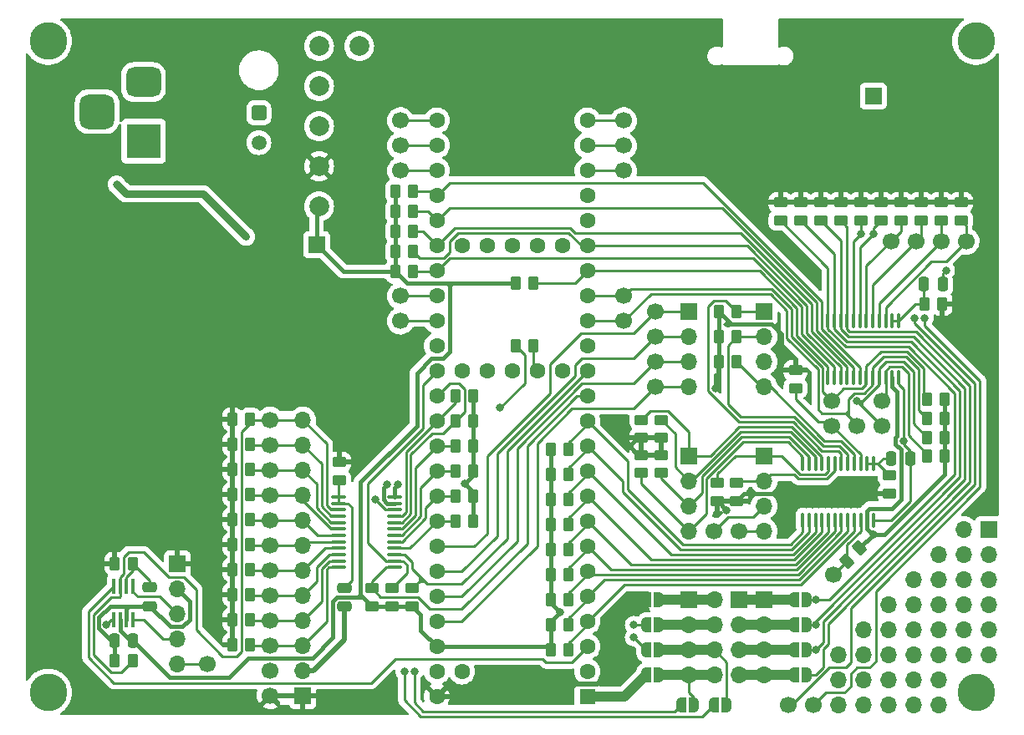
<source format=gbr>
%TF.GenerationSoftware,KiCad,Pcbnew,6.0.2+dfsg-1*%
%TF.CreationDate,2023-06-29T12:19:04-06:00*%
%TF.ProjectId,SpectDroneControl,53706563-7444-4726-9f6e-65436f6e7472,rev?*%
%TF.SameCoordinates,PXbc941f8PY5f519c8*%
%TF.FileFunction,Copper,L2,Bot*%
%TF.FilePolarity,Positive*%
%FSLAX46Y46*%
G04 Gerber Fmt 4.6, Leading zero omitted, Abs format (unit mm)*
G04 Created by KiCad (PCBNEW 6.0.2+dfsg-1) date 2023-06-29 12:19:04*
%MOMM*%
%LPD*%
G01*
G04 APERTURE LIST*
G04 Aperture macros list*
%AMRoundRect*
0 Rectangle with rounded corners*
0 $1 Rounding radius*
0 $2 $3 $4 $5 $6 $7 $8 $9 X,Y pos of 4 corners*
0 Add a 4 corners polygon primitive as box body*
4,1,4,$2,$3,$4,$5,$6,$7,$8,$9,$2,$3,0*
0 Add four circle primitives for the rounded corners*
1,1,$1+$1,$2,$3*
1,1,$1+$1,$4,$5*
1,1,$1+$1,$6,$7*
1,1,$1+$1,$8,$9*
0 Add four rect primitives between the rounded corners*
20,1,$1+$1,$2,$3,$4,$5,0*
20,1,$1+$1,$4,$5,$6,$7,0*
20,1,$1+$1,$6,$7,$8,$9,0*
20,1,$1+$1,$8,$9,$2,$3,0*%
%AMFreePoly0*
4,1,22,0.500000,-0.750000,0.000000,-0.750000,0.000000,-0.745033,-0.079941,-0.743568,-0.215256,-0.701293,-0.333266,-0.622738,-0.424486,-0.514219,-0.481581,-0.384460,-0.499164,-0.250000,-0.500000,-0.250000,-0.500000,0.250000,-0.499164,0.250000,-0.499963,0.256109,-0.478152,0.396186,-0.417904,0.524511,-0.324060,0.630769,-0.204165,0.706417,-0.067858,0.745374,0.000000,0.744959,0.000000,0.750000,
0.500000,0.750000,0.500000,-0.750000,0.500000,-0.750000,$1*%
%AMFreePoly1*
4,1,20,0.000000,0.744959,0.073905,0.744508,0.209726,0.703889,0.328688,0.626782,0.421226,0.519385,0.479903,0.390333,0.500000,0.250000,0.500000,-0.250000,0.499851,-0.262216,0.476331,-0.402017,0.414519,-0.529596,0.319384,-0.634700,0.198574,-0.708877,0.061801,-0.746166,0.000000,-0.745033,0.000000,-0.750000,-0.500000,-0.750000,-0.500000,0.750000,0.000000,0.750000,0.000000,0.744959,
0.000000,0.744959,$1*%
G04 Aperture macros list end*
%TA.AperFunction,ComponentPad*%
%ADD10R,3.500000X3.500000*%
%TD*%
%TA.AperFunction,ComponentPad*%
%ADD11RoundRect,0.750000X-1.000000X0.750000X-1.000000X-0.750000X1.000000X-0.750000X1.000000X0.750000X0*%
%TD*%
%TA.AperFunction,ComponentPad*%
%ADD12RoundRect,0.875000X-0.875000X0.875000X-0.875000X-0.875000X0.875000X-0.875000X0.875000X0.875000X0*%
%TD*%
%TA.AperFunction,ComponentPad*%
%ADD13C,1.700000*%
%TD*%
%TA.AperFunction,ComponentPad*%
%ADD14C,1.600000*%
%TD*%
%TA.AperFunction,ComponentPad*%
%ADD15R,1.600000X1.600000*%
%TD*%
%TA.AperFunction,ComponentPad*%
%ADD16C,2.000000*%
%TD*%
%TA.AperFunction,ConnectorPad*%
%ADD17C,3.800000*%
%TD*%
%TA.AperFunction,ComponentPad*%
%ADD18C,2.600000*%
%TD*%
%TA.AperFunction,ComponentPad*%
%ADD19R,1.700000X1.700000*%
%TD*%
%TA.AperFunction,ComponentPad*%
%ADD20O,1.700000X1.700000*%
%TD*%
%TA.AperFunction,ComponentPad*%
%ADD21RoundRect,0.250001X-0.499999X-0.499999X0.499999X-0.499999X0.499999X0.499999X-0.499999X0.499999X0*%
%TD*%
%TA.AperFunction,ComponentPad*%
%ADD22C,1.500000*%
%TD*%
%TA.AperFunction,SMDPad,CuDef*%
%ADD23RoundRect,0.250000X0.450000X-0.262500X0.450000X0.262500X-0.450000X0.262500X-0.450000X-0.262500X0*%
%TD*%
%TA.AperFunction,SMDPad,CuDef*%
%ADD24RoundRect,0.250000X-0.450000X0.262500X-0.450000X-0.262500X0.450000X-0.262500X0.450000X0.262500X0*%
%TD*%
%TA.AperFunction,SMDPad,CuDef*%
%ADD25RoundRect,0.250000X-0.262500X-0.450000X0.262500X-0.450000X0.262500X0.450000X-0.262500X0.450000X0*%
%TD*%
%TA.AperFunction,SMDPad,CuDef*%
%ADD26FreePoly0,180.000000*%
%TD*%
%TA.AperFunction,SMDPad,CuDef*%
%ADD27FreePoly1,180.000000*%
%TD*%
%TA.AperFunction,SMDPad,CuDef*%
%ADD28RoundRect,0.250000X0.262500X0.450000X-0.262500X0.450000X-0.262500X-0.450000X0.262500X-0.450000X0*%
%TD*%
%TA.AperFunction,SMDPad,CuDef*%
%ADD29RoundRect,0.250000X0.250000X0.475000X-0.250000X0.475000X-0.250000X-0.475000X0.250000X-0.475000X0*%
%TD*%
%TA.AperFunction,SMDPad,CuDef*%
%ADD30RoundRect,0.250000X0.475000X-0.250000X0.475000X0.250000X-0.475000X0.250000X-0.475000X-0.250000X0*%
%TD*%
%TA.AperFunction,SMDPad,CuDef*%
%ADD31R,0.300000X1.600000*%
%TD*%
%TA.AperFunction,SMDPad,CuDef*%
%ADD32FreePoly0,0.000000*%
%TD*%
%TA.AperFunction,SMDPad,CuDef*%
%ADD33FreePoly1,0.000000*%
%TD*%
%TA.AperFunction,SMDPad,CuDef*%
%ADD34RoundRect,0.250000X-0.475000X0.250000X-0.475000X-0.250000X0.475000X-0.250000X0.475000X0.250000X0*%
%TD*%
%TA.AperFunction,SMDPad,CuDef*%
%ADD35RoundRect,0.250000X0.132583X-0.503814X0.503814X-0.132583X-0.132583X0.503814X-0.503814X0.132583X0*%
%TD*%
%TA.AperFunction,SMDPad,CuDef*%
%ADD36RoundRect,0.100000X0.100000X-0.637500X0.100000X0.637500X-0.100000X0.637500X-0.100000X-0.637500X0*%
%TD*%
%TA.AperFunction,SMDPad,CuDef*%
%ADD37RoundRect,0.100000X0.637500X0.100000X-0.637500X0.100000X-0.637500X-0.100000X0.637500X-0.100000X0*%
%TD*%
%TA.AperFunction,ViaPad*%
%ADD38C,0.800000*%
%TD*%
%TA.AperFunction,Conductor*%
%ADD39C,0.250000*%
%TD*%
%TA.AperFunction,Conductor*%
%ADD40C,0.400000*%
%TD*%
%TA.AperFunction,Conductor*%
%ADD41C,0.500000*%
%TD*%
%TA.AperFunction,Conductor*%
%ADD42C,1.000000*%
%TD*%
%TA.AperFunction,Conductor*%
%ADD43C,0.750000*%
%TD*%
G04 APERTURE END LIST*
D10*
%TO.P,JDC1,1*%
%TO.N,/VDC*%
X-84328000Y22860000D03*
D11*
%TO.P,JDC1,2*%
%TO.N,GND1*%
X-84328000Y28860000D03*
D12*
%TO.P,JDC1,3*%
X-89028000Y25860000D03*
%TD*%
D13*
%TO.P,JSCK1,1,Pin_1*%
%TO.N,/SCK_5V*%
X-71501000Y-25716000D03*
%TD*%
%TO.P,JPPS1,1,Pin_1*%
%TO.N,/PPS*%
X-58293000Y7162800D03*
%TD*%
%TO.P,JCAN_{H}1,1,Pin_1*%
%TO.N,/CAN_H_5V*%
X-26542446Y-16636000D03*
%TD*%
%TO.P,JSCL1,1,Pin_1*%
%TO.N,/SCL_5V*%
X-71501000Y-20636000D03*
%TD*%
%TO.P,JPD1,1,Pin_1*%
%TO.N,/P1*%
X-32512000Y5588000D03*
%TD*%
%TO.P,JCAN_{L}1,1,Pin_1*%
%TO.N,/CAN_L_5V*%
X-24002446Y-16636000D03*
%TD*%
%TO.P,JCRX3,1,Pin_1*%
%TO.N,/CRX*%
X-35687000Y19862800D03*
%TD*%
D14*
%TO.P,U1,0-15,VBAT*%
%TO.N,/VBat*%
X-41910000Y-420000D03*
%TO.P,U1,0-16,TXS_{e}*%
%TO.N,/TXS_{E}*%
X-44450000Y-420000D03*
%TO.P,U1,0-17,GND*%
%TO.N,GND1*%
X-46990000Y-420000D03*
%TO.P,U1,0-18,PROGRAM*%
%TO.N,unconnected-(U1-Pad0-18)*%
X-49530000Y-420000D03*
%TO.P,U1,0-19,DAC*%
%TO.N,unconnected-(U1-Pad0-19)*%
X-52070000Y-420000D03*
D15*
%TO.P,U1,1,GND*%
%TO.N,GND1*%
X-39370000Y-33440000D03*
D14*
%TO.P,U1,2,0_RX1_CRX2_CS1*%
%TO.N,/GPSTX*%
X-39370000Y-30900000D03*
%TO.P,U1,3,1_TX1_CTX2_MISO1*%
%TO.N,/GPSRX*%
X-39370000Y-28360000D03*
%TO.P,U1,4,2_OUT2*%
%TO.N,/CLK2*%
X-39370000Y-25820000D03*
%TO.P,U1,5,3_LRCLK2*%
%TO.N,/ST*%
X-39370000Y-23280000D03*
%TO.P,U1,6,4_BCLK2*%
%TO.N,/CLK1*%
X-39370000Y-20740000D03*
%TO.P,U1,7,5_IN2*%
%TO.N,/UT2*%
X-39370000Y-18200000D03*
%TO.P,U1,8,6_OUT1D*%
%TO.N,/UT1*%
X-39370000Y-15660000D03*
%TO.P,U1,9,7_RX2_OUT1A*%
%TO.N,/APCTX*%
X-39370000Y-13120000D03*
%TO.P,U1,10,8_TX2_IN1*%
%TO.N,/APCRX*%
X-39370000Y-10580000D03*
%TO.P,U1,11,9_OUT1C*%
%TO.N,/TX*%
X-39370000Y-8040000D03*
%TO.P,U1,12,10_CS_MQSR*%
%TO.N,/RX*%
X-39370000Y-5500000D03*
%TO.P,U1,13,11_MOSI_CTX1*%
%TO.N,/MOSI*%
X-39370000Y-2960000D03*
%TO.P,U1,14,12_MISO_MQSL*%
%TO.N,/MISO*%
X-39370000Y-420000D03*
%TO.P,U1,15,3V3*%
%TO.N,/TXS_{E}*%
X-39370000Y2120000D03*
%TO.P,U1,16,24_A10_TX6_SCL2*%
%TO.N,/TX6*%
X-39370000Y4660000D03*
%TO.P,U1,17,25_A11_RX6_SDA2*%
%TO.N,/RX6*%
X-39370000Y7200000D03*
%TO.P,U1,18,26_A12_MOSI1*%
%TO.N,/MOSI1*%
X-39370000Y9740000D03*
%TO.P,U1,19,27_A13_SCK1*%
%TO.N,/SCK1*%
X-39370000Y12280000D03*
%TO.P,U1,20,28_RX7*%
%TO.N,/JRX*%
X-39370000Y14820000D03*
%TO.P,U1,21,29_TX7*%
%TO.N,/JTX*%
X-39370000Y17360000D03*
%TO.P,U1,22,30_CRX3*%
%TO.N,/CRX*%
X-39370000Y19900000D03*
%TO.P,U1,23,31_CTX3*%
%TO.N,/CTX*%
X-39370000Y22440000D03*
%TO.P,U1,24,32_OUT1B*%
%TO.N,/AX1*%
X-39370000Y24980000D03*
%TO.P,U1,25,33_MCLK2*%
%TO.N,/AX2*%
X-54610000Y24980000D03*
%TO.P,U1,26,34_RX8*%
%TO.N,/RX8*%
X-54610000Y22440000D03*
%TO.P,U1,27,35_TX8*%
%TO.N,/TX8*%
X-54610000Y19900000D03*
%TO.P,U1,28,36_CS*%
%TO.N,/CS3*%
X-54610000Y17360000D03*
%TO.P,U1,29,37_CS*%
%TO.N,/CS2*%
X-54610000Y14820000D03*
%TO.P,U1,30,38_CS1_IN1*%
%TO.N,/CS1*%
X-54610000Y12280000D03*
%TO.P,U1,31,39_MISO1_OUT1A*%
%TO.N,/MISO1*%
X-54610000Y9740000D03*
%TO.P,U1,32,40_A16*%
%TO.N,/PPS*%
X-54610000Y7200000D03*
%TO.P,U1,33,41_A17*%
%TO.N,Net-(JAX3-Pad1)*%
X-54610000Y4660000D03*
%TO.P,U1,34,GND*%
%TO.N,GND1*%
X-54610000Y2120000D03*
%TO.P,U1,35,13_SCK_LED*%
%TO.N,/SCK*%
X-54610000Y-420000D03*
%TO.P,U1,36,14_A0_TX3_SPDIF_OUT*%
%TO.N,/CAM1RX*%
X-54610000Y-2960000D03*
%TO.P,U1,37,15_A1_RX3_SPDIF_IN*%
%TO.N,/CAM1TX*%
X-54610000Y-5500000D03*
%TO.P,U1,38,16_A2_RX4_SCL1*%
%TO.N,/CAM2TX*%
X-54610000Y-8040000D03*
%TO.P,U1,39,17_A3_TX4_SDA1*%
%TO.N,/CAM2RX*%
X-54610000Y-10580000D03*
%TO.P,U1,40,18_A4_SDA*%
%TO.N,/SDA*%
X-54610000Y-13120000D03*
%TO.P,U1,41,19_A5_SCL*%
%TO.N,/SCL*%
X-54610000Y-15660000D03*
%TO.P,U1,42,20_A6_TX5_LRCLK1*%
%TO.N,/P1*%
X-54610000Y-18200000D03*
%TO.P,U1,43,21_A7_RX5_BCLK1*%
%TO.N,/S1*%
X-54610000Y-20740000D03*
%TO.P,U1,44,22_A8_CTX1*%
%TO.N,/P2*%
X-54610000Y-23280000D03*
%TO.P,U1,45,23_A9_CRX1_MCLK1*%
%TO.N,/S2*%
X-54610000Y-25820000D03*
%TO.P,U1,46,3V3*%
%TO.N,/3V*%
X-54610000Y-28360000D03*
%TO.P,U1,47,GND*%
%TO.N,GND1*%
X-54610000Y-30900000D03*
%TO.P,U1,48,VIN*%
%TO.N,/5V*%
X-54610000Y-33440000D03*
%TO.P,U1,49,VUSB*%
%TO.N,unconnected-(U1-Pad49)*%
X-52070000Y-30900000D03*
%TO.P,U1,50,VBAT*%
%TO.N,/VBat*%
X-41910000Y12280000D03*
%TO.P,U1,51,3V3*%
%TO.N,unconnected-(U1-Pad51)*%
X-44450000Y12280000D03*
%TO.P,U1,52,GND*%
%TO.N,GND1*%
X-46990000Y12280000D03*
%TO.P,U1,53,PROGRAM*%
%TO.N,unconnected-(U1-Pad53)*%
X-49530000Y12280000D03*
%TO.P,U1,54,ON_OFF*%
%TO.N,unconnected-(U1-Pad54)*%
X-52070000Y12280000D03*
%TD*%
D13*
%TO.P,JTXSE1,1,Pin_1*%
%TO.N,/TXS_{E}_5V*%
X-71501000Y-5396000D03*
%TD*%
D16*
%TO.P,TP5,1,1*%
%TO.N,/5V*%
X-66548000Y20320000D03*
%TD*%
%TO.P,TP1,1,1*%
%TO.N,GND1*%
X-62484000Y32512000D03*
%TD*%
D13*
%TO.P,J3-3,1,Pin_1*%
%TO.N,/CTX*%
X-9525000Y-5969000D03*
%TD*%
%TO.P,J3-5,1,Pin_1*%
%TO.N,/RX6*%
X-14605000Y-3429000D03*
%TD*%
%TO.P,JCMT2,1,Pin_1*%
%TO.N,/CAM2TX_5V*%
X-71501000Y-13016000D03*
%TD*%
%TO.P,JSR2,1,Pin_1*%
%TO.N,/S2*%
X-32512000Y-2032000D03*
%TD*%
%TO.P,JMISO1,1,Pin_1*%
%TO.N,/MISO_5V*%
X-71501000Y-23176000D03*
%TD*%
%TO.P,JSDA1,1,Pin_1*%
%TO.N,/SDA_5V*%
X-71501000Y-18096000D03*
%TD*%
%TO.P,J5-2,1,Pin_1*%
%TO.N,/CRX_5V*%
X-1016000Y12700000D03*
%TD*%
%TO.P,JTX8,1,Pin_1*%
%TO.N,/TX8*%
X-58293000Y19862800D03*
%TD*%
%TO.P,J5-5,1,Pin_1*%
%TO.N,/RX6_5V*%
X-8636000Y12700000D03*
%TD*%
%TO.P,J5V1,1,Pin_1*%
%TO.N,/5V*%
X-71501000Y-33336000D03*
%TD*%
%TO.P,JGND1,1,Pin_1*%
%TO.N,GND1*%
X-71501000Y-30796000D03*
%TD*%
D17*
%TO.P,H2,1*%
%TO.N,N/C*%
X0Y33020000D03*
D18*
X0Y33020000D03*
%TD*%
D13*
%TO.P,J3-1,1,Pin_1*%
%TO.N,/J3_1*%
X-14477446Y-21082000D03*
%TD*%
%TO.P,JTX6,1,Pin_1*%
%TO.N,/TX6*%
X-35687000Y4622800D03*
%TD*%
%TO.P,JAX2,1,Pin_1*%
%TO.N,/AX2*%
X-58293000Y24942800D03*
%TD*%
D16*
%TO.P,TP6,1,1*%
%TO.N,/3V*%
X-66548000Y16256000D03*
%TD*%
D13*
%TO.P,J5-1,1,Pin_1*%
%TO.N,/J5_1*%
X-14605000Y-5969000D03*
%TD*%
%TO.P,J3-4,1,Pin_1*%
%TO.N,/TX6*%
X-12065000Y-5969000D03*
%TD*%
D19*
%TO.P,J1,1,Pin_1*%
%TO.N,Net-(J1-Pad1)*%
X-24002600Y-23622000D03*
D20*
%TO.P,J1,2,Pin_2*%
%TO.N,Net-(J1-Pad2)*%
X-24002600Y-26162000D03*
%TO.P,J1,3,Pin_3*%
%TO.N,Net-(J1-Pad3)*%
X-24002600Y-28702000D03*
%TO.P,J1,4,Pin_4*%
%TO.N,Net-(J1-Pad4)*%
X-24002600Y-31242000D03*
%TO.P,J1,5,Pin_5*%
%TO.N,Net-(J1-Pad5)*%
X-26502600Y-31242000D03*
%TO.P,J1,6,Pin_6*%
%TO.N,Net-(J1-Pad6)*%
X-26502600Y-28702000D03*
%TO.P,J1,7,Pin_7*%
%TO.N,Net-(J1-Pad7)*%
X-26502600Y-26162000D03*
%TO.P,J1,8,Pin_8*%
%TO.N,Net-(J1-Pad8)*%
X-26502600Y-23622000D03*
%TD*%
D16*
%TO.P,TP2,1,1*%
%TO.N,/VDC*%
X-66548000Y32512000D03*
%TD*%
%TO.P,TP4,1,1*%
%TO.N,/7VDC*%
X-66548000Y24384000D03*
%TD*%
D13*
%TO.P,J3-2,1,Pin_1*%
%TO.N,/CRX*%
X-9525000Y-3429000D03*
%TD*%
%TO.P,JPPS2,1,Pin_1*%
%TO.N,/PPS_5V*%
X-77825600Y-30175200D03*
%TD*%
D17*
%TO.P,H1,1*%
%TO.N,N/C*%
X0Y-33020000D03*
D18*
X0Y-33020000D03*
%TD*%
D13*
%TO.P,JRX6,1,Pin_1*%
%TO.N,/RX6*%
X-35687000Y7162800D03*
%TD*%
%TO.P,JPD2,1,Pin_1*%
%TO.N,/P2*%
X-32512000Y508000D03*
%TD*%
D21*
%TO.P,JBAT1,1,Pin_1*%
%TO.N,/VBAT1*%
X-72644000Y25730000D03*
D22*
%TO.P,JBAT1,2,Pin_2*%
%TO.N,GND1*%
X-72644000Y22730000D03*
%TD*%
D13*
%TO.P,JRX8,1,Pin_1*%
%TO.N,/RX8*%
X-58293000Y22402800D03*
%TD*%
D18*
%TO.P,H3,1*%
%TO.N,N/C*%
X-93980000Y33020000D03*
D17*
X-93980000Y33020000D03*
%TD*%
D13*
%TO.P,J5-4,1,Pin_1*%
%TO.N,/TX6_5V*%
X-6096000Y12700000D03*
%TD*%
%TO.P,JCMR2,1,Pin_1*%
%TO.N,/CAM2RX_5V*%
X-71501000Y-15556000D03*
%TD*%
%TO.P,JCMT1,1,Pin_1*%
%TO.N,/CAM1TX_5V*%
X-71501000Y-7936000D03*
%TD*%
%TO.P,JCMR1,1,Pin_1*%
%TO.N,/CAM1RX_5V*%
X-71501000Y-10476000D03*
%TD*%
D17*
%TO.P,H4,1*%
%TO.N,N/C*%
X-93980000Y-33020000D03*
D18*
X-93980000Y-33020000D03*
%TD*%
D13*
%TO.P,J5-3,1,Pin_1*%
%TO.N,/CTX_5V*%
X-3556000Y12700000D03*
%TD*%
D16*
%TO.P,TP3,1,1*%
%TO.N,/VIN*%
X-66548000Y28448000D03*
%TD*%
D13*
%TO.P,JCTX3,1,Pin_1*%
%TO.N,/CTX*%
X-35687000Y22402800D03*
%TD*%
%TO.P,JAX3,1,Pin_1*%
%TO.N,Net-(JAX3-Pad1)*%
X-58293000Y4622800D03*
%TD*%
%TO.P,JSR1,1,Pin_1*%
%TO.N,/S1*%
X-32512000Y3048000D03*
%TD*%
%TO.P,JMOSI1,1,Pin_1*%
%TO.N,/MOSI_5V*%
X-71501000Y-28256000D03*
%TD*%
%TO.P,JAX1,1,Pin_1*%
%TO.N,/AX1*%
X-35687000Y24942800D03*
%TD*%
D23*
%TO.P,R55,1*%
%TO.N,/SCK1_5V*%
X-15748000Y14835500D03*
%TO.P,R55,2*%
%TO.N,/5V*%
X-15748000Y16660500D03*
%TD*%
D13*
%TO.P,JCS2,1,Pin_1*%
%TO.N,/CS2_5V*%
X-19050000Y-34290000D03*
%TD*%
D19*
%TO.P,JUT1,1,Pin_1*%
%TO.N,/UT1_5V*%
X-21462000Y-9015949D03*
D20*
%TO.P,JUT1,2,Pin_2*%
%TO.N,/UT2_5V*%
X-21462000Y-11555949D03*
%TO.P,JUT1,3,Pin_3*%
%TO.N,/CAN_H_5V*%
X-21462000Y-14095949D03*
%TO.P,JUT1,4,Pin_4*%
%TO.N,/CAN_L_5V*%
X-21462000Y-16635949D03*
%TD*%
D23*
%TO.P,R47,1*%
%TO.N,/RX_5V*%
X-33910000Y-10755000D03*
%TO.P,R47,2*%
%TO.N,/5V*%
X-33910000Y-8930000D03*
%TD*%
D24*
%TO.P,R42,1*%
%TO.N,/UT2_5V*%
X-24257000Y-11787500D03*
%TO.P,R42,2*%
%TO.N,/5V*%
X-24257000Y-13612500D03*
%TD*%
D25*
%TO.P,R21,1*%
%TO.N,/RX6*%
X-4976500Y-3300949D03*
%TO.P,R21,2*%
%TO.N,/3V*%
X-3151500Y-3300949D03*
%TD*%
D26*
%TO.P,JP7,1,A*%
%TO.N,/MISO1_5V*%
X-17130000Y-26162000D03*
D27*
%TO.P,JP7,2,B*%
%TO.N,Net-(J1-Pad2)*%
X-18430000Y-26162000D03*
%TD*%
D28*
%TO.P,R13,1*%
%TO.N,/UT1*%
X-41251500Y-18542000D03*
%TO.P,R13,2*%
%TO.N,/3V*%
X-43076500Y-18542000D03*
%TD*%
D24*
%TO.P,R36,1*%
%TO.N,/SCK*%
X-59182000Y-22455500D03*
%TO.P,R36,2*%
%TO.N,/3V*%
X-59182000Y-24280500D03*
%TD*%
D28*
%TO.P,R41,1*%
%TO.N,/CLK1_5V*%
X-24233500Y5588000D03*
%TO.P,R41,2*%
%TO.N,/5V*%
X-26058500Y5588000D03*
%TD*%
%TO.P,R64,1*%
%TO.N,/SCL_5V*%
X-73509500Y-20574000D03*
%TO.P,R64,2*%
%TO.N,/5V*%
X-75334500Y-20574000D03*
%TD*%
D25*
%TO.P,R29,1*%
%TO.N,/CAM1TX*%
X-52728500Y-2921000D03*
%TO.P,R29,2*%
%TO.N,/3V*%
X-50903500Y-2921000D03*
%TD*%
D28*
%TO.P,R61,1*%
%TO.N,/CAM2TX_5V*%
X-73509500Y-12954000D03*
%TO.P,R61,2*%
%TO.N,/5V*%
X-75334500Y-12954000D03*
%TD*%
D29*
%TO.P,C5,1*%
%TO.N,GND1*%
X-3368000Y8382000D03*
%TO.P,C5,2*%
%TO.N,Net-(C5-Pad2)*%
X-5268000Y8382000D03*
%TD*%
D28*
%TO.P,R40,1*%
%TO.N,/ST_5V*%
X-24233500Y3048000D03*
%TO.P,R40,2*%
%TO.N,/5V*%
X-26058500Y3048000D03*
%TD*%
D30*
%TO.P,C6,1*%
%TO.N,GND1*%
X-64008000Y-24318000D03*
%TO.P,C6,2*%
%TO.N,Net-(C6-Pad2)*%
X-64008000Y-22418000D03*
%TD*%
D19*
%TO.P,J2-1,1,Pin_1*%
%TO.N,Net-(J1-Pad8)*%
X-29082446Y-23620949D03*
D20*
%TO.P,J2-1,2,Pin_2*%
%TO.N,Net-(J1-Pad7)*%
X-29082446Y-26160949D03*
%TO.P,J2-1,3,Pin_3*%
%TO.N,Net-(J1-Pad6)*%
X-29082446Y-28700949D03*
%TO.P,J2-1,4,Pin_4*%
%TO.N,Net-(J1-Pad5)*%
X-29082446Y-31240949D03*
%TD*%
D19*
%TO.P,JD1,1,Pin_1*%
%TO.N,/CLK1_5V*%
X-21462000Y5589051D03*
D20*
%TO.P,JD1,2,Pin_2*%
%TO.N,/ST_5V*%
X-21462000Y3049051D03*
%TO.P,JD1,3,Pin_3*%
%TO.N,/GAIN_5V*%
X-21462000Y509051D03*
%TO.P,JD1,4,Pin_4*%
%TO.N,/CLK2_5V*%
X-21462000Y-2030949D03*
%TD*%
D26*
%TO.P,JP6,1,A*%
%TO.N,/SCK1_5V*%
X-17130000Y-28702000D03*
D27*
%TO.P,JP6,2,B*%
%TO.N,Net-(J1-Pad3)*%
X-18430000Y-28702000D03*
%TD*%
D28*
%TO.P,R66,1*%
%TO.N,/SCK_5V*%
X-73509500Y-25654000D03*
%TO.P,R66,2*%
%TO.N,/5V*%
X-75334500Y-25654000D03*
%TD*%
D19*
%TO.P,JCR1,1,Pin_1*%
%TO.N,GND1*%
X1270000Y-16510000D03*
D20*
%TO.P,JCR1,2,Pin_2*%
%TO.N,unconnected-(JCR1-Pad2)*%
X1270000Y-19050000D03*
%TO.P,JCR1,3,Pin_3*%
%TO.N,unconnected-(JCR1-Pad3)*%
X1270000Y-21590000D03*
%TO.P,JCR1,4,Pin_4*%
%TO.N,unconnected-(JCR1-Pad4)*%
X1270000Y-24130000D03*
%TO.P,JCR1,5,Pin_5*%
%TO.N,unconnected-(JCR1-Pad5)*%
X1270000Y-26670000D03*
%TO.P,JCR1,6,Pin_6*%
%TO.N,unconnected-(JCR1-Pad6)*%
X1270000Y-29210000D03*
%TO.P,JCR1,7,Pin_7*%
%TO.N,unconnected-(JCR1-Pad7)*%
X-1270000Y-16510000D03*
%TO.P,JCR1,8,Pin_8*%
%TO.N,unconnected-(JCR1-Pad8)*%
X-1270000Y-19050000D03*
%TO.P,JCR1,9,Pin_9*%
%TO.N,unconnected-(JCR1-Pad9)*%
X-1270000Y-21590000D03*
%TO.P,JCR1,10,Pin_10*%
%TO.N,unconnected-(JCR1-Pad10)*%
X-1270000Y-24130000D03*
%TO.P,JCR1,11,Pin_11*%
%TO.N,unconnected-(JCR1-Pad11)*%
X-1270000Y-26670000D03*
%TO.P,JCR1,12,Pin_12*%
%TO.N,unconnected-(JCR1-Pad12)*%
X-1270000Y-29210000D03*
%TO.P,JCR1,13,Pin_13*%
%TO.N,unconnected-(JCR1-Pad13)*%
X-3810000Y-19050000D03*
%TO.P,JCR1,14,Pin_14*%
%TO.N,unconnected-(JCR1-Pad14)*%
X-3810000Y-21590000D03*
%TO.P,JCR1,15,Pin_15*%
%TO.N,unconnected-(JCR1-Pad15)*%
X-3810000Y-24130000D03*
%TO.P,JCR1,16,Pin_16*%
%TO.N,unconnected-(JCR1-Pad16)*%
X-3810000Y-26670000D03*
%TO.P,JCR1,17,Pin_17*%
%TO.N,unconnected-(JCR1-Pad17)*%
X-3810000Y-29210000D03*
%TO.P,JCR1,18,Pin_18*%
%TO.N,unconnected-(JCR1-Pad18)*%
X-3810000Y-31750000D03*
%TO.P,JCR1,19,Pin_19*%
%TO.N,unconnected-(JCR1-Pad19)*%
X-3810000Y-34290000D03*
%TO.P,JCR1,20,Pin_20*%
%TO.N,unconnected-(JCR1-Pad20)*%
X-6350000Y-21590000D03*
%TO.P,JCR1,21,Pin_21*%
%TO.N,unconnected-(JCR1-Pad21)*%
X-6350000Y-24130000D03*
%TO.P,JCR1,22,Pin_22*%
%TO.N,unconnected-(JCR1-Pad22)*%
X-6350000Y-26670000D03*
%TO.P,JCR1,23,Pin_23*%
%TO.N,unconnected-(JCR1-Pad23)*%
X-6350000Y-29210000D03*
%TO.P,JCR1,24,Pin_24*%
%TO.N,unconnected-(JCR1-Pad24)*%
X-6350000Y-31750000D03*
%TO.P,JCR1,25,Pin_25*%
%TO.N,unconnected-(JCR1-Pad25)*%
X-6350000Y-34290000D03*
%TO.P,JCR1,26,Pin_26*%
%TO.N,unconnected-(JCR1-Pad26)*%
X-8864414Y-24122007D03*
%TO.P,JCR1,27,Pin_27*%
%TO.N,unconnected-(JCR1-Pad27)*%
X-8890000Y-26670000D03*
%TO.P,JCR1,28,Pin_28*%
%TO.N,unconnected-(JCR1-Pad28)*%
X-8890000Y-29210000D03*
%TO.P,JCR1,29,Pin_29*%
%TO.N,unconnected-(JCR1-Pad29)*%
X-8890000Y-31750000D03*
%TO.P,JCR1,30,Pin_30*%
%TO.N,unconnected-(JCR1-Pad30)*%
X-8890000Y-34290000D03*
%TO.P,JCR1,31,Pin_31*%
%TO.N,unconnected-(JCR1-Pad31)*%
X-11430000Y-26670000D03*
%TO.P,JCR1,32,Pin_32*%
%TO.N,unconnected-(JCR1-Pad32)*%
X-11430000Y-29210000D03*
%TO.P,JCR1,33,Pin_33*%
%TO.N,unconnected-(JCR1-Pad33)*%
X-11430000Y-31750000D03*
%TO.P,JCR1,34,Pin_34*%
%TO.N,unconnected-(JCR1-Pad34)*%
X-11430000Y-34290000D03*
%TO.P,JCR1,35,Pin_35*%
%TO.N,/MOSI1_5V*%
X-13970000Y-29210000D03*
%TO.P,JCR1,36,Pin_36*%
%TO.N,/MISO1_5V*%
X-13970000Y-31750000D03*
%TO.P,JCR1,37,Pin_37*%
%TO.N,/SCK1_5V*%
X-13970000Y-34290000D03*
%TD*%
D28*
%TO.P,R9,1*%
%TO.N,/CLK2*%
X-41251500Y-28702000D03*
%TO.P,R9,2*%
%TO.N,/3V*%
X-43076500Y-28702000D03*
%TD*%
D31*
%TO.P,U7,1,B2*%
%TO.N,/GPSTX_5V*%
X-85385000Y-25652949D03*
%TO.P,U7,2,GND*%
%TO.N,GND1*%
X-86035000Y-25652949D03*
%TO.P,U7,3,VCCA*%
%TO.N,/3V*%
X-86685000Y-25652949D03*
%TO.P,U7,4,A2*%
%TO.N,/GPSTX*%
X-87335000Y-25652949D03*
%TO.P,U7,5,A1*%
%TO.N,/GPSRX*%
X-87335000Y-22252949D03*
%TO.P,U7,6,OE*%
%TO.N,/TXS_{E}_5V*%
X-86685000Y-22252949D03*
%TO.P,U7,7,VCCB*%
%TO.N,Net-(C7-2-Pad1)*%
X-86035000Y-22252949D03*
%TO.P,U7,8,B1*%
%TO.N,/GPSRX_5V*%
X-85385000Y-22252949D03*
%TD*%
D29*
%TO.P,C4,1*%
%TO.N,GND1*%
X-6670000Y-9271000D03*
%TO.P,C4,2*%
%TO.N,Net-(C4-Pad2)*%
X-8570000Y-9271000D03*
%TD*%
D25*
%TO.P,R5,1*%
%TO.N,Net-(C5-Pad2)*%
X-5230500Y6350000D03*
%TO.P,R5,2*%
%TO.N,/5V*%
X-3405500Y6350000D03*
%TD*%
D28*
%TO.P,R23,1*%
%TO.N,/CS2*%
X-56999500Y15748000D03*
%TO.P,R23,2*%
%TO.N,/3V*%
X-58824500Y15748000D03*
%TD*%
D25*
%TO.P,R20,1*%
%TO.N,/TX6*%
X-4976500Y-5232400D03*
%TO.P,R20,2*%
%TO.N,/3V*%
X-3151500Y-5232400D03*
%TD*%
D23*
%TO.P,R50,1*%
%TO.N,/TX6_5V*%
X-5588000Y14835500D03*
%TO.P,R50,2*%
%TO.N,/5V*%
X-5588000Y16660500D03*
%TD*%
D32*
%TO.P,JP2,1,A*%
%TO.N,/JTX*%
X-33416000Y-26162000D03*
D33*
%TO.P,JP2,2,B*%
%TO.N,Net-(J1-Pad7)*%
X-32116000Y-26162000D03*
%TD*%
D23*
%TO.P,R56,1*%
%TO.N,/MISO1_5V*%
X-17780000Y14835500D03*
%TO.P,R56,2*%
%TO.N,/5V*%
X-17780000Y16660500D03*
%TD*%
D28*
%TO.P,R12,1*%
%TO.N,/UT2*%
X-41251500Y-21082000D03*
%TO.P,R12,2*%
%TO.N,/3V*%
X-43076500Y-21082000D03*
%TD*%
D19*
%TO.P,JADC1,1,Pin_1*%
%TO.N,/P1*%
X-29082446Y5589051D03*
D20*
%TO.P,JADC1,2,Pin_2*%
%TO.N,/S1*%
X-29082446Y3049051D03*
%TO.P,JADC1,3,Pin_3*%
%TO.N,/P2*%
X-29082446Y509051D03*
%TO.P,JADC1,4,Pin_4*%
%TO.N,/S2*%
X-29082446Y-2030949D03*
%TD*%
D25*
%TO.P,R30,1*%
%TO.N,/CAM1RX*%
X-52728500Y-5461000D03*
%TO.P,R30,2*%
%TO.N,/3V*%
X-50903500Y-5461000D03*
%TD*%
D32*
%TO.P,JP1,1,A*%
%TO.N,/5V*%
X-33416000Y-23622000D03*
D33*
%TO.P,JP1,2,B*%
%TO.N,Net-(J1-Pad8)*%
X-32116000Y-23622000D03*
%TD*%
D19*
%TO.P,JVIN1,1,Pin_1*%
%TO.N,/VIN*%
X-10413000Y27432000D03*
%TD*%
D23*
%TO.P,R49,1*%
%TO.N,/CTX_5V*%
X-3556000Y14835500D03*
%TO.P,R49,2*%
%TO.N,/5V*%
X-3556000Y16660500D03*
%TD*%
D28*
%TO.P,R67,1*%
%TO.N,/MOSI_5V*%
X-73509500Y-28194000D03*
%TO.P,R67,2*%
%TO.N,/5V*%
X-75334500Y-28194000D03*
%TD*%
%TO.P,R16,1*%
%TO.N,/TX*%
X-41251500Y-10922000D03*
%TO.P,R16,2*%
%TO.N,/3V*%
X-43076500Y-10922000D03*
%TD*%
D32*
%TO.P,JP3,1,A*%
%TO.N,/JRX*%
X-33416000Y-28702000D03*
D33*
%TO.P,JP3,2,B*%
%TO.N,Net-(J1-Pad6)*%
X-32116000Y-28702000D03*
%TD*%
D32*
%TO.P,JP4,1,A*%
%TO.N,GND1*%
X-33416000Y-31242000D03*
D33*
%TO.P,JP4,2,B*%
%TO.N,Net-(J1-Pad5)*%
X-32116000Y-31242000D03*
%TD*%
D34*
%TO.P,C7-2,1*%
%TO.N,Net-(C7-2-Pad1)*%
X-83693000Y-22357000D03*
%TO.P,C7-2,2*%
%TO.N,GND1*%
X-83693000Y-24257000D03*
%TD*%
D28*
%TO.P,R59,1*%
%TO.N,/CAM1TX_5V*%
X-73509500Y-7874000D03*
%TO.P,R59,2*%
%TO.N,/5V*%
X-75334500Y-7874000D03*
%TD*%
D23*
%TO.P,R51,1*%
%TO.N,/RX6_5V*%
X-7620000Y14835500D03*
%TO.P,R51,2*%
%TO.N,/5V*%
X-7620000Y16660500D03*
%TD*%
D25*
%TO.P,R19,1*%
%TO.N,/CTX*%
X-4976500Y-7162800D03*
%TO.P,R19,2*%
%TO.N,/3V*%
X-3151500Y-7162800D03*
%TD*%
D23*
%TO.P,R38,1*%
%TO.N,/J5_1*%
X-18288000Y-2182500D03*
%TO.P,R38,2*%
%TO.N,/5V*%
X-18288000Y-357500D03*
%TD*%
D28*
%TO.P,R58,1*%
%TO.N,/TXS_{E}_5V*%
X-73509500Y-5334000D03*
%TO.P,R58,2*%
%TO.N,/5V*%
X-75334500Y-5334000D03*
%TD*%
D25*
%TO.P,R34,1*%
%TO.N,/SCL*%
X-52728500Y-15621000D03*
%TO.P,R34,2*%
%TO.N,/3V*%
X-50903500Y-15621000D03*
%TD*%
D28*
%TO.P,R7-1,1*%
%TO.N,Net-(C7-2-Pad1)*%
X-85414862Y-19962049D03*
%TO.P,R7-1,2*%
%TO.N,/5V*%
X-87239862Y-19962049D03*
%TD*%
D25*
%TO.P,R7-2,1*%
%TO.N,GND1*%
X-87255062Y-29817249D03*
%TO.P,R7-2,2*%
%TO.N,/TXS_{E}_5V*%
X-85430062Y-29817249D03*
%TD*%
D28*
%TO.P,R25,1*%
%TO.N,/SCK1*%
X-56999500Y11684000D03*
%TO.P,R25,2*%
%TO.N,/3V*%
X-58824500Y11684000D03*
%TD*%
D24*
%TO.P,R35,1*%
%TO.N,/MISO*%
X-57150000Y-22455500D03*
%TO.P,R35,2*%
%TO.N,/3V*%
X-57150000Y-24280500D03*
%TD*%
D26*
%TO.P,JP5,1,A*%
%TO.N,/CS1_5V*%
X-17130000Y-31242000D03*
D27*
%TO.P,JP5,2,B*%
%TO.N,Net-(J1-Pad4)*%
X-18430000Y-31242000D03*
%TD*%
D24*
%TO.P,R4,1*%
%TO.N,Net-(C4-Pad2)*%
X-8763000Y-11025500D03*
%TO.P,R4,2*%
%TO.N,/5V*%
X-8763000Y-12850500D03*
%TD*%
D19*
%TO.P,J3V1,1,Pin_1*%
%TO.N,/3V*%
X-66799000Y12380000D03*
%TD*%
D24*
%TO.P,R43,1*%
%TO.N,/UT1_5V*%
X-26212800Y-11787500D03*
%TO.P,R43,2*%
%TO.N,/5V*%
X-26212800Y-13612500D03*
%TD*%
D28*
%TO.P,R65,1*%
%TO.N,/MISO_5V*%
X-73509500Y-23114000D03*
%TO.P,R65,2*%
%TO.N,/5V*%
X-75334500Y-23114000D03*
%TD*%
D24*
%TO.P,R37,1*%
%TO.N,/MOSI*%
X-61214000Y-22455500D03*
%TO.P,R37,2*%
%TO.N,/3V*%
X-61214000Y-24280500D03*
%TD*%
D23*
%TO.P,R46,1*%
%TO.N,/TX_5V*%
X-31878000Y-10755000D03*
%TO.P,R46,2*%
%TO.N,/5V*%
X-31878000Y-8930000D03*
%TD*%
D28*
%TO.P,R27,1*%
%TO.N,/MOSI1*%
X-44807500Y8509000D03*
%TO.P,R27,2*%
%TO.N,/3V*%
X-46632500Y8509000D03*
%TD*%
D19*
%TO.P,JGPS1,1,Pin_1*%
%TO.N,/5V*%
X-80899000Y-20010000D03*
D20*
%TO.P,JGPS1,2,Pin_2*%
%TO.N,GND1*%
X-80899000Y-22550000D03*
%TO.P,JGPS1,3,Pin_3*%
%TO.N,/GPSRX_5V*%
X-80899000Y-25090000D03*
%TO.P,JGPS1,4,Pin_4*%
%TO.N,/GPSTX_5V*%
X-80899000Y-27630000D03*
%TO.P,JGPS1,5,Pin_5*%
%TO.N,/PPS_5V*%
X-80899000Y-30170000D03*
%TD*%
D23*
%TO.P,R57,1*%
%TO.N,/MOSI1_5V*%
X-19812000Y14835500D03*
%TO.P,R57,2*%
%TO.N,/5V*%
X-19812000Y16660500D03*
%TD*%
D35*
%TO.P,R8,1*%
%TO.N,/J3_1*%
X-13090681Y-19694184D03*
%TO.P,R8,2*%
%TO.N,/3V*%
X-11800211Y-18403714D03*
%TD*%
D28*
%TO.P,R24,1*%
%TO.N,/CS1*%
X-56999500Y13716000D03*
%TO.P,R24,2*%
%TO.N,/3V*%
X-58824500Y13716000D03*
%TD*%
D29*
%TO.P,C7-1,1*%
%TO.N,/3V*%
X-85392562Y-27786549D03*
%TO.P,C7-1,2*%
%TO.N,GND1*%
X-87292562Y-27786549D03*
%TD*%
D28*
%TO.P,R60,1*%
%TO.N,/CAM1RX_5V*%
X-73509500Y-10414000D03*
%TO.P,R60,2*%
%TO.N,/5V*%
X-75334500Y-10414000D03*
%TD*%
%TO.P,R17,1*%
%TO.N,/RX*%
X-41251500Y-8382000D03*
%TO.P,R17,2*%
%TO.N,/3V*%
X-43076500Y-8382000D03*
%TD*%
D19*
%TO.P,JAUX1,1,Pin_1*%
%TO.N,/5V*%
X-68198000Y-33336500D03*
D20*
%TO.P,JAUX1,2,Pin_2*%
%TO.N,GND1*%
X-68198000Y-30796500D03*
%TO.P,JAUX1,3,Pin_3*%
%TO.N,/MOSI_5V*%
X-68198000Y-28256500D03*
%TO.P,JAUX1,4,Pin_4*%
%TO.N,/SCK_5V*%
X-68198000Y-25716500D03*
%TO.P,JAUX1,5,Pin_5*%
%TO.N,/MISO_5V*%
X-68198000Y-23176500D03*
%TO.P,JAUX1,6,Pin_6*%
%TO.N,/SCL_5V*%
X-68198000Y-20636500D03*
%TO.P,JAUX1,7,Pin_7*%
%TO.N,/SDA_5V*%
X-68198000Y-18096500D03*
%TO.P,JAUX1,8,Pin_8*%
%TO.N,/CAM2RX_5V*%
X-68198000Y-15556500D03*
%TO.P,JAUX1,9,Pin_9*%
%TO.N,/CAM2TX_5V*%
X-68198000Y-13016500D03*
%TO.P,JAUX1,10,Pin_10*%
%TO.N,/CAM1RX_5V*%
X-68198000Y-10476500D03*
%TO.P,JAUX1,11,Pin_11*%
%TO.N,/CAM1TX_5V*%
X-68198000Y-7936500D03*
%TO.P,JAUX1,12,Pin_12*%
%TO.N,/TXS_{E}_5V*%
X-68198000Y-5396500D03*
%TD*%
D19*
%TO.P,J2-2,1,Pin_1*%
%TO.N,Net-(J1-Pad1)*%
X-21462000Y-23620949D03*
D20*
%TO.P,J2-2,2,Pin_2*%
%TO.N,Net-(J1-Pad2)*%
X-21462000Y-26160949D03*
%TO.P,J2-2,3,Pin_3*%
%TO.N,Net-(J1-Pad3)*%
X-21462000Y-28700949D03*
%TO.P,J2-2,4,Pin_4*%
%TO.N,Net-(J1-Pad4)*%
X-21462000Y-31240949D03*
%TD*%
D25*
%TO.P,R33,1*%
%TO.N,/SDA*%
X-52728500Y-13081000D03*
%TO.P,R33,2*%
%TO.N,/3V*%
X-50903500Y-13081000D03*
%TD*%
D23*
%TO.P,R48,1*%
%TO.N,/CRX_5V*%
X-1524000Y14835500D03*
%TO.P,R48,2*%
%TO.N,/5V*%
X-1524000Y16660500D03*
%TD*%
D28*
%TO.P,R10,1*%
%TO.N,/ST*%
X-41251500Y-26162000D03*
%TO.P,R10,2*%
%TO.N,/3V*%
X-43076500Y-26162000D03*
%TD*%
%TO.P,R28,1*%
%TO.N,/TXS_{E}*%
X-44807500Y2108200D03*
%TO.P,R28,2*%
%TO.N,Net-(R28-Pad2)*%
X-46632500Y2108200D03*
%TD*%
%TO.P,R63,1*%
%TO.N,/SDA_5V*%
X-73509500Y-18034000D03*
%TO.P,R63,2*%
%TO.N,/5V*%
X-75334500Y-18034000D03*
%TD*%
D36*
%TO.P,U4,1,GND*%
%TO.N,GND1*%
X-10395000Y-15562500D03*
%TO.P,U4,2,VREFA*%
%TO.N,/3V*%
X-11045000Y-15562500D03*
%TO.P,U4,3,A1*%
%TO.N,/J3_1*%
X-11695000Y-15562500D03*
%TO.P,U4,4,A2*%
%TO.N,/CLK2*%
X-12345000Y-15562500D03*
%TO.P,U4,5,A3*%
%TO.N,/ST*%
X-12995000Y-15562500D03*
%TO.P,U4,6,A4*%
%TO.N,/CLK1*%
X-13645000Y-15562500D03*
%TO.P,U4,7,A5*%
%TO.N,/UT2*%
X-14295000Y-15562500D03*
%TO.P,U4,8,A6*%
%TO.N,/UT1*%
X-14945000Y-15562500D03*
%TO.P,U4,9,A7*%
%TO.N,/APCTX*%
X-15595000Y-15562500D03*
%TO.P,U4,10,A8*%
%TO.N,/APCRX*%
X-16245000Y-15562500D03*
%TO.P,U4,11,A9*%
%TO.N,/TX*%
X-16895000Y-15562500D03*
%TO.P,U4,12,A10*%
%TO.N,/RX*%
X-17545000Y-15562500D03*
%TO.P,U4,13,B10*%
%TO.N,/RX_5V*%
X-17545000Y-9837500D03*
%TO.P,U4,14,B9*%
%TO.N,/TX_5V*%
X-16895000Y-9837500D03*
%TO.P,U4,15,B8*%
%TO.N,/APCRX_5V*%
X-16245000Y-9837500D03*
%TO.P,U4,16,B7*%
%TO.N,/APCTX_5V*%
X-15595000Y-9837500D03*
%TO.P,U4,17,B6*%
%TO.N,/UT1_5V*%
X-14945000Y-9837500D03*
%TO.P,U4,18,B5*%
%TO.N,/UT2_5V*%
X-14295000Y-9837500D03*
%TO.P,U4,19,B4*%
%TO.N,/CLK1_5V*%
X-13645000Y-9837500D03*
%TO.P,U4,20,B3*%
%TO.N,/ST_5V*%
X-12995000Y-9837500D03*
%TO.P,U4,21,B2*%
%TO.N,/CLK2_5V*%
X-12345000Y-9837500D03*
%TO.P,U4,22,B1*%
%TO.N,/J5_1*%
X-11695000Y-9837500D03*
%TO.P,U4,23,VREFB*%
%TO.N,Net-(C4-Pad2)*%
X-11045000Y-9837500D03*
%TO.P,U4,24,EN*%
X-10395000Y-9837500D03*
%TD*%
D28*
%TO.P,R11,1*%
%TO.N,/CLK1*%
X-41251500Y-23622000D03*
%TO.P,R11,2*%
%TO.N,/3V*%
X-43076500Y-23622000D03*
%TD*%
D26*
%TO.P,JP8,1,A*%
%TO.N,/MOSI1_5V*%
X-17130000Y-23622000D03*
D27*
%TO.P,JP8,2,B*%
%TO.N,Net-(J1-Pad1)*%
X-18430000Y-23622000D03*
%TD*%
D32*
%TO.P,JP10,1,A*%
%TO.N,/SCL*%
X-29860000Y-34290000D03*
D33*
%TO.P,JP10,2,B*%
%TO.N,Net-(J1-Pad5)*%
X-28560000Y-34290000D03*
%TD*%
D13*
%TO.P,JCS3,1,Pin_1*%
%TO.N,/CS3_5V*%
X-16510000Y-34290000D03*
%TD*%
D23*
%TO.P,R6,1*%
%TO.N,Net-(C6-Pad2)*%
X-64516000Y-11477000D03*
%TO.P,R6,2*%
%TO.N,/5V*%
X-64516000Y-9652000D03*
%TD*%
D25*
%TO.P,R31,1*%
%TO.N,/CAM2TX*%
X-52728500Y-8001000D03*
%TO.P,R31,2*%
%TO.N,/3V*%
X-50903500Y-8001000D03*
%TD*%
%TO.P,R18,1*%
%TO.N,/CRX*%
X-4976500Y-9093200D03*
%TO.P,R18,2*%
%TO.N,/3V*%
X-3151500Y-9093200D03*
%TD*%
D23*
%TO.P,R53,1*%
%TO.N,/CS2_5V*%
X-11684000Y14835500D03*
%TO.P,R53,2*%
%TO.N,/5V*%
X-11684000Y16660500D03*
%TD*%
%TO.P,R54,1*%
%TO.N,/CS1_5V*%
X-13716000Y14835500D03*
%TO.P,R54,2*%
%TO.N,/5V*%
X-13716000Y16660500D03*
%TD*%
D25*
%TO.P,R32,1*%
%TO.N,/CAM2RX*%
X-52728500Y-10541000D03*
%TO.P,R32,2*%
%TO.N,/3V*%
X-50903500Y-10541000D03*
%TD*%
D28*
%TO.P,R26,1*%
%TO.N,/MISO1*%
X-56999500Y9652000D03*
%TO.P,R26,2*%
%TO.N,/3V*%
X-58824500Y9652000D03*
%TD*%
%TO.P,R15,1*%
%TO.N,/APCRX*%
X-41251500Y-13462000D03*
%TO.P,R15,2*%
%TO.N,/3V*%
X-43076500Y-13462000D03*
%TD*%
D32*
%TO.P,JP9,1,A*%
%TO.N,/SDA*%
X-26558000Y-34290000D03*
D33*
%TO.P,JP9,2,B*%
%TO.N,Net-(J1-Pad6)*%
X-25258000Y-34290000D03*
%TD*%
D19*
%TO.P,JAPC1,1,Pin_1*%
%TO.N,/APCTX_5V*%
X-29082446Y-9015949D03*
D20*
%TO.P,JAPC1,2,Pin_2*%
%TO.N,/APCRX_5V*%
X-29082446Y-11555949D03*
%TO.P,JAPC1,3,Pin_3*%
%TO.N,/TX_5V*%
X-29082446Y-14095949D03*
%TO.P,JAPC1,4,Pin_4*%
%TO.N,/RX_5V*%
X-29082446Y-16635949D03*
%TD*%
D28*
%TO.P,R14,1*%
%TO.N,/APCTX*%
X-41251500Y-16002000D03*
%TO.P,R14,2*%
%TO.N,/3V*%
X-43076500Y-16002000D03*
%TD*%
%TO.P,R39,1*%
%TO.N,/CLK2_5V*%
X-24233500Y508000D03*
%TO.P,R39,2*%
%TO.N,/5V*%
X-26058500Y508000D03*
%TD*%
D24*
%TO.P,R44,1*%
%TO.N,/APCTX_5V*%
X-33910000Y-5374000D03*
%TO.P,R44,2*%
%TO.N,/5V*%
X-33910000Y-7199000D03*
%TD*%
D37*
%TO.P,U6,1,GND*%
%TO.N,GND1*%
X-58859500Y-13189000D03*
%TO.P,U6,2,VREFA*%
%TO.N,/3V*%
X-58859500Y-13839000D03*
%TO.P,U6,3,A1*%
%TO.N,Net-(R28-Pad2)*%
X-58859500Y-14489000D03*
%TO.P,U6,4,A2*%
%TO.N,/CAM1TX*%
X-58859500Y-15139000D03*
%TO.P,U6,5,A3*%
%TO.N,/CAM1RX*%
X-58859500Y-15789000D03*
%TO.P,U6,6,A4*%
%TO.N,/CAM2TX*%
X-58859500Y-16439000D03*
%TO.P,U6,7,A5*%
%TO.N,/CAM2RX*%
X-58859500Y-17089000D03*
%TO.P,U6,8,A6*%
%TO.N,/SDA*%
X-58859500Y-17739000D03*
%TO.P,U6,9,A7*%
%TO.N,/SCL*%
X-58859500Y-18389000D03*
%TO.P,U6,10,A8*%
%TO.N,/MISO*%
X-58859500Y-19039000D03*
%TO.P,U6,11,A9*%
%TO.N,/SCK*%
X-58859500Y-19689000D03*
%TO.P,U6,12,A10*%
%TO.N,/MOSI*%
X-58859500Y-20339000D03*
%TO.P,U6,13,B10*%
%TO.N,/MOSI_5V*%
X-64584500Y-20339000D03*
%TO.P,U6,14,B9*%
%TO.N,/SCK_5V*%
X-64584500Y-19689000D03*
%TO.P,U6,15,B8*%
%TO.N,/MISO_5V*%
X-64584500Y-19039000D03*
%TO.P,U6,16,B7*%
%TO.N,/SCL_5V*%
X-64584500Y-18389000D03*
%TO.P,U6,17,B6*%
%TO.N,/SDA_5V*%
X-64584500Y-17739000D03*
%TO.P,U6,18,B5*%
%TO.N,/CAM2RX_5V*%
X-64584500Y-17089000D03*
%TO.P,U6,19,B4*%
%TO.N,/CAM2TX_5V*%
X-64584500Y-16439000D03*
%TO.P,U6,20,B3*%
%TO.N,/CAM1RX_5V*%
X-64584500Y-15789000D03*
%TO.P,U6,21,B2*%
%TO.N,/CAM1TX_5V*%
X-64584500Y-15139000D03*
%TO.P,U6,22,B1*%
%TO.N,/TXS_{E}_5V*%
X-64584500Y-14489000D03*
%TO.P,U6,23,VREFB*%
%TO.N,Net-(C6-Pad2)*%
X-64584500Y-13839000D03*
%TO.P,U6,24,EN*%
X-64584500Y-13189000D03*
%TD*%
D28*
%TO.P,R22,1*%
%TO.N,/CS3*%
X-56999500Y17780000D03*
%TO.P,R22,2*%
%TO.N,/3V*%
X-58824500Y17780000D03*
%TD*%
D24*
%TO.P,R45,1*%
%TO.N,/APCRX_5V*%
X-31878000Y-5374000D03*
%TO.P,R45,2*%
%TO.N,/5V*%
X-31878000Y-7199000D03*
%TD*%
D36*
%TO.P,U5,1,GND*%
%TO.N,GND1*%
X-7855000Y-1084500D03*
%TO.P,U5,2,VREFA*%
%TO.N,/3V*%
X-8505000Y-1084500D03*
%TO.P,U5,3,A1*%
%TO.N,/CRX*%
X-9155000Y-1084500D03*
%TO.P,U5,4,A2*%
%TO.N,/CTX*%
X-9805000Y-1084500D03*
%TO.P,U5,5,A3*%
%TO.N,/TX6*%
X-10455000Y-1084500D03*
%TO.P,U5,6,A4*%
%TO.N,/RX6*%
X-11105000Y-1084500D03*
%TO.P,U5,7,A5*%
%TO.N,/CS3*%
X-11755000Y-1084500D03*
%TO.P,U5,8,A6*%
%TO.N,/CS2*%
X-12405000Y-1084500D03*
%TO.P,U5,9,A7*%
%TO.N,/CS1*%
X-13055000Y-1084500D03*
%TO.P,U5,10,A8*%
%TO.N,/SCK1*%
X-13705000Y-1084500D03*
%TO.P,U5,11,A9*%
%TO.N,/MISO1*%
X-14355000Y-1084500D03*
%TO.P,U5,12,A10*%
%TO.N,/MOSI1*%
X-15005000Y-1084500D03*
%TO.P,U5,13,B10*%
%TO.N,/MOSI1_5V*%
X-15005000Y4640500D03*
%TO.P,U5,14,B9*%
%TO.N,/MISO1_5V*%
X-14355000Y4640500D03*
%TO.P,U5,15,B8*%
%TO.N,/SCK1_5V*%
X-13705000Y4640500D03*
%TO.P,U5,16,B7*%
%TO.N,/CS1_5V*%
X-13055000Y4640500D03*
%TO.P,U5,17,B6*%
%TO.N,/CS2_5V*%
X-12405000Y4640500D03*
%TO.P,U5,18,B5*%
%TO.N,/CS3_5V*%
X-11755000Y4640500D03*
%TO.P,U5,19,B4*%
%TO.N,/RX6_5V*%
X-11105000Y4640500D03*
%TO.P,U5,20,B3*%
%TO.N,/TX6_5V*%
X-10455000Y4640500D03*
%TO.P,U5,21,B2*%
%TO.N,/CTX_5V*%
X-9805000Y4640500D03*
%TO.P,U5,22,B1*%
%TO.N,/CRX_5V*%
X-9155000Y4640500D03*
%TO.P,U5,23,VREFB*%
%TO.N,Net-(C5-Pad2)*%
X-8505000Y4640500D03*
%TO.P,U5,24,EN*%
X-7855000Y4640500D03*
%TD*%
D23*
%TO.P,R52,1*%
%TO.N,/CS3_5V*%
X-9652000Y14835500D03*
%TO.P,R52,2*%
%TO.N,/5V*%
X-9652000Y16660500D03*
%TD*%
D28*
%TO.P,R62,1*%
%TO.N,/CAM2RX_5V*%
X-73509500Y-15494000D03*
%TO.P,R62,2*%
%TO.N,/5V*%
X-75334500Y-15494000D03*
%TD*%
D38*
%TO.N,/5V*%
X-26416000Y-2159000D03*
X-35120000Y-8070000D03*
X-25253137Y-14522496D03*
X-37719000Y27051000D03*
X-19050000Y28956000D03*
%TO.N,/SDA*%
X-57912000Y-30886400D03*
%TO.N,/SCL*%
X-56896000Y-30886400D03*
%TO.N,/GPSTX*%
X-88067000Y-26160949D03*
%TO.N,/JTX*%
X-34671000Y-26162000D03*
%TO.N,/JRX*%
X-34671000Y-27432000D03*
%TO.N,/SCK1_5V*%
X-16259497Y-28700949D03*
%TO.N,/MOSI1_5V*%
X-16255446Y-23620949D03*
%TO.N,/MISO1_5V*%
X-16255446Y-26160949D03*
%TO.N,/CS2_5V*%
X-11684000Y13462000D03*
X-6223000Y4953000D03*
%TO.N,/CS3_5V*%
X-10414000Y13462000D03*
X-5207000Y4953000D03*
%TO.N,/3V*%
X-59690000Y-11925937D03*
X-51765200Y-11836400D03*
X-10413446Y-17016949D03*
X-42164000Y-24892000D03*
%TO.N,GND1*%
X-3048000Y9779000D03*
X-58547000Y-11938000D03*
X-7365446Y-7491949D03*
%TO.N,/7-12V1*%
X-87036500Y18476000D03*
X-73928600Y13183900D03*
%TO.N,/CTX*%
X-12065000Y-3429000D03*
%TO.N,Net-(R28-Pad2)*%
X-60833000Y-13462000D03*
X-48209200Y-4165600D03*
%TD*%
D39*
%TO.N,/CLK2*%
X-39370000Y-25820000D02*
X-35648000Y-22098000D01*
X-39370000Y-26162000D02*
X-39370000Y-25820000D01*
D40*
%TO.N,/5V*%
X-25253137Y-14522496D02*
X-26163133Y-13612500D01*
X-15748000Y16660500D02*
X-17780000Y16660500D01*
X-19812000Y16660500D02*
X-17780000Y16660500D01*
D41*
X-75334500Y-20574000D02*
X-75334500Y-18034000D01*
X-71500500Y-33336500D02*
X-68198000Y-33336500D01*
D40*
X-1524000Y16660500D02*
X-3556000Y16660500D01*
D41*
X-54610000Y-33440000D02*
X-41822000Y-33440000D01*
D40*
X-26058500Y5588000D02*
X-24769062Y4298562D01*
D41*
X-75334500Y-23114000D02*
X-75334500Y-20574000D01*
D40*
X-19700966Y3302000D02*
X-19700966Y2174966D01*
X-23471500Y-12827000D02*
X-20013300Y-12827000D01*
X-9652000Y16660500D02*
X-11684000Y16660500D01*
D41*
X-34544000Y-23622000D02*
X-33416000Y-23622000D01*
D40*
X-3556000Y16660500D02*
X-5588000Y16660500D01*
X-31878000Y-8930000D02*
X-33910000Y-8930000D01*
D41*
X-36322000Y-25400000D02*
X-34544000Y-23622000D01*
X-75334500Y-25654000D02*
X-75334500Y-23114000D01*
D40*
X-5588000Y16660500D02*
X-7620000Y16660500D01*
X-19700966Y2174966D02*
X-18288000Y762000D01*
D41*
X-75334500Y-15494000D02*
X-75334500Y-12954000D01*
D40*
X-34260000Y-8930000D02*
X-33910000Y-8930000D01*
D41*
X-75334500Y-18034000D02*
X-75334500Y-15494000D01*
D40*
X-26416000Y-2159000D02*
X-26058500Y-1801500D01*
X-35120000Y-8070000D02*
X-34260000Y-8930000D01*
X-26058500Y-1801500D02*
X-26058500Y508000D01*
X-11684000Y16660500D02*
X-13716000Y16660500D01*
X-13716000Y16660500D02*
X-15748000Y16660500D01*
X-20013300Y-12827000D02*
X-19100800Y-13739500D01*
X-26212800Y-13612500D02*
X-24257000Y-13612500D01*
X-26058500Y3048000D02*
X-26058500Y508000D01*
X-20697528Y4298562D02*
X-19700966Y3302000D01*
D41*
X-41822000Y-33440000D02*
X-40572489Y-32190489D01*
X-36322000Y-30226000D02*
X-36322000Y-25400000D01*
D40*
X-24769062Y4298562D02*
X-20697528Y4298562D01*
X-35120000Y-8070000D02*
X-34249000Y-7199000D01*
X-26058500Y5588000D02*
X-26058500Y3048000D01*
X-33910000Y-7199000D02*
X-31878000Y-7199000D01*
D41*
X-75334500Y-28194000D02*
X-75334500Y-25654000D01*
X-75334500Y-12954000D02*
X-75334500Y-10414000D01*
D40*
X-7620000Y16660500D02*
X-9652000Y16660500D01*
D41*
X-40572489Y-32190489D02*
X-38286489Y-32190489D01*
X-75334500Y-10414000D02*
X-75334500Y-7874000D01*
X-38286489Y-32190489D02*
X-36322000Y-30226000D01*
D40*
X-18288000Y762000D02*
X-18288000Y-357500D01*
X-34249000Y-7199000D02*
X-33910000Y-7199000D01*
D41*
X-75334500Y-7874000D02*
X-75334500Y-5334000D01*
D40*
X-24257000Y-13612500D02*
X-23471500Y-12827000D01*
D39*
%TO.N,/P1*%
X-50839000Y-18200000D02*
X-49530000Y-16891000D01*
X-49530000Y-9016503D02*
X-43180000Y-2666503D01*
X-49530000Y-16891000D02*
X-49530000Y-9016503D01*
X-43180000Y-2666503D02*
X-43180000Y254000D01*
X-34696400Y3403600D02*
X-32512000Y5588000D01*
X-43180000Y254000D02*
X-40030400Y3403600D01*
X-32512000Y5588000D02*
X-29083497Y5588000D01*
X-40030400Y3403600D02*
X-34696400Y3403600D01*
X-54610000Y-18200000D02*
X-50839000Y-18200000D01*
%TO.N,/S2*%
X-29083497Y-2032000D02*
X-32509898Y-2032000D01*
X-44450000Y-7746503D02*
X-44450000Y-18161000D01*
X-34695349Y-4215349D02*
X-38759349Y-4215349D01*
X-29082446Y-2030949D02*
X-29083497Y-2032000D01*
X-32510949Y-2030949D02*
X-34695349Y-4215349D01*
X-38759349Y-4215349D02*
X-40918846Y-4215349D01*
X-40918846Y-4215349D02*
X-44450000Y-7746503D01*
X-44450000Y-18161000D02*
X-52106909Y-25817909D01*
X-32509898Y-2032000D02*
X-32510949Y-2030949D01*
X-52106909Y-25817909D02*
X-54610000Y-25817909D01*
%TO.N,/P2*%
X-29082446Y509051D02*
X-32510949Y509051D01*
X-52112333Y-23283333D02*
X-46482000Y-17653000D01*
X-54610000Y-23283333D02*
X-52112333Y-23283333D01*
X-39903897Y-1676400D02*
X-34696400Y-1676400D01*
X-34696400Y-1676400D02*
X-32512000Y508000D01*
X-46482000Y-8254503D02*
X-39903897Y-1676400D01*
X-32510949Y509051D02*
X-32512000Y508000D01*
X-46482000Y-17653000D02*
X-46482000Y-8254503D01*
%TO.N,/S1*%
X-40640000Y-888503D02*
X-40640000Y152400D01*
X-39927749Y864651D02*
X-34695349Y864651D01*
X-48514000Y-17145000D02*
X-48514000Y-8762503D01*
X-34695349Y864651D02*
X-32512000Y3048000D01*
X-32512000Y3048000D02*
X-29083497Y3048000D01*
X-48514000Y-8762503D02*
X-40640000Y-888503D01*
X-40640000Y152400D02*
X-39927749Y864651D01*
X-52112333Y-20743333D02*
X-48514000Y-17145000D01*
X-54610000Y-20743333D02*
X-52112333Y-20743333D01*
%TO.N,/RX*%
X-18800693Y-18032949D02*
X-17545000Y-16777256D01*
X-35305446Y-9564554D02*
X-35305446Y-12444231D01*
X-29716728Y-18032949D02*
X-18800693Y-18032949D01*
X-41251500Y-7723500D02*
X-39370481Y-5842481D01*
X-35305446Y-12444231D02*
X-29716728Y-18032949D01*
X-17545000Y-16777256D02*
X-17545000Y-15562500D01*
X-41251500Y-8382000D02*
X-41251500Y-7723500D01*
X-39370000Y-5500000D02*
X-35305446Y-9564554D01*
X-39370481Y-5842481D02*
X-39370481Y-5498390D01*
%TO.N,/TX*%
X-39370000Y-8040000D02*
X-35813446Y-11596554D01*
X-41251500Y-10922000D02*
X-41251500Y-10263500D01*
X-35813446Y-12698949D02*
X-29971446Y-18540949D01*
X-41251500Y-10263500D02*
X-39370000Y-8382000D01*
X-39370000Y-8382000D02*
X-39370000Y-8040000D01*
X-35813446Y-11596554D02*
X-35813446Y-12698949D01*
X-16895000Y-16762974D02*
X-16895000Y-15562500D01*
X-18672975Y-18540949D02*
X-16895000Y-16762974D01*
X-29971446Y-18540949D02*
X-18672975Y-18540949D01*
%TO.N,/APCRX*%
X-16245000Y-16748692D02*
X-16245000Y-15562500D01*
X-41251500Y-12803500D02*
X-39370000Y-10922000D01*
X-39370000Y-10580000D02*
X-30901051Y-19048949D01*
X-41251500Y-13462000D02*
X-41251500Y-12803500D01*
X-39370000Y-10922000D02*
X-39370000Y-10580000D01*
X-30901051Y-19048949D02*
X-18545257Y-19048949D01*
X-18545257Y-19048949D02*
X-16245000Y-16748692D01*
%TO.N,/APCTX*%
X-41251500Y-16002000D02*
X-41251500Y-15343500D01*
X-41251500Y-15343500D02*
X-39370481Y-13462481D01*
X-32933051Y-19556949D02*
X-18417539Y-19556949D01*
X-15595000Y-16734410D02*
X-15595000Y-15562500D01*
X-39370481Y-13462481D02*
X-39370481Y-13118390D01*
X-39370481Y-13119519D02*
X-32933051Y-19556949D01*
X-18417539Y-19556949D02*
X-15595000Y-16734410D01*
%TO.N,/TXS_{E}*%
X-44450481Y-418390D02*
X-44807500Y-61371D01*
X-44807500Y-61371D02*
X-44807500Y2108200D01*
%TO.N,/CAM1TX*%
X-57726520Y-8614429D02*
X-57726520Y-14722445D01*
X-52728500Y-3616409D02*
X-57726520Y-8614429D01*
X-58143075Y-15139000D02*
X-58859500Y-15139000D01*
X-52728500Y-3616409D02*
X-52728500Y-2921000D01*
X-57726520Y-14722445D02*
X-58143075Y-15139000D01*
%TO.N,/CAM1RX*%
X-57277000Y-14908643D02*
X-57277000Y-8915400D01*
X-52400200Y-1701800D02*
X-53351800Y-1701800D01*
X-58157357Y-15789000D02*
X-57277000Y-14908643D01*
X-55118000Y-6756400D02*
X-54000400Y-6756400D01*
X-58859500Y-15789000D02*
X-58157357Y-15789000D01*
X-51816000Y-2286000D02*
X-52400200Y-1701800D01*
X-51816000Y-4572000D02*
X-51816000Y-2286000D01*
X-53351800Y-1701800D02*
X-54610000Y-2960000D01*
X-57277000Y-8915400D02*
X-55118000Y-6756400D01*
X-54000400Y-6756400D02*
X-51816000Y-4572000D01*
%TO.N,/CAM2TX*%
X-58859500Y-16439000D02*
X-58171639Y-16439000D01*
X-52728500Y-8001000D02*
X-52765890Y-8038390D01*
X-58171639Y-16439000D02*
X-56769000Y-15036361D01*
X-56769000Y-10199000D02*
X-54610000Y-8040000D01*
X-56769000Y-15036361D02*
X-56769000Y-10199000D01*
X-52765890Y-8038390D02*
X-54610481Y-8038390D01*
%TO.N,/CAM2RX*%
X-52765890Y-10578390D02*
X-52728500Y-10541000D01*
X-56261000Y-12231000D02*
X-54610000Y-10580000D01*
X-58171639Y-17089000D02*
X-56261000Y-15178361D01*
X-54610481Y-10578390D02*
X-52765890Y-10578390D01*
X-56261000Y-15178361D02*
X-56261000Y-12231000D01*
X-58859500Y-17089000D02*
X-58171639Y-17089000D01*
%TO.N,/SDA*%
X-58171639Y-17739000D02*
X-55778400Y-15345761D01*
X-56261000Y-35433000D02*
X-27701000Y-35433000D01*
X-52767500Y-13120000D02*
X-52728500Y-13081000D01*
X-27701000Y-35433000D02*
X-26558000Y-34290000D01*
X-55778400Y-15345761D02*
X-55778400Y-14288400D01*
X-55778400Y-14288400D02*
X-54610000Y-13120000D01*
X-58859500Y-17739000D02*
X-58171639Y-17739000D01*
X-54610000Y-13120000D02*
X-52767500Y-13120000D01*
X-57912000Y-30886400D02*
X-57912000Y-33782000D01*
X-57912000Y-33782000D02*
X-56261000Y-35433000D01*
%TO.N,/SCL*%
X-57341091Y-18389000D02*
X-58859500Y-18389000D01*
X-54610481Y-15658390D02*
X-57341091Y-18389000D01*
X-30495000Y-34925000D02*
X-29860000Y-34290000D01*
X-52765890Y-15658390D02*
X-52728500Y-15621000D01*
X-56007000Y-34925000D02*
X-30495000Y-34925000D01*
X-56896000Y-34036000D02*
X-56007000Y-34925000D01*
X-54610481Y-15658390D02*
X-52765890Y-15658390D01*
X-56896000Y-30886400D02*
X-56896000Y-34036000D01*
%TO.N,/MISO*%
X-57150000Y-20447000D02*
X-56388000Y-21209000D01*
X-56134000Y-21463000D02*
X-56388000Y-21209000D01*
X-47498000Y-8548000D02*
X-47498000Y-17399000D01*
X-57912000Y-19039000D02*
X-57150000Y-19801000D01*
X-55880000Y-21717000D02*
X-56134000Y-21463000D01*
X-56388000Y-21717000D02*
X-56134000Y-21463000D01*
X-56388000Y-21717000D02*
X-55880000Y-21717000D01*
X-57912000Y-19039000D02*
X-58859500Y-19039000D01*
X-55600600Y-21996400D02*
X-55880000Y-21717000D01*
X-39370481Y-420481D02*
X-47498000Y-8548000D01*
X-52095400Y-21996400D02*
X-55600600Y-21996400D01*
X-57150000Y-19801000D02*
X-57150000Y-20447000D01*
X-57150000Y-22455500D02*
X-57126500Y-22455500D01*
X-57126500Y-22455500D02*
X-56388000Y-21717000D01*
X-47498000Y-17399000D02*
X-52095400Y-21996400D01*
X-56388000Y-21717000D02*
X-56388000Y-21209000D01*
%TO.N,/SCK*%
X-58859500Y-19689000D02*
X-58035000Y-19689000D01*
X-58859500Y-19689000D02*
X-59760595Y-19689000D01*
X-56007000Y-1817000D02*
X-54610000Y-420000D01*
X-59760595Y-19689000D02*
X-61595000Y-17854595D01*
X-56007000Y-6223000D02*
X-56007000Y-1817000D01*
X-58035000Y-19689000D02*
X-57658000Y-20066000D01*
X-57658000Y-20931500D02*
X-59182000Y-22455500D01*
X-61595000Y-17854595D02*
X-61595000Y-11811000D01*
X-61595000Y-11811000D02*
X-56007000Y-6223000D01*
X-57658000Y-20066000D02*
X-57658000Y-20931500D01*
%TO.N,/MOSI*%
X-61214000Y-22455500D02*
X-60301500Y-23368000D01*
X-56489600Y-23368000D02*
X-55321200Y-24536400D01*
X-45466000Y-8000503D02*
X-40423887Y-2958390D01*
X-58859500Y-20339000D02*
X-59760297Y-20339000D01*
X-52096118Y-24536400D02*
X-45466000Y-17906282D01*
X-59760297Y-20339000D02*
X-61214000Y-21792703D01*
X-61214000Y-21792703D02*
X-61214000Y-22455500D01*
X-55321200Y-24536400D02*
X-52096118Y-24536400D01*
X-60301500Y-23368000D02*
X-56489600Y-23368000D01*
X-40423887Y-2958390D02*
X-39370481Y-2958390D01*
X-45466000Y-17906282D02*
X-45466000Y-8000503D01*
%TO.N,/CLK2*%
X-41251500Y-28702000D02*
X-41251500Y-28043500D01*
X-17780000Y-22098000D02*
X-12345000Y-16663000D01*
X-41251500Y-28043500D02*
X-39370000Y-26162000D01*
X-12345000Y-16663000D02*
X-12345000Y-15562500D01*
X-35648000Y-22098000D02*
X-17780000Y-22098000D01*
%TO.N,/ST*%
X-39370481Y-23622481D02*
X-39370481Y-23278390D01*
X-12995000Y-15562500D02*
X-12995000Y-16677282D01*
X-37680000Y-21590000D02*
X-39370000Y-23280000D01*
X-41251500Y-25503500D02*
X-39370481Y-23622481D01*
X-17907718Y-21590000D02*
X-37680000Y-21590000D01*
X-12995000Y-16677282D02*
X-17907718Y-21590000D01*
X-41251500Y-26162000D02*
X-41251500Y-25503500D01*
%TO.N,/CLK1*%
X-18035436Y-21082000D02*
X-13645000Y-16691564D01*
X-39026871Y-21082000D02*
X-18035436Y-21082000D01*
X-41251500Y-22963500D02*
X-39370481Y-21082481D01*
X-13645000Y-16691564D02*
X-13645000Y-15562500D01*
X-39370481Y-21082481D02*
X-39370481Y-20738390D01*
X-39370481Y-20738390D02*
X-39026871Y-21082000D01*
X-41251500Y-23622000D02*
X-41251500Y-22963500D01*
%TO.N,/GPSRX*%
X-87335000Y-22252949D02*
X-89916000Y-24833949D01*
X-61264800Y-32054800D02*
X-58801000Y-29591000D01*
X-58801000Y-29591000D02*
X-43942000Y-29591000D01*
X-89916000Y-24833949D02*
X-89916000Y-29464000D01*
X-43561000Y-29972000D02*
X-40984091Y-29972000D01*
X-43942000Y-29591000D02*
X-43561000Y-29972000D01*
X-89916000Y-29464000D02*
X-87325200Y-32054800D01*
X-40984091Y-29972000D02*
X-39370481Y-28358390D01*
X-87325200Y-32054800D02*
X-61264800Y-32054800D01*
%TO.N,/GPSTX*%
X-88067000Y-26160949D02*
X-87559000Y-25652949D01*
X-87559000Y-25652949D02*
X-87335000Y-25652949D01*
%TO.N,/PPS*%
X-58293000Y7162800D02*
X-58255800Y7200000D01*
X-58255800Y7200000D02*
X-54610000Y7200000D01*
%TO.N,/APCTX_5V*%
X-15595000Y-9149639D02*
X-18648639Y-6096000D01*
X-15595000Y-9837500D02*
X-15595000Y-9149639D01*
X-18648639Y-6096000D02*
X-24005154Y-6096000D01*
X-26925103Y-9015949D02*
X-29082446Y-9015949D01*
X-29082446Y-9015949D02*
X-29082446Y-6604554D01*
X-31242000Y-4445000D02*
X-32981000Y-4445000D01*
X-24005154Y-6096000D02*
X-26925103Y-9015949D01*
X-29082446Y-6604554D02*
X-31242000Y-4445000D01*
X-32981000Y-4445000D02*
X-33910000Y-5374000D01*
%TO.N,/APCRX_5V*%
X-16245000Y-9837500D02*
X-16245000Y-9149639D01*
X-16245000Y-9149639D02*
X-18790639Y-6604000D01*
X-29082446Y-11555949D02*
X-30480000Y-10158395D01*
X-30480000Y-6772000D02*
X-31878000Y-5374000D01*
X-30480000Y-10158395D02*
X-30480000Y-6772000D01*
X-18790639Y-6604000D02*
X-23877436Y-6604000D01*
X-23877436Y-6604000D02*
X-28829385Y-11555949D01*
X-28829385Y-11555949D02*
X-29082446Y-11555949D01*
%TO.N,/UT2*%
X-41251500Y-20423500D02*
X-39370000Y-18542000D01*
X-36996000Y-20574000D02*
X-18163154Y-20574000D01*
X-39370000Y-18542000D02*
X-39370000Y-18200000D01*
X-18163154Y-20574000D02*
X-14295000Y-16705846D01*
X-14295000Y-16705846D02*
X-14295000Y-15562500D01*
X-39370000Y-18200000D02*
X-36996000Y-20574000D01*
X-41251500Y-21082000D02*
X-41251500Y-20423500D01*
%TO.N,/UT1*%
X-41251500Y-17883500D02*
X-39370000Y-16002000D01*
X-34964000Y-20066000D02*
X-18290872Y-20066000D01*
X-18290872Y-20066000D02*
X-14945000Y-16720128D01*
X-39370481Y-15659519D02*
X-34964000Y-20066000D01*
X-41251500Y-18542000D02*
X-41251500Y-17883500D01*
X-39370000Y-16002000D02*
X-39370000Y-15660000D01*
X-14945000Y-16720128D02*
X-14945000Y-15562500D01*
D42*
%TO.N,Net-(J1-Pad1)*%
X-21463051Y-23622000D02*
X-21462000Y-23620949D01*
X-21462000Y-23620949D02*
X-18431051Y-23620949D01*
X-24002600Y-23622000D02*
X-21463051Y-23622000D01*
%TO.N,Net-(J1-Pad2)*%
X-21462000Y-26160949D02*
X-18431051Y-26160949D01*
X-21462000Y-26160949D02*
X-21463051Y-26162000D01*
X-21463051Y-26162000D02*
X-24002600Y-26162000D01*
%TO.N,Net-(J1-Pad3)*%
X-21462000Y-28700949D02*
X-18431051Y-28700949D01*
X-21463051Y-28702000D02*
X-21462000Y-28700949D01*
X-24002600Y-28702000D02*
X-21463051Y-28702000D01*
%TO.N,Net-(J1-Pad4)*%
X-21462000Y-31240949D02*
X-21463051Y-31242000D01*
X-21462000Y-31240949D02*
X-18431051Y-31240949D01*
X-21463051Y-31242000D02*
X-24002600Y-31242000D01*
D39*
%TO.N,Net-(J1-Pad5)*%
X-29082446Y-33019446D02*
X-29082446Y-31240949D01*
D42*
X-32114949Y-31240949D02*
X-32116000Y-31242000D01*
D39*
X-28560000Y-34290000D02*
X-28560000Y-33543000D01*
D42*
X-29082446Y-31240949D02*
X-32114949Y-31240949D01*
D39*
X-29083000Y-33020000D02*
X-29082446Y-33019446D01*
D42*
X-29081395Y-31242000D02*
X-26502600Y-31242000D01*
X-29082446Y-31240949D02*
X-29081395Y-31242000D01*
D39*
X-28560000Y-33543000D02*
X-29083000Y-33020000D01*
%TO.N,Net-(J1-Pad6)*%
X-25258000Y-34290000D02*
X-25258000Y-29946600D01*
D42*
X-29082446Y-28700949D02*
X-32114949Y-28700949D01*
X-32114949Y-28700949D02*
X-32116000Y-28702000D01*
D39*
X-25258000Y-29946600D02*
X-26502600Y-28702000D01*
D42*
X-26502600Y-28702000D02*
X-29081395Y-28702000D01*
X-29081395Y-28702000D02*
X-29082446Y-28700949D01*
D39*
%TO.N,/MOSI1*%
X-18160446Y3172461D02*
X-15005000Y17015D01*
X-44807500Y8509000D02*
X-44806449Y8510051D01*
X-18160446Y5971487D02*
X-18160446Y3172461D01*
X-15005000Y17015D02*
X-15005000Y-1084500D01*
X-21928959Y9740000D02*
X-18160446Y5971487D01*
X-40599949Y8510051D02*
X-39370000Y9740000D01*
X-44806449Y8510051D02*
X-40599949Y8510051D01*
X-39370000Y9740000D02*
X-21928959Y9740000D01*
%TO.N,/RX8*%
X-58255800Y22440000D02*
X-54610000Y22440000D01*
X-58293000Y22402800D02*
X-58255800Y22440000D01*
%TO.N,/TX8*%
X-58293000Y19862800D02*
X-58255800Y19900000D01*
X-58255800Y19900000D02*
X-54610000Y19900000D01*
%TO.N,/CS3*%
X-15620446Y3811051D02*
X-11755000Y-54395D01*
X-54610000Y17360000D02*
X-53301000Y18669000D01*
X-15620446Y6610077D02*
X-15620446Y3811051D01*
X-11755000Y-54395D02*
X-11755000Y-1084500D01*
X-55030000Y17780000D02*
X-54610000Y17360000D01*
X-27679369Y18669000D02*
X-15620446Y6610077D01*
X-53301000Y18669000D02*
X-27679369Y18669000D01*
X-56999500Y17780000D02*
X-55030000Y17780000D01*
%TO.N,/CS2*%
X-55538000Y15748000D02*
X-54610000Y14820000D01*
X-12405000Y-40113D02*
X-12405000Y-1084500D01*
X-25724287Y16078200D02*
X-16128446Y6482359D01*
X-56999500Y15748000D02*
X-55538000Y15748000D01*
X-16128446Y3683333D02*
X-12405000Y-40113D01*
X-53351800Y16078200D02*
X-25724287Y16078200D01*
X-16128446Y6482359D02*
X-16128446Y3683333D01*
X-54610000Y14820000D02*
X-53351800Y16078200D01*
%TO.N,/SCK1*%
X-13705000Y-11549D02*
X-13705000Y-1084500D01*
X-56364500Y11049000D02*
X-56999500Y11684000D01*
X-53340000Y12700000D02*
X-53340000Y11645717D01*
X-52451000Y13589000D02*
X-53340000Y12700000D01*
X-39966717Y12280000D02*
X-41275717Y13589000D01*
X-39370000Y12280000D02*
X-23197523Y12280000D01*
X-17144446Y3427897D02*
X-13705000Y-11549D01*
X-17144446Y6226923D02*
X-17144446Y3427897D01*
X-53936717Y11049000D02*
X-56364500Y11049000D01*
X-23197523Y12280000D02*
X-17144446Y6226923D01*
X-41275717Y13589000D02*
X-52451000Y13589000D01*
X-39370000Y12280000D02*
X-39966717Y12280000D01*
X-53340000Y11645717D02*
X-53936717Y11049000D01*
%TO.N,/CS1*%
X-13055000Y-1084500D02*
X-13055000Y-25831D01*
X-16636446Y6354641D02*
X-23845405Y13563600D01*
X-13055000Y-25831D02*
X-16636446Y3555615D01*
X-56999500Y13716000D02*
X-56046000Y13716000D01*
X-16636446Y3555615D02*
X-16636446Y6354641D01*
X-41148000Y14097000D02*
X-52793000Y14097000D01*
X-52793000Y14097000D02*
X-54610000Y12280000D01*
X-56046000Y13716000D02*
X-54610000Y12280000D01*
X-40614600Y13563600D02*
X-41148000Y14097000D01*
X-23845405Y13563600D02*
X-40614600Y13563600D01*
%TO.N,/MISO1*%
X-53351800Y10998200D02*
X-22551441Y10998200D01*
X-54698000Y9652000D02*
X-54610000Y9740000D01*
X-22551441Y10998200D02*
X-17652446Y6099205D01*
X-17652446Y6099205D02*
X-17652446Y3300179D01*
X-14355000Y2733D02*
X-14355000Y-1084500D01*
X-17652446Y3300179D02*
X-14355000Y2733D01*
X-54610000Y9740000D02*
X-53351800Y10998200D01*
X-56999500Y9652000D02*
X-54698000Y9652000D01*
%TO.N,/JTX*%
X-34671000Y-26162000D02*
X-33416000Y-26162000D01*
%TO.N,/JRX*%
X-33416000Y-28687000D02*
X-33416000Y-28702000D01*
X-34671000Y-27432000D02*
X-33416000Y-28687000D01*
%TO.N,/TX_5V*%
X-23749718Y-7112000D02*
X-27754520Y-11116802D01*
X-31878000Y-11300395D02*
X-31878000Y-10755000D01*
X-16895000Y-9837500D02*
X-16895000Y-9139282D01*
X-18922282Y-7112000D02*
X-23749718Y-7112000D01*
X-27754520Y-11116802D02*
X-27754520Y-12768023D01*
X-16895000Y-9139282D02*
X-18922282Y-7112000D01*
X-27754520Y-12768023D02*
X-29082446Y-14095949D01*
X-29082446Y-14095949D02*
X-31878000Y-11300395D01*
%TO.N,/RX_5V*%
X-23622000Y-7620000D02*
X-19050000Y-7620000D01*
X-33910000Y-11808395D02*
X-29082446Y-16635949D01*
X-27305000Y-14858503D02*
X-27305000Y-11303000D01*
X-33910000Y-10755000D02*
X-33910000Y-11808395D01*
X-27305000Y-11303000D02*
X-23622000Y-7620000D01*
X-17545000Y-9125000D02*
X-17545000Y-9837500D01*
X-29082446Y-16635949D02*
X-27305000Y-14858503D01*
X-19050000Y-7620000D02*
X-17545000Y-9125000D01*
%TO.N,/MOSI_5V*%
X-71501000Y-28256000D02*
X-71500500Y-28256500D01*
X-71500500Y-28256500D02*
X-68198000Y-28256500D01*
X-73509500Y-28194000D02*
X-73447500Y-28256000D01*
X-73447500Y-28256000D02*
X-71501000Y-28256000D01*
X-65786000Y-25844500D02*
X-68198000Y-28256500D01*
X-65551000Y-20339000D02*
X-65786000Y-20574000D01*
X-64584500Y-20339000D02*
X-65551000Y-20339000D01*
X-65786000Y-20574000D02*
X-65786000Y-25844500D01*
%TO.N,/SCK_5V*%
X-64584500Y-19689000D02*
X-64588500Y-19685000D01*
X-73447500Y-25716000D02*
X-71501000Y-25716000D01*
X-66294000Y-23812500D02*
X-68198000Y-25716500D01*
X-73509500Y-25654000D02*
X-73447500Y-25716000D01*
X-65532718Y-19685000D02*
X-66294000Y-20446282D01*
X-71500500Y-25716500D02*
X-68198000Y-25716500D01*
X-71501000Y-25716000D02*
X-71500500Y-25716500D01*
X-66294000Y-20446282D02*
X-66294000Y-23812500D01*
X-64588500Y-19685000D02*
X-65532718Y-19685000D01*
%TO.N,/MISO_5V*%
X-73509500Y-23114000D02*
X-73447500Y-23176000D01*
X-71501000Y-23176000D02*
X-71500500Y-23176500D01*
X-65522436Y-19039000D02*
X-66802000Y-20318564D01*
X-64584500Y-19039000D02*
X-65522436Y-19039000D01*
X-66802000Y-20318564D02*
X-66802000Y-21780500D01*
X-73447500Y-23176000D02*
X-71501000Y-23176000D01*
X-71500500Y-23176500D02*
X-68198000Y-23176500D01*
X-66802000Y-21780500D02*
X-68198000Y-23176500D01*
%TO.N,/SCL_5V*%
X-65950500Y-18389000D02*
X-68198000Y-20636500D01*
X-65950500Y-18389000D02*
X-64584500Y-18389000D01*
X-71501000Y-20636000D02*
X-71500500Y-20636500D01*
X-71500500Y-20636500D02*
X-68198000Y-20636500D01*
X-73509500Y-20574000D02*
X-73447500Y-20636000D01*
X-73447500Y-20636000D02*
X-71501000Y-20636000D01*
%TO.N,/SDA_5V*%
X-71501000Y-18096000D02*
X-71500500Y-18096500D01*
X-67840500Y-17739000D02*
X-64584500Y-17739000D01*
X-73447500Y-18096000D02*
X-71501000Y-18096000D01*
X-68198000Y-18096500D02*
X-67840500Y-17739000D01*
X-71500500Y-18096500D02*
X-68198000Y-18096500D01*
X-73509500Y-18034000D02*
X-73447500Y-18096000D01*
%TO.N,/CAM2RX_5V*%
X-66665500Y-17089000D02*
X-64584500Y-17089000D01*
X-73447500Y-15556000D02*
X-71501000Y-15556000D01*
X-71500500Y-15556500D02*
X-68198000Y-15556500D01*
X-71501000Y-15556000D02*
X-71500500Y-15556500D01*
X-73509500Y-15494000D02*
X-73447500Y-15556000D01*
X-68198000Y-15556500D02*
X-66665500Y-17089000D01*
%TO.N,/CAM2TX_5V*%
X-71501000Y-13016000D02*
X-71500500Y-13016500D01*
X-73509500Y-12954000D02*
X-73447500Y-13016000D01*
X-68198000Y-13533458D02*
X-65292458Y-16439000D01*
X-73447500Y-13016000D02*
X-71501000Y-13016000D01*
X-71500500Y-13016500D02*
X-68198000Y-13016500D01*
X-68198000Y-13016500D02*
X-68198000Y-13533458D01*
X-65292458Y-16439000D02*
X-64584500Y-16439000D01*
%TO.N,/CAM1RX_5V*%
X-73447500Y-10476000D02*
X-71501000Y-10476000D01*
X-68198000Y-10476500D02*
X-66802000Y-11872500D01*
X-73509500Y-10414000D02*
X-73447500Y-10476000D01*
X-71501000Y-10476000D02*
X-71500500Y-10476500D01*
X-71500500Y-10476500D02*
X-68198000Y-10476500D01*
X-65306740Y-15789000D02*
X-64584500Y-15789000D01*
X-66802000Y-14293740D02*
X-65306740Y-15789000D01*
X-66802000Y-11872500D02*
X-66802000Y-14293740D01*
%TO.N,/CAM1TX_5V*%
X-73447500Y-7936000D02*
X-71501000Y-7936000D01*
X-71501000Y-7936000D02*
X-71500500Y-7936500D01*
X-66294000Y-9840500D02*
X-66294000Y-14166022D01*
X-73509500Y-7874000D02*
X-73447500Y-7936000D01*
X-71500500Y-7936500D02*
X-68198000Y-7936500D01*
X-65321022Y-15139000D02*
X-64584500Y-15139000D01*
X-68198000Y-7936500D02*
X-66294000Y-9840500D01*
X-66294000Y-14166022D02*
X-65321022Y-15139000D01*
%TO.N,/TXS_{E}_5V*%
X-86600813Y-30988000D02*
X-85430062Y-29817249D01*
X-78994000Y-26670000D02*
X-78994000Y-22606000D01*
X-86685000Y-23302949D02*
X-86759511Y-23377460D01*
X-80264000Y-21336000D02*
X-81788000Y-21336000D01*
X-73214500Y-5396500D02*
X-74422000Y-6604000D01*
X-87639460Y-23377460D02*
X-89408000Y-25146000D01*
X-68198000Y-5396500D02*
X-65786000Y-7808500D01*
X-89408000Y-29189304D02*
X-87609304Y-30988000D01*
X-84328000Y-18796000D02*
X-85852000Y-18796000D01*
X-86360000Y-19304000D02*
X-86360000Y-20993209D01*
X-76327000Y-29337000D02*
X-78994000Y-26670000D01*
X-78994000Y-22606000D02*
X-80264000Y-21336000D01*
X-86759511Y-23377460D02*
X-87639460Y-23377460D01*
X-65786000Y-14029346D02*
X-65326346Y-14489000D01*
X-87609304Y-30988000D02*
X-86600813Y-30988000D01*
X-89408000Y-25146000D02*
X-89408000Y-29189304D01*
X-86360000Y-20993209D02*
X-86685000Y-21318209D01*
X-65786000Y-7808500D02*
X-65786000Y-14029346D01*
X-86685000Y-21318209D02*
X-86685000Y-22252949D01*
X-74878480Y-29337000D02*
X-76327000Y-29337000D01*
X-86685000Y-22252949D02*
X-86685000Y-23302949D01*
X-85852000Y-18796000D02*
X-86360000Y-19304000D01*
X-74422000Y-6604000D02*
X-74422000Y-28880520D01*
X-81788000Y-21336000D02*
X-84328000Y-18796000D01*
X-65326346Y-14489000D02*
X-64584500Y-14489000D01*
X-68198000Y-5396500D02*
X-73214500Y-5396500D01*
X-74422000Y-28880520D02*
X-74878480Y-29337000D01*
%TO.N,/CLK1_5V*%
X-24233500Y5588000D02*
X-24232449Y5589051D01*
X-18520921Y-5588000D02*
X-15599921Y-8509000D01*
X-13972154Y-8509000D02*
X-13645000Y-8836154D01*
X-24233500Y5588000D02*
X-24257000Y5588000D01*
X-24257000Y5588000D02*
X-25400000Y6731000D01*
X-24011614Y-5588000D02*
X-18520921Y-5588000D01*
X-27178000Y6096000D02*
X-27178000Y-2421614D01*
X-15599921Y-8509000D02*
X-13972154Y-8509000D01*
X-13645000Y-8836154D02*
X-13645000Y-9837500D01*
X-27178000Y-2421614D02*
X-24011614Y-5588000D01*
X-25400000Y6731000D02*
X-26543000Y6731000D01*
X-26543000Y6731000D02*
X-27178000Y6096000D01*
X-24232449Y5589051D02*
X-21462000Y5589051D01*
%TO.N,/ST_5V*%
X-18393203Y-5080000D02*
X-15472203Y-8001000D01*
X-13844436Y-8001000D02*
X-12995000Y-8850436D01*
X-23874395Y-5080000D02*
X-18393203Y-5080000D01*
X-12995000Y-8850436D02*
X-12995000Y-9837500D01*
X-24233500Y3048000D02*
X-24232449Y3049051D01*
X-24233500Y3048000D02*
X-25146000Y2135500D01*
X-24232449Y3049051D02*
X-21462000Y3049051D01*
X-15472203Y-8001000D02*
X-13844436Y-8001000D01*
X-25146000Y2135500D02*
X-25146000Y-3808395D01*
X-25146000Y-3808395D02*
X-23874395Y-5080000D01*
%TO.N,/CLK2_5V*%
X-21694551Y-2030949D02*
X-21462000Y-2030949D01*
X-12345000Y-9837500D02*
X-12345000Y-8864718D01*
X-15344485Y-7493000D02*
X-20806536Y-2030949D01*
X-24233500Y508000D02*
X-21694551Y-2030949D01*
X-13716718Y-7493000D02*
X-15344485Y-7493000D01*
X-20806536Y-2030949D02*
X-21462000Y-2030949D01*
X-12345000Y-8864718D02*
X-13716718Y-7493000D01*
%TO.N,/SCK1_5V*%
X-6348395Y3048000D02*
X-12950241Y3048000D01*
X-1142446Y-2157949D02*
X-6348395Y3048000D01*
X-13705000Y12792500D02*
X-13705000Y4640500D01*
X-15494000Y-25780503D02*
X-1142446Y-11428949D01*
X-15748000Y14835500D02*
X-13705000Y12792500D01*
X-16259497Y-28700949D02*
X-15494000Y-27935452D01*
X-16259497Y-28700949D02*
X-17128949Y-28700949D01*
X-12950241Y3048000D02*
X-13705000Y3802759D01*
X-1142446Y-11428949D02*
X-1142446Y-2157949D01*
X-15494000Y-27935452D02*
X-15494000Y-25780503D01*
X-13705000Y3802759D02*
X-13705000Y4640500D01*
%TO.N,/CS1_5V*%
X-13055000Y14174500D02*
X-13716000Y14835500D01*
X-16256497Y-31242000D02*
X-15493446Y-30478949D01*
X-13055000Y4640500D02*
X-13055000Y14174500D01*
X-17130000Y-31242000D02*
X-16256497Y-31242000D01*
X-634446Y-11682949D02*
X-634446Y-1903949D01*
X-6094395Y3556000D02*
X-12813138Y3556000D01*
X-12813138Y3556000D02*
X-13055000Y3797862D01*
X-15493446Y-30478949D02*
X-15493446Y-28570616D01*
X-14986000Y-28063170D02*
X-14986000Y-26034503D01*
X-14986000Y-26034503D02*
X-634446Y-11682949D01*
X-15493446Y-28570616D02*
X-14986000Y-28063170D01*
X-634446Y-1903949D02*
X-6094395Y3556000D01*
X-13055000Y3797862D02*
X-13055000Y4640500D01*
%TO.N,/MOSI1_5V*%
X-2158446Y-2665949D02*
X-6856395Y2032000D01*
X-15005000Y10028500D02*
X-19812000Y14835500D01*
X-6856395Y2032000D02*
X-13205677Y2032000D01*
X-15005000Y4640500D02*
X-15005000Y10028500D01*
X-14849832Y-23620949D02*
X-2158446Y-10929563D01*
X-13205677Y2032000D02*
X-15005000Y3831323D01*
X-2158446Y-10929563D02*
X-2158446Y-2665949D01*
X-15005000Y3831323D02*
X-15005000Y4640500D01*
X-16255446Y-23620949D02*
X-16256497Y-23622000D01*
X-16256497Y-23622000D02*
X-17130000Y-23622000D01*
X-16255446Y-23620949D02*
X-14849832Y-23620949D01*
%TO.N,/MISO1_5V*%
X-14355000Y4640500D02*
X-14355000Y11410500D01*
X-16255446Y-26160949D02*
X-16255446Y-25779949D01*
X-6602395Y2540000D02*
X-13077959Y2540000D01*
X-13077959Y2540000D02*
X-14355000Y3817041D01*
X-1650446Y-11174949D02*
X-1650446Y-2411949D01*
X-16255446Y-25779949D02*
X-1650446Y-11174949D01*
X-1650446Y-2411949D02*
X-6602395Y2540000D01*
X-14355000Y3817041D02*
X-14355000Y4640500D01*
X-14355000Y11410500D02*
X-17780000Y14835500D01*
X-16255446Y-26160949D02*
X-17128949Y-26160949D01*
%TO.N,/UT1_5V*%
X-26212800Y-11787500D02*
X-26212800Y-10846518D01*
X-19704412Y-9015949D02*
X-21462000Y-9015949D01*
X-26212800Y-10846518D02*
X-24382231Y-9015949D01*
X-24382231Y-9015949D02*
X-21462000Y-9015949D01*
X-17799412Y-10920949D02*
X-19704412Y-9015949D01*
X-14945000Y-9837500D02*
X-14945000Y-10539643D01*
X-15326306Y-10920949D02*
X-17799412Y-10920949D01*
X-14945000Y-10539643D02*
X-15326306Y-10920949D01*
%TO.N,/UT2_5V*%
X-24025449Y-11555949D02*
X-21462000Y-11555949D01*
X-18434079Y-10922000D02*
X-17985610Y-11370469D01*
X-17985610Y-11370469D02*
X-15140108Y-11370469D01*
X-21462000Y-11555949D02*
X-20828051Y-10922000D01*
X-24257000Y-11787500D02*
X-24025449Y-11555949D01*
X-20828051Y-10922000D02*
X-18434079Y-10922000D01*
X-15140108Y-11370469D02*
X-14295000Y-10525361D01*
X-14295000Y-10525361D02*
X-14295000Y-9837500D01*
%TO.N,/CAN_H_5V*%
X-22605000Y-15238949D02*
X-21462000Y-14095949D01*
X-25145446Y-15238949D02*
X-22605000Y-15238949D01*
X-26542446Y-16635949D02*
X-25145446Y-15238949D01*
X-26542446Y-16636000D02*
X-26542446Y-16635949D01*
%TO.N,/CAN_L_5V*%
X-21462000Y-16635949D02*
X-24002395Y-16635949D01*
X-24002395Y-16635949D02*
X-24002446Y-16636000D01*
%TO.N,Net-(C6-Pad2)*%
X-64584500Y-13189000D02*
X-64584500Y-11545500D01*
X-64584500Y-13839000D02*
X-63631000Y-13839000D01*
X-63631000Y-13839000D02*
X-63246000Y-14224000D01*
X-63246000Y-14224000D02*
X-63246000Y-21656000D01*
X-64584500Y-13839000D02*
X-64584500Y-13189000D01*
X-63246000Y-21656000D02*
X-64008000Y-22418000D01*
X-64584500Y-11545500D02*
X-64516000Y-11477000D01*
%TO.N,/CS2_5V*%
X-12405000Y12741000D02*
X-12405000Y4640500D01*
X-6223000Y4445000D02*
X-6223000Y4953000D01*
X-12692273Y-24503273D02*
X-127000Y-11938000D01*
X-14858779Y-30480000D02*
X-13208000Y-30480000D01*
X-11684000Y14835500D02*
X-11684000Y13462000D01*
X-12692273Y-29964273D02*
X-12692273Y-24503273D01*
X-11684000Y13462000D02*
X-12405000Y12741000D01*
X-127000Y-1651000D02*
X-6223000Y4445000D01*
X-127000Y-11938000D02*
X-127000Y-1651000D01*
X-18668779Y-34290000D02*
X-14858779Y-30480000D01*
X-13208000Y-30480000D02*
X-12692273Y-29964273D01*
X-19050000Y-34290000D02*
X-18668779Y-34290000D01*
%TO.N,/CS3_5V*%
X-10414000Y13462000D02*
X-11755000Y12121000D01*
X-5207000Y4191000D02*
X-5207000Y4953000D01*
X-10414000Y13462000D02*
X-10414000Y14073500D01*
X-12700000Y-32385000D02*
X-12700000Y-31115000D01*
X-11755000Y12121000D02*
X-11755000Y4640500D01*
X-12065000Y-30480000D02*
X-10795000Y-30480000D01*
X-10159446Y-29844446D02*
X-10159446Y-22732446D01*
X381000Y-12192000D02*
X381000Y-1397000D01*
X-10795000Y-30480000D02*
X-10159446Y-29844446D01*
X-16510000Y-34290000D02*
X-15240000Y-33020000D01*
X-12700000Y-31115000D02*
X-12065000Y-30480000D01*
X-10414000Y14073500D02*
X-9652000Y14835500D01*
X-13335000Y-33020000D02*
X-12700000Y-32385000D01*
X-10159446Y-22732446D02*
X381000Y-12192000D01*
X-15240000Y-33020000D02*
X-13335000Y-33020000D01*
X381000Y-1397000D02*
X-5207000Y4191000D01*
%TO.N,/GPSTX_5V*%
X-85385000Y-25652949D02*
X-84329051Y-25652949D01*
X-82352000Y-27630000D02*
X-80899000Y-27630000D01*
X-84329051Y-25652949D02*
X-82352000Y-27630000D01*
%TO.N,/GPSRX_5V*%
X-85385000Y-22819000D02*
X-85385000Y-22252949D01*
X-84912200Y-23291800D02*
X-85385000Y-22819000D01*
X-80899000Y-25090000D02*
X-82697200Y-23291800D01*
X-82697200Y-23291800D02*
X-84912200Y-23291800D01*
%TO.N,/PPS_5V*%
X-77830800Y-30170000D02*
X-80899000Y-30170000D01*
X-77825600Y-30175200D02*
X-77830800Y-30170000D01*
D40*
%TO.N,/3V*%
X-43076500Y-28702000D02*
X-43230800Y-28702000D01*
X-3151500Y-5078949D02*
X-3151500Y-3300949D01*
X-51765200Y-11836400D02*
X-50903500Y-10974700D01*
X-50903500Y-12698100D02*
X-50903500Y-13081000D01*
X-57150000Y-24280500D02*
X-56261000Y-25169500D01*
X-58824500Y9652000D02*
X-57656100Y8483600D01*
X-53594000Y8483600D02*
X-53086000Y8483600D01*
X-43574410Y-28358390D02*
X-54610481Y-28358390D01*
X-50903500Y-5461000D02*
X-50903500Y-2921000D01*
X-58824500Y9652000D02*
X-64071000Y9652000D01*
X-66799000Y16005000D02*
X-66548000Y16256000D01*
X-86685000Y-26750552D02*
X-85649003Y-27786549D01*
X-59996520Y-13495907D02*
X-59653427Y-13839000D01*
X-8000446Y-6996269D02*
X-8164957Y-7160780D01*
X-81683111Y-31496000D02*
X-75692000Y-31496000D01*
X-3151500Y-6856949D02*
X-3151500Y-5078949D01*
X-53086000Y8483600D02*
X-46657900Y8483600D01*
X-85392562Y-27786549D02*
X-81683111Y-31496000D01*
X-59653427Y-13839000D02*
X-58859500Y-13839000D01*
X-43076500Y-25804500D02*
X-43076500Y-28702000D01*
X-65151000Y-23749000D02*
X-64770000Y-23368000D01*
X-51765200Y-11836400D02*
X-50903500Y-12698100D01*
X-9249817Y-17016949D02*
X-3151500Y-10918632D01*
X-57656100Y8483600D02*
X-53594000Y8483600D01*
X-85649003Y-27786549D02*
X-85392562Y-27786549D01*
X-66799000Y12380000D02*
X-66799000Y16005000D01*
X-43230800Y-28702000D02*
X-43574410Y-28358390D01*
X-86685000Y-25652949D02*
X-86685000Y-26750552D01*
X-56261000Y-26709000D02*
X-54610000Y-28360000D01*
X-10413446Y-17016949D02*
X-11800211Y-18403714D01*
X-73710800Y-29514800D02*
X-67233800Y-29514800D01*
X-8164957Y-7160780D02*
X-8164957Y-7837043D01*
X-58824500Y15748000D02*
X-58824500Y17780000D01*
X-67233800Y-29514800D02*
X-65151000Y-27432000D01*
X-59690000Y-11925937D02*
X-59996520Y-12232457D01*
X-3151500Y-10918632D02*
X-3151500Y-8634949D01*
X-3151500Y-6856949D02*
X-3151500Y-8634949D01*
X-53340000Y8229600D02*
X-53086000Y8483600D01*
X-56642000Y-635000D02*
X-55143400Y863600D01*
X-8000446Y-2538949D02*
X-8000446Y-6996269D01*
X-43076500Y-23979500D02*
X-43076500Y-8250000D01*
X-53594000Y8483600D02*
X-53340000Y8229600D01*
X-56261000Y-25169500D02*
X-56261000Y-26709000D01*
X-59996520Y-12232457D02*
X-59996520Y-13495907D01*
X-50903500Y-10974700D02*
X-50903500Y-10541000D01*
X-10413446Y-17016949D02*
X-10419834Y-17016949D01*
X-75692000Y-31496000D02*
X-73710800Y-29514800D01*
X-46657900Y8483600D02*
X-46632500Y8509000D01*
X-11045000Y-14601000D02*
X-11045000Y-15562500D01*
X-11045000Y-16391783D02*
X-11045000Y-15562500D01*
X-50903500Y-8001000D02*
X-50903500Y-10541000D01*
X-64071000Y9652000D02*
X-66799000Y12380000D01*
X-10419834Y-17016949D02*
X-11045000Y-16391783D01*
X-54000400Y863600D02*
X-53340000Y1524000D01*
X-8505000Y-2034395D02*
X-8000446Y-2538949D01*
X-53340000Y1524000D02*
X-53340000Y8229600D01*
X-55143400Y863600D02*
X-54000400Y863600D01*
X-62357000Y-23137500D02*
X-61214000Y-24280500D01*
X-8509000Y-14351000D02*
X-10795000Y-14351000D01*
X-8164957Y-7837043D02*
X-7620000Y-8382000D01*
X-62587500Y-23368000D02*
X-62126500Y-23368000D01*
X-62357000Y-23137500D02*
X-62587500Y-23368000D01*
X-57150000Y-24280500D02*
X-59182000Y-24280500D01*
X-42164000Y-24892000D02*
X-43076500Y-25804500D01*
X-65151000Y-27432000D02*
X-65151000Y-23749000D01*
X-58824500Y15748000D02*
X-58824500Y9652000D01*
X-59182000Y-24280500D02*
X-61214000Y-24280500D01*
X-50903500Y-8001000D02*
X-50903500Y-5461000D01*
X-56642000Y-5969000D02*
X-56642000Y-635000D01*
X-10795000Y-14351000D02*
X-11045000Y-14601000D01*
X-42164000Y-24892000D02*
X-43076500Y-23979500D01*
X-7620000Y-13462000D02*
X-8509000Y-14351000D01*
X-62357000Y-11684000D02*
X-56642000Y-5969000D01*
X-8505000Y-1084500D02*
X-8505000Y-2034395D01*
X-7620000Y-8382000D02*
X-7620000Y-13462000D01*
X-10413446Y-17016949D02*
X-9249817Y-17016949D01*
X-50903500Y-13081000D02*
X-50903500Y-15621000D01*
X-64770000Y-23368000D02*
X-62587500Y-23368000D01*
X-62357000Y-23137500D02*
X-62357000Y-11684000D01*
D42*
%TO.N,Net-(J1-Pad7)*%
X-29082446Y-26160949D02*
X-32114949Y-26160949D01*
X-29082446Y-26160949D02*
X-29081395Y-26162000D01*
X-29081395Y-26162000D02*
X-26502600Y-26162000D01*
X-32114949Y-26160949D02*
X-32116000Y-26162000D01*
%TO.N,Net-(J1-Pad8)*%
X-29082446Y-23620949D02*
X-32114949Y-23620949D01*
X-32114949Y-23620949D02*
X-32116000Y-23622000D01*
X-29081395Y-23622000D02*
X-26502600Y-23622000D01*
X-29082446Y-23620949D02*
X-29081395Y-23622000D01*
D39*
%TO.N,/TX6*%
X-5842000Y-254000D02*
X-7112000Y1016000D01*
X-19176446Y5716051D02*
X-20826395Y7366000D01*
X-35687000Y4622800D02*
X-39332800Y4622800D01*
X-20826395Y7366000D02*
X-32943800Y7366000D01*
X-19176446Y2917025D02*
X-19176446Y5716051D01*
X-32943800Y7366000D02*
X-35687000Y4622800D01*
X-7112000Y1016000D02*
X-9398000Y1016000D01*
X-16001446Y-4318554D02*
X-16001446Y-257975D01*
X-15621000Y-4699000D02*
X-16001446Y-4318554D01*
X-12327614Y-2667000D02*
X-12954000Y-3293386D01*
X-10455000Y-1772361D02*
X-11349639Y-2667000D01*
X-12065000Y-5842000D02*
X-12065000Y-5969000D01*
X-13208000Y-4699000D02*
X-12954000Y-4953000D01*
X-12954000Y-4953000D02*
X-12065000Y-5842000D01*
X-12954000Y-4445000D02*
X-12954000Y-4953000D01*
X-5842000Y-4366900D02*
X-5842000Y-254000D01*
X-16001446Y-257975D02*
X-19176446Y2917025D01*
X-12954000Y-4445000D02*
X-13208000Y-4699000D01*
X-9398000Y1016000D02*
X-10455000Y-41000D01*
X-11349639Y-2667000D02*
X-12327614Y-2667000D01*
X-13208000Y-4699000D02*
X-15621000Y-4699000D01*
X-12954000Y-3293386D02*
X-12954000Y-4445000D01*
X-10455000Y-1084500D02*
X-10455000Y-1772361D01*
X-10455000Y-41000D02*
X-10455000Y-1084500D01*
X-39332800Y4622800D02*
X-39370000Y4660000D01*
X-4976500Y-5232400D02*
X-5842000Y-4366900D01*
%TO.N,/RX6*%
X-35687000Y7162800D02*
X-39332800Y7162800D01*
X-34975800Y7874000D02*
X-35687000Y7162800D01*
X-39332800Y7162800D02*
X-39370000Y7200000D01*
X-20698677Y7874000D02*
X-34975800Y7874000D01*
X-6984282Y1524000D02*
X-5334000Y-126282D01*
X-14605000Y-3429000D02*
X-15529520Y-2504480D01*
X-5334000Y-126282D02*
X-5334000Y-2943449D01*
X-11105000Y-1084500D02*
X-11105000Y-1772361D01*
X-18668446Y5843769D02*
X-20698677Y7874000D01*
X-15529520Y-2504480D02*
X-15529520Y-94183D01*
X-11550119Y-2217480D02*
X-13393480Y-2217480D01*
X-9652000Y1524000D02*
X-6984282Y1524000D01*
X-11105000Y71000D02*
X-9652000Y1524000D01*
X-11105000Y-1084500D02*
X-11105000Y71000D01*
X-11105000Y-1772361D02*
X-11550119Y-2217480D01*
X-13393480Y-2217480D02*
X-14605000Y-3429000D01*
X-18668446Y3044743D02*
X-18668446Y5843769D01*
X-5334000Y-2943449D02*
X-4976500Y-3300949D01*
X-15529520Y-94183D02*
X-18668446Y3044743D01*
%TO.N,/J3_1*%
X-14477446Y-21080949D02*
X-13090681Y-19694184D01*
X-14477446Y-21082000D02*
X-14477446Y-21080949D01*
X-13090681Y-18044399D02*
X-11695000Y-16648718D01*
X-13090681Y-19694184D02*
X-13090681Y-18044399D01*
X-11695000Y-16648718D02*
X-11695000Y-15562500D01*
%TO.N,/J5_1*%
X-16002000Y-5588000D02*
X-18288000Y-3302000D01*
X-14605000Y-5969000D02*
X-14986000Y-5588000D01*
X-18288000Y-3302000D02*
X-18288000Y-2182500D01*
X-14605000Y-5969000D02*
X-11695000Y-8879000D01*
X-11695000Y-8879000D02*
X-11695000Y-9837500D01*
X-14986000Y-5588000D02*
X-16002000Y-5588000D01*
%TO.N,/TX6_5V*%
X-5588000Y13208000D02*
X-5588000Y14835500D01*
X-10455000Y8341000D02*
X-5588000Y13208000D01*
X-10455000Y4640500D02*
X-10455000Y8341000D01*
%TO.N,/RX6_5V*%
X-7620000Y13716000D02*
X-7620000Y14835500D01*
X-11105000Y4640500D02*
X-11105000Y10231000D01*
X-11105000Y10231000D02*
X-7620000Y13716000D01*
%TO.N,Net-(JAX3-Pad1)*%
X-58293000Y4622800D02*
X-58255800Y4660000D01*
X-58255800Y4660000D02*
X-54610000Y4660000D01*
%TO.N,GND1*%
X-6670000Y-8588612D02*
X-6670000Y-13659995D01*
D40*
X-87688073Y-24257000D02*
X-86233000Y-24257000D01*
X-85837000Y-24257000D02*
X-86233000Y-24257000D01*
D41*
X-64008000Y-27686000D02*
X-64008000Y-24318000D01*
D40*
X-87292562Y-27786549D02*
X-87572080Y-27786549D01*
X-88866511Y-25435438D02*
X-87688073Y-24257000D01*
D42*
X-35614000Y-33440000D02*
X-33416000Y-31242000D01*
D40*
X-86035000Y-24455000D02*
X-86035000Y-25652949D01*
D39*
X-3048000Y9779000D02*
X-3368000Y9459000D01*
D40*
X-79649489Y-23799511D02*
X-80899000Y-22550000D01*
X-58547000Y-11938000D02*
X-58859500Y-12250500D01*
D39*
X-7366000Y-7491395D02*
X-7366000Y-2286000D01*
X-7365446Y-7491949D02*
X-7365446Y-7893166D01*
D40*
X-83693000Y-24257000D02*
X-81584800Y-26365200D01*
D39*
X-7365446Y-7893166D02*
X-6670000Y-8588612D01*
D40*
X-81584800Y-26365200D02*
X-80407124Y-26365200D01*
X-85837000Y-24257000D02*
X-83693000Y-24257000D01*
X-87572080Y-27786549D02*
X-88866511Y-26492118D01*
X-79649489Y-25607565D02*
X-79649489Y-23799511D01*
D42*
X-39370000Y-33440000D02*
X-35614000Y-33440000D01*
D41*
X-68198000Y-30796500D02*
X-67118500Y-30796500D01*
D39*
X-7365446Y-7491949D02*
X-7366000Y-7491395D01*
X-7855000Y-1797000D02*
X-7855000Y-1084500D01*
X-6670000Y-13659995D02*
X-8572505Y-15562500D01*
D40*
X-86035000Y-24455000D02*
X-85837000Y-24257000D01*
X-87255062Y-29817249D02*
X-87292562Y-29779749D01*
X-86233000Y-24257000D02*
X-86035000Y-24455000D01*
D39*
X-8572505Y-15562500D02*
X-10395000Y-15562500D01*
D40*
X-58859500Y-12250500D02*
X-58859500Y-13189000D01*
D39*
X-7366000Y-2286000D02*
X-7855000Y-1797000D01*
D40*
X-87292562Y-29779749D02*
X-87292562Y-27786549D01*
X-80407124Y-26365200D02*
X-79649489Y-25607565D01*
D41*
X-67118500Y-30796500D02*
X-64008000Y-27686000D01*
D40*
X-88866511Y-26492118D02*
X-88866511Y-25435438D01*
D39*
X-3368000Y9459000D02*
X-3368000Y8382000D01*
D43*
%TO.N,/7-12V1*%
X-86094700Y17526000D02*
X-78294700Y17526000D01*
X-87040600Y18471900D02*
X-86094700Y17526000D01*
X-78294700Y17526000D02*
X-73940600Y13171900D01*
D39*
%TO.N,/CRX*%
X-35724200Y19900000D02*
X-39370000Y19900000D01*
X-4976500Y-8856281D02*
X-4976500Y-9093200D01*
X-6858000Y-6974781D02*
X-4976500Y-8856281D01*
X-7494769Y1051D02*
X-6858000Y-635718D01*
X-9155000Y-396639D02*
X-8757310Y1051D01*
X-9155000Y-1084500D02*
X-9155000Y-396639D01*
X-9155000Y-1084500D02*
X-9155000Y-3059000D01*
X-9155000Y-3059000D02*
X-9525000Y-3429000D01*
X-35687000Y19862800D02*
X-35724200Y19900000D01*
X-8757310Y1051D02*
X-7494769Y1051D01*
X-6858000Y-635718D02*
X-6858000Y-6974781D01*
%TO.N,/CTX*%
X-11557000Y-3937000D02*
X-12065000Y-3429000D01*
X-6350000Y-508000D02*
X-6350000Y-5789300D01*
X-11461639Y-3429000D02*
X-9805000Y-1772361D01*
X-9805000Y-153000D02*
X-9144000Y508000D01*
X-35724200Y22440000D02*
X-39370000Y22440000D01*
X-11557000Y-3937000D02*
X-11557000Y-3524361D01*
X-35687000Y22402800D02*
X-35724200Y22440000D01*
X-12065000Y-3429000D02*
X-11461639Y-3429000D01*
X-7366000Y508000D02*
X-6350000Y-508000D01*
X-6350000Y-5789300D02*
X-4976500Y-7162800D01*
X-11557000Y-3524361D02*
X-11461639Y-3429000D01*
X-9805000Y-1084500D02*
X-9805000Y-153000D01*
X-9144000Y508000D02*
X-7366000Y508000D01*
X-9525000Y-5969000D02*
X-11557000Y-3937000D01*
X-9805000Y-1772361D02*
X-9805000Y-1084500D01*
%TO.N,/CRX_5V*%
X-1016000Y14327500D02*
X-1524000Y14835500D01*
X-3048000Y10668000D02*
X-1016000Y12700000D01*
X-1016000Y12700000D02*
X-1016000Y14327500D01*
X-9155000Y6032493D02*
X-4519493Y10668000D01*
X-9155000Y4640500D02*
X-9155000Y6032493D01*
X-4519493Y10668000D02*
X-3048000Y10668000D01*
%TO.N,/CTX_5V*%
X-9805000Y6451000D02*
X-3556000Y12700000D01*
X-3556000Y12700000D02*
X-3556000Y14835500D01*
X-9805000Y4640500D02*
X-9805000Y6451000D01*
%TO.N,Net-(C4-Pad2)*%
X-8763000Y-11025500D02*
X-9951000Y-9837500D01*
X-9951000Y-9837500D02*
X-10395000Y-9837500D01*
X-9384500Y-9271000D02*
X-8570000Y-9271000D01*
X-9951000Y-9837500D02*
X-9384500Y-9271000D01*
X-10395000Y-9837500D02*
X-11045000Y-9837500D01*
%TO.N,Net-(C5-Pad2)*%
X-7855000Y4640500D02*
X-6145500Y6350000D01*
X-8505000Y4640500D02*
X-7855000Y4640500D01*
X-6145500Y6350000D02*
X-5230500Y6350000D01*
X-5268000Y6387500D02*
X-5268000Y8382000D01*
X-5230500Y6350000D02*
X-5268000Y6387500D01*
%TO.N,Net-(C7-2-Pad1)*%
X-86035000Y-22252949D02*
X-86035000Y-21303927D01*
X-85377362Y-19962049D02*
X-83693000Y-21646411D01*
X-83693000Y-21646411D02*
X-83693000Y-22291000D01*
X-85377362Y-20646289D02*
X-85377362Y-19962049D01*
X-86035000Y-21303927D02*
X-85377362Y-20646289D01*
%TO.N,Net-(R28-Pad2)*%
X-48209200Y-4165600D02*
X-45720000Y-1676400D01*
X-60833000Y-13462000D02*
X-59806000Y-14489000D01*
X-45720000Y1195700D02*
X-46632500Y2108200D01*
X-59806000Y-14489000D02*
X-58859500Y-14489000D01*
X-45720000Y-1676400D02*
X-45720000Y1195700D01*
%TO.N,/AX1*%
X-35687000Y24942800D02*
X-35724200Y24980000D01*
X-35724200Y24980000D02*
X-39370000Y24980000D01*
%TO.N,/AX2*%
X-58293000Y24942800D02*
X-58255800Y24980000D01*
X-58255800Y24980000D02*
X-54610000Y24980000D01*
%TD*%
%TA.AperFunction,Conductor*%
%TO.N,/5V*%
G36*
X-25711879Y35285998D02*
G01*
X-25665386Y35232342D01*
X-25654000Y35180000D01*
X-25654000Y32469986D01*
X-25674002Y32401865D01*
X-25727658Y32355372D01*
X-25797932Y32345268D01*
X-25830040Y32354349D01*
X-25962825Y32411810D01*
X-25962829Y32411811D01*
X-25968684Y32414345D01*
X-25974931Y32415650D01*
X-25974934Y32415651D01*
X-26154557Y32453176D01*
X-26154562Y32453177D01*
X-26159293Y32454165D01*
X-26165685Y32454500D01*
X-26308663Y32454500D01*
X-26377951Y32447462D01*
X-26447378Y32440410D01*
X-26447379Y32440410D01*
X-26453727Y32439765D01*
X-26500431Y32425129D01*
X-26633451Y32383444D01*
X-26633456Y32383442D01*
X-26639541Y32381535D01*
X-26706934Y32344178D01*
X-26804271Y32290223D01*
X-26804274Y32290221D01*
X-26809850Y32287130D01*
X-26814691Y32282981D01*
X-26814695Y32282978D01*
X-26866000Y32239004D01*
X-26957698Y32160409D01*
X-27077046Y32006547D01*
X-27079862Y32000824D01*
X-27079864Y32000821D01*
X-27160200Y31837556D01*
X-27163018Y31831829D01*
X-27164627Y31825651D01*
X-27164628Y31825649D01*
X-27186523Y31741591D01*
X-27212102Y31643393D01*
X-27222293Y31448936D01*
X-27193175Y31256401D01*
X-27190972Y31250415D01*
X-27190971Y31250409D01*
X-27128140Y31079640D01*
X-27128138Y31079635D01*
X-27125937Y31073654D01*
X-27023326Y30908160D01*
X-27018945Y30903527D01*
X-27018944Y30903526D01*
X-26957284Y30838322D01*
X-26889534Y30766678D01*
X-26884304Y30763016D01*
X-26884303Y30763015D01*
X-26831874Y30726304D01*
X-26730025Y30654989D01*
X-26716155Y30648987D01*
X-26557175Y30580190D01*
X-26557171Y30580189D01*
X-26551316Y30577655D01*
X-26545069Y30576350D01*
X-26545066Y30576349D01*
X-26365443Y30538824D01*
X-26365438Y30538823D01*
X-26360707Y30537835D01*
X-26354315Y30537500D01*
X-26211337Y30537500D01*
X-26142049Y30544538D01*
X-26072622Y30551590D01*
X-26072621Y30551590D01*
X-26066273Y30552235D01*
X-25979652Y30579380D01*
X-25886549Y30608556D01*
X-25886544Y30608558D01*
X-25880459Y30610465D01*
X-25874877Y30613559D01*
X-25874875Y30613560D01*
X-25817069Y30645602D01*
X-25747792Y30661133D01*
X-25681116Y30636745D01*
X-25673471Y30630625D01*
X-25654000Y30613753D01*
X-25654000Y30607000D01*
X-20066000Y30607000D01*
X-20066000Y30614794D01*
X-20064078Y30617012D01*
X-20004352Y30655396D01*
X-19933355Y30655396D01*
X-19918813Y30650137D01*
X-19757175Y30580190D01*
X-19757171Y30580189D01*
X-19751316Y30577655D01*
X-19745069Y30576350D01*
X-19745066Y30576349D01*
X-19565443Y30538824D01*
X-19565438Y30538823D01*
X-19560707Y30537835D01*
X-19554315Y30537500D01*
X-19411337Y30537500D01*
X-19342049Y30544538D01*
X-19272622Y30551590D01*
X-19272621Y30551590D01*
X-19266273Y30552235D01*
X-19179652Y30579380D01*
X-19086549Y30608556D01*
X-19086544Y30608558D01*
X-19080459Y30610465D01*
X-18961765Y30676259D01*
X-18915729Y30701777D01*
X-18915726Y30701779D01*
X-18910150Y30704870D01*
X-18905309Y30709019D01*
X-18905305Y30709022D01*
X-18767145Y30827440D01*
X-18762302Y30831591D01*
X-18743644Y30855644D01*
X-18683936Y30932619D01*
X-18642954Y30985453D01*
X-18626633Y31018620D01*
X-18559800Y31154444D01*
X-18556982Y31160171D01*
X-18553882Y31172071D01*
X-18509508Y31342425D01*
X-18509508Y31342428D01*
X-18507898Y31348607D01*
X-18497707Y31543064D01*
X-18526825Y31735599D01*
X-18529028Y31741585D01*
X-18529029Y31741591D01*
X-18591860Y31912360D01*
X-18591862Y31912365D01*
X-18594063Y31918346D01*
X-18680583Y32057888D01*
X-18693312Y32078418D01*
X-18693313Y32078419D01*
X-18696674Y32083840D01*
X-18830466Y32225322D01*
X-18854000Y32241801D01*
X-18984741Y32333346D01*
X-18989975Y32337011D01*
X-19042432Y32359711D01*
X-19162825Y32411810D01*
X-19162829Y32411811D01*
X-19168684Y32414345D01*
X-19174931Y32415650D01*
X-19174934Y32415651D01*
X-19354557Y32453176D01*
X-19354562Y32453177D01*
X-19359293Y32454165D01*
X-19365685Y32454500D01*
X-19508663Y32454500D01*
X-19577951Y32447462D01*
X-19647378Y32440410D01*
X-19647379Y32440410D01*
X-19653727Y32439765D01*
X-19700431Y32425129D01*
X-19833451Y32383444D01*
X-19833456Y32383442D01*
X-19839541Y32381535D01*
X-19845121Y32378442D01*
X-19845123Y32378441D01*
X-19878912Y32359711D01*
X-19948189Y32344178D01*
X-20014866Y32368566D01*
X-20057773Y32425129D01*
X-20066000Y32469912D01*
X-20066000Y35180000D01*
X-20045998Y35248121D01*
X-19992342Y35294614D01*
X-19940000Y35306000D01*
X-1331960Y35306000D01*
X-1263839Y35285998D01*
X-1217346Y35232342D01*
X-1207242Y35162068D01*
X-1236736Y35097488D01*
X-1271257Y35069587D01*
X-1293090Y35057584D01*
X-1538271Y34879450D01*
X-1759192Y34671992D01*
X-1952370Y34438480D01*
X-1954492Y34435136D01*
X-2083505Y34231844D01*
X-2114758Y34182598D01*
X-2116445Y34179012D01*
X-2197606Y34006535D01*
X-2243794Y33908381D01*
X-2337445Y33620154D01*
X-2394233Y33322462D01*
X-2413262Y33020000D01*
X-2394233Y32717538D01*
X-2337445Y32419846D01*
X-2336218Y32416070D01*
X-2253148Y32160409D01*
X-2243794Y32131619D01*
X-2114758Y31857402D01*
X-2112634Y31854056D01*
X-2112634Y31854055D01*
X-2083314Y31807855D01*
X-1952370Y31601520D01*
X-1949851Y31598475D01*
X-1949848Y31598471D01*
X-1944791Y31592358D01*
X-1759192Y31368008D01*
X-1756305Y31365297D01*
X-1544448Y31166351D01*
X-1538271Y31160550D01*
X-1293090Y30982416D01*
X-1289621Y30980509D01*
X-1289618Y30980507D01*
X-1065712Y30857413D01*
X-1027517Y30836415D01*
X-1023848Y30834962D01*
X-1023843Y30834960D01*
X-851382Y30766678D01*
X-745739Y30724851D01*
X-452200Y30649484D01*
X-151530Y30611500D01*
X151530Y30611500D01*
X452200Y30649484D01*
X745739Y30724851D01*
X851382Y30766678D01*
X1023843Y30834960D01*
X1023848Y30834962D01*
X1027517Y30836415D01*
X1065712Y30857413D01*
X1289618Y30980507D01*
X1289621Y30980509D01*
X1293090Y30982416D01*
X1538271Y31160550D01*
X1544449Y31166351D01*
X1756305Y31365297D01*
X1759192Y31368008D01*
X1944791Y31592358D01*
X1949848Y31598471D01*
X1949851Y31598475D01*
X1952370Y31601520D01*
X2051335Y31757464D01*
X2053615Y31761056D01*
X2107004Y31807855D01*
X2177219Y31818360D01*
X2241967Y31789236D01*
X2280691Y31729730D01*
X2286000Y31693542D01*
X2286000Y-15025500D01*
X2265998Y-15093621D01*
X2212342Y-15140114D01*
X2160000Y-15151500D01*
X371866Y-15151500D01*
X309684Y-15158255D01*
X173295Y-15209385D01*
X56739Y-15296739D01*
X-30615Y-15413295D01*
X-33767Y-15421703D01*
X-75081Y-15531907D01*
X-117723Y-15588671D01*
X-184284Y-15613371D01*
X-253633Y-15598163D01*
X-286257Y-15572476D01*
X-336849Y-15516875D01*
X-336858Y-15516866D01*
X-340330Y-15513051D01*
X-344381Y-15509852D01*
X-344385Y-15509848D01*
X-511586Y-15377800D01*
X-511590Y-15377798D01*
X-515641Y-15374598D01*
X-711211Y-15266638D01*
X-716080Y-15264914D01*
X-716084Y-15264912D01*
X-916913Y-15193795D01*
X-916917Y-15193794D01*
X-921788Y-15192069D01*
X-926881Y-15191162D01*
X-926884Y-15191161D01*
X-1136627Y-15153800D01*
X-1136633Y-15153799D01*
X-1141716Y-15152894D01*
X-1209218Y-15152069D01*
X-1359917Y-15150228D01*
X-1359919Y-15150228D01*
X-1365089Y-15150165D01*
X-1369505Y-15150841D01*
X-1438653Y-15135687D01*
X-1488778Y-15085407D01*
X-1503763Y-15016010D01*
X-1478850Y-14949528D01*
X-1467193Y-14936097D01*
X773247Y-12695657D01*
X781537Y-12688113D01*
X788018Y-12684000D01*
X834659Y-12634332D01*
X837413Y-12631491D01*
X857135Y-12611769D01*
X859619Y-12608567D01*
X867317Y-12599555D01*
X892161Y-12573098D01*
X897586Y-12567321D01*
X907347Y-12549566D01*
X918198Y-12533047D01*
X930614Y-12517041D01*
X935193Y-12506460D01*
X948174Y-12476463D01*
X953391Y-12465813D01*
X974695Y-12427060D01*
X976841Y-12418704D01*
X978394Y-12412654D01*
X979733Y-12407437D01*
X986137Y-12388734D01*
X991033Y-12377420D01*
X991033Y-12377419D01*
X994181Y-12370145D01*
X995420Y-12362322D01*
X995423Y-12362312D01*
X1001099Y-12326476D01*
X1003505Y-12314856D01*
X1012528Y-12279711D01*
X1012528Y-12279710D01*
X1014500Y-12272030D01*
X1014500Y-12251776D01*
X1016051Y-12232065D01*
X1017980Y-12219886D01*
X1019220Y-12212057D01*
X1015059Y-12168038D01*
X1014500Y-12156181D01*
X1014500Y-1475763D01*
X1015027Y-1464579D01*
X1016701Y-1457091D01*
X1014562Y-1389032D01*
X1014500Y-1385075D01*
X1014500Y-1357144D01*
X1013994Y-1353138D01*
X1013061Y-1341292D01*
X1012518Y-1323989D01*
X1011673Y-1297110D01*
X1006022Y-1277658D01*
X1002014Y-1258306D01*
X1000468Y-1246068D01*
X1000467Y-1246066D01*
X999474Y-1238203D01*
X983194Y-1197086D01*
X979359Y-1185885D01*
X967018Y-1143406D01*
X962985Y-1136587D01*
X962983Y-1136582D01*
X956707Y-1125971D01*
X948010Y-1108221D01*
X940552Y-1089383D01*
X927288Y-1071126D01*
X914572Y-1053625D01*
X908053Y-1043701D01*
X889578Y-1012460D01*
X889574Y-1012455D01*
X885542Y-1005637D01*
X871218Y-991313D01*
X858376Y-976278D01*
X853264Y-969242D01*
X846472Y-959893D01*
X812406Y-931711D01*
X803627Y-923722D01*
X-4424554Y4304459D01*
X-4458580Y4366771D01*
X-4453515Y4437586D01*
X-4444578Y4456554D01*
X-4375777Y4575721D01*
X-4375776Y4575722D01*
X-4372473Y4581444D01*
X-4313458Y4763072D01*
X-4308099Y4814054D01*
X-4294186Y4946435D01*
X-4293496Y4953000D01*
X-4308756Y5098190D01*
X-4312768Y5136365D01*
X-4312768Y5136367D01*
X-4313458Y5142928D01*
X-4315497Y5149205D01*
X-4316871Y5155666D01*
X-4315188Y5156024D01*
X-4316969Y5218472D01*
X-4280304Y5279268D01*
X-4216591Y5310590D01*
X-4146057Y5302495D01*
X-4128994Y5293695D01*
X-3996757Y5212184D01*
X-3983576Y5206037D01*
X-3829290Y5154862D01*
X-3815914Y5151995D01*
X-3721562Y5142328D01*
X-3715146Y5142000D01*
X-3677615Y5142000D01*
X-3662376Y5146475D01*
X-3661171Y5147865D01*
X-3659500Y5155548D01*
X-3659500Y5160116D01*
X-3151500Y5160116D01*
X-3147025Y5144877D01*
X-3145635Y5143672D01*
X-3137952Y5142001D01*
X-3095905Y5142001D01*
X-3089386Y5142338D01*
X-2993794Y5152257D01*
X-2980400Y5155149D01*
X-2826216Y5206588D01*
X-2813038Y5212761D01*
X-2675193Y5298063D01*
X-2663792Y5307099D01*
X-2549261Y5421829D01*
X-2540249Y5433240D01*
X-2455184Y5571243D01*
X-2449037Y5584424D01*
X-2397862Y5738710D01*
X-2394995Y5752086D01*
X-2385328Y5846438D01*
X-2385000Y5852854D01*
X-2385000Y6077885D01*
X-2389475Y6093124D01*
X-2390865Y6094329D01*
X-2398548Y6096000D01*
X-3133385Y6096000D01*
X-3148624Y6091525D01*
X-3149829Y6090135D01*
X-3151500Y6082452D01*
X-3151500Y5160116D01*
X-3659500Y5160116D01*
X-3659500Y6478000D01*
X-3639498Y6546121D01*
X-3585842Y6592614D01*
X-3533500Y6604000D01*
X-2403116Y6604000D01*
X-2387877Y6608475D01*
X-2386672Y6609865D01*
X-2385001Y6617548D01*
X-2385001Y6847095D01*
X-2385338Y6853614D01*
X-2395257Y6949206D01*
X-2398149Y6962600D01*
X-2449588Y7116784D01*
X-2455760Y7129958D01*
X-2543418Y7271611D01*
X-2562256Y7340063D01*
X-2541095Y7407833D01*
X-2525449Y7426931D01*
X-2523867Y7428516D01*
X-2518695Y7433697D01*
X-2504535Y7456668D01*
X-2429725Y7578032D01*
X-2429724Y7578034D01*
X-2425885Y7584262D01*
X-2381785Y7717221D01*
X-2372368Y7745611D01*
X-2372368Y7745613D01*
X-2370203Y7752139D01*
X-2366301Y7790217D01*
X-2362407Y7828226D01*
X-2359500Y7856600D01*
X-2359500Y8907400D01*
X-2370474Y9013166D01*
X-2386330Y9060692D01*
X-2388916Y9131640D01*
X-2360443Y9184878D01*
X-2313379Y9237148D01*
X-2313378Y9237149D01*
X-2308960Y9242056D01*
X-2213473Y9407444D01*
X-2154458Y9589072D01*
X-2150228Y9629312D01*
X-2135186Y9772435D01*
X-2134496Y9779000D01*
X-2137019Y9803001D01*
X-2153768Y9962365D01*
X-2153768Y9962367D01*
X-2154458Y9968928D01*
X-2213473Y10150556D01*
X-2232741Y10183930D01*
X-2305659Y10310226D01*
X-2308960Y10315944D01*
X-2321436Y10329800D01*
X-2352152Y10393806D01*
X-2343387Y10464260D01*
X-2316893Y10503203D01*
X-1471451Y11348645D01*
X-1409139Y11382671D01*
X-1357238Y11383021D01*
X-1177403Y11346433D01*
X-1172228Y11346243D01*
X-1172226Y11346243D01*
X-959327Y11338436D01*
X-959323Y11338436D01*
X-954163Y11338247D01*
X-949043Y11338903D01*
X-949041Y11338903D01*
X-737712Y11365975D01*
X-737711Y11365975D01*
X-732584Y11366632D01*
X-693566Y11378338D01*
X-523571Y11429339D01*
X-523566Y11429341D01*
X-518616Y11430826D01*
X-318006Y11529104D01*
X-136140Y11658827D01*
X22096Y11816511D01*
X63785Y11874527D01*
X149435Y11993723D01*
X152453Y11997923D01*
X179137Y12051913D01*
X249136Y12193547D01*
X249137Y12193549D01*
X251430Y12198189D01*
X316370Y12411931D01*
X345529Y12633410D01*
X347156Y12700000D01*
X328852Y12922639D01*
X274431Y13139298D01*
X185354Y13344160D01*
X105046Y13468297D01*
X66822Y13527383D01*
X66820Y13527386D01*
X64014Y13531723D01*
X-86330Y13696949D01*
X-90381Y13700148D01*
X-90385Y13700152D01*
X-257586Y13832200D01*
X-257590Y13832202D01*
X-261641Y13835402D01*
X-266165Y13837899D01*
X-266169Y13837902D01*
X-317392Y13866178D01*
X-367364Y13916610D01*
X-382500Y13976487D01*
X-382500Y14228057D01*
X-376093Y14267724D01*
X-328368Y14411611D01*
X-328368Y14411613D01*
X-326203Y14418139D01*
X-315500Y14522600D01*
X-315500Y15148400D01*
X-319040Y15182517D01*
X-325762Y15247308D01*
X-325763Y15247312D01*
X-326474Y15254166D01*
X-329731Y15263930D01*
X-380132Y15414998D01*
X-382450Y15421946D01*
X-475522Y15572348D01*
X-562463Y15659138D01*
X-596542Y15721421D01*
X-591539Y15792241D01*
X-562618Y15837329D01*
X-480261Y15919829D01*
X-471249Y15931240D01*
X-386184Y16069243D01*
X-380037Y16082424D01*
X-328862Y16236710D01*
X-325995Y16250086D01*
X-316328Y16344438D01*
X-316000Y16350854D01*
X-316000Y16388385D01*
X-320475Y16403624D01*
X-321865Y16404829D01*
X-329548Y16406500D01*
X-21001884Y16406500D01*
X-21017123Y16402025D01*
X-21018328Y16400635D01*
X-21019999Y16392952D01*
X-21019999Y16350905D01*
X-21019662Y16344386D01*
X-21009743Y16248794D01*
X-21006851Y16235400D01*
X-20955412Y16081216D01*
X-20949239Y16068038D01*
X-20863937Y15930193D01*
X-20854901Y15918792D01*
X-20773538Y15837570D01*
X-20739459Y15775287D01*
X-20744462Y15704467D01*
X-20773383Y15659380D01*
X-20856130Y15576488D01*
X-20856134Y15576483D01*
X-20861305Y15571303D01*
X-20954115Y15420738D01*
X-20956419Y15413791D01*
X-21004363Y15269243D01*
X-21009797Y15252861D01*
X-21020500Y15148400D01*
X-21020500Y14522600D01*
X-21009526Y14416834D01*
X-21007345Y14410298D01*
X-21007345Y14410296D01*
X-20987198Y14349910D01*
X-20953550Y14249054D01*
X-20860478Y14098652D01*
X-20735303Y13973695D01*
X-20729073Y13969855D01*
X-20729072Y13969854D01*
X-20642694Y13916610D01*
X-20584738Y13880885D01*
X-20524289Y13860835D01*
X-20423389Y13827368D01*
X-20423387Y13827368D01*
X-20416861Y13825203D01*
X-20410025Y13824503D01*
X-20410022Y13824502D01*
X-20366969Y13820091D01*
X-20312400Y13814500D01*
X-19739094Y13814500D01*
X-19670973Y13794498D01*
X-19649999Y13777595D01*
X-15675405Y9803001D01*
X-15641379Y9740689D01*
X-15638500Y9713906D01*
X-15638500Y7828226D01*
X-15658502Y7760105D01*
X-15712158Y7713612D01*
X-15782432Y7703508D01*
X-15847012Y7733002D01*
X-15853595Y7739131D01*
X-25047079Y16932615D01*
X-21020000Y16932615D01*
X-21015525Y16917376D01*
X-21014135Y16916171D01*
X-21006452Y16914500D01*
X-20084115Y16914500D01*
X-20068876Y16918975D01*
X-20067671Y16920365D01*
X-20066000Y16928048D01*
X-20066000Y16932615D01*
X-19558000Y16932615D01*
X-19553525Y16917376D01*
X-19552135Y16916171D01*
X-19544452Y16914500D01*
X-18052115Y16914500D01*
X-18036876Y16918975D01*
X-18035671Y16920365D01*
X-18034000Y16928048D01*
X-18034000Y16932615D01*
X-17526000Y16932615D01*
X-17521525Y16917376D01*
X-17520135Y16916171D01*
X-17512452Y16914500D01*
X-16020115Y16914500D01*
X-16004876Y16918975D01*
X-16003671Y16920365D01*
X-16002000Y16928048D01*
X-16002000Y16932615D01*
X-15494000Y16932615D01*
X-15489525Y16917376D01*
X-15488135Y16916171D01*
X-15480452Y16914500D01*
X-13988115Y16914500D01*
X-13972876Y16918975D01*
X-13971671Y16920365D01*
X-13970000Y16928048D01*
X-13970000Y16932615D01*
X-13462000Y16932615D01*
X-13457525Y16917376D01*
X-13456135Y16916171D01*
X-13448452Y16914500D01*
X-11956115Y16914500D01*
X-11940876Y16918975D01*
X-11939671Y16920365D01*
X-11938000Y16928048D01*
X-11938000Y16932615D01*
X-11430000Y16932615D01*
X-11425525Y16917376D01*
X-11424135Y16916171D01*
X-11416452Y16914500D01*
X-9924115Y16914500D01*
X-9908876Y16918975D01*
X-9907671Y16920365D01*
X-9906000Y16928048D01*
X-9906000Y16932615D01*
X-9398000Y16932615D01*
X-9393525Y16917376D01*
X-9392135Y16916171D01*
X-9384452Y16914500D01*
X-7892115Y16914500D01*
X-7876876Y16918975D01*
X-7875671Y16920365D01*
X-7874000Y16928048D01*
X-7874000Y16932615D01*
X-7366000Y16932615D01*
X-7361525Y16917376D01*
X-7360135Y16916171D01*
X-7352452Y16914500D01*
X-5860115Y16914500D01*
X-5844876Y16918975D01*
X-5843671Y16920365D01*
X-5842000Y16928048D01*
X-5842000Y16932615D01*
X-5334000Y16932615D01*
X-5329525Y16917376D01*
X-5328135Y16916171D01*
X-5320452Y16914500D01*
X-3828115Y16914500D01*
X-3812876Y16918975D01*
X-3811671Y16920365D01*
X-3810000Y16928048D01*
X-3810000Y16932615D01*
X-3302000Y16932615D01*
X-3297525Y16917376D01*
X-3296135Y16916171D01*
X-3288452Y16914500D01*
X-1796115Y16914500D01*
X-1780876Y16918975D01*
X-1779671Y16920365D01*
X-1778000Y16928048D01*
X-1778000Y16932615D01*
X-1270000Y16932615D01*
X-1265525Y16917376D01*
X-1264135Y16916171D01*
X-1256452Y16914500D01*
X-334116Y16914500D01*
X-318877Y16918975D01*
X-317672Y16920365D01*
X-316001Y16928048D01*
X-316001Y16970095D01*
X-316338Y16976614D01*
X-326257Y17072206D01*
X-329149Y17085600D01*
X-380588Y17239784D01*
X-386761Y17252962D01*
X-472063Y17390807D01*
X-481099Y17402208D01*
X-595829Y17516739D01*
X-607240Y17525751D01*
X-745243Y17610816D01*
X-758424Y17616963D01*
X-912710Y17668138D01*
X-926086Y17671005D01*
X-1020438Y17680672D01*
X-1026855Y17681000D01*
X-1251885Y17681000D01*
X-1267124Y17676525D01*
X-1268329Y17675135D01*
X-1270000Y17667452D01*
X-1270000Y16932615D01*
X-1778000Y16932615D01*
X-1778000Y17662884D01*
X-1782475Y17678123D01*
X-1783865Y17679328D01*
X-1791548Y17680999D01*
X-2021095Y17680999D01*
X-2027614Y17680662D01*
X-2123206Y17670743D01*
X-2136600Y17667851D01*
X-2290784Y17616412D01*
X-2303962Y17610239D01*
X-2441807Y17524937D01*
X-2458945Y17511354D01*
X-2460296Y17513058D01*
X-2513214Y17484104D01*
X-2584034Y17489107D01*
X-2621394Y17513074D01*
X-2622083Y17512201D01*
X-2639240Y17525751D01*
X-2777243Y17610816D01*
X-2790424Y17616963D01*
X-2944710Y17668138D01*
X-2958086Y17671005D01*
X-3052438Y17680672D01*
X-3058855Y17681000D01*
X-3283885Y17681000D01*
X-3299124Y17676525D01*
X-3300329Y17675135D01*
X-3302000Y17667452D01*
X-3302000Y16932615D01*
X-3810000Y16932615D01*
X-3810000Y17662884D01*
X-3814475Y17678123D01*
X-3815865Y17679328D01*
X-3823548Y17680999D01*
X-4053095Y17680999D01*
X-4059614Y17680662D01*
X-4155206Y17670743D01*
X-4168600Y17667851D01*
X-4322784Y17616412D01*
X-4335962Y17610239D01*
X-4473807Y17524937D01*
X-4490945Y17511354D01*
X-4492296Y17513058D01*
X-4545214Y17484104D01*
X-4616034Y17489107D01*
X-4653394Y17513074D01*
X-4654083Y17512201D01*
X-4671240Y17525751D01*
X-4809243Y17610816D01*
X-4822424Y17616963D01*
X-4976710Y17668138D01*
X-4990086Y17671005D01*
X-5084438Y17680672D01*
X-5090855Y17681000D01*
X-5315885Y17681000D01*
X-5331124Y17676525D01*
X-5332329Y17675135D01*
X-5334000Y17667452D01*
X-5334000Y16932615D01*
X-5842000Y16932615D01*
X-5842000Y17662884D01*
X-5846475Y17678123D01*
X-5847865Y17679328D01*
X-5855548Y17680999D01*
X-6085095Y17680999D01*
X-6091614Y17680662D01*
X-6187206Y17670743D01*
X-6200600Y17667851D01*
X-6354784Y17616412D01*
X-6367962Y17610239D01*
X-6505807Y17524937D01*
X-6522945Y17511354D01*
X-6524296Y17513058D01*
X-6577214Y17484104D01*
X-6648034Y17489107D01*
X-6685394Y17513074D01*
X-6686083Y17512201D01*
X-6703240Y17525751D01*
X-6841243Y17610816D01*
X-6854424Y17616963D01*
X-7008710Y17668138D01*
X-7022086Y17671005D01*
X-7116438Y17680672D01*
X-7122855Y17681000D01*
X-7347885Y17681000D01*
X-7363124Y17676525D01*
X-7364329Y17675135D01*
X-7366000Y17667452D01*
X-7366000Y16932615D01*
X-7874000Y16932615D01*
X-7874000Y17662884D01*
X-7878475Y17678123D01*
X-7879865Y17679328D01*
X-7887548Y17680999D01*
X-8117095Y17680999D01*
X-8123614Y17680662D01*
X-8219206Y17670743D01*
X-8232600Y17667851D01*
X-8386784Y17616412D01*
X-8399962Y17610239D01*
X-8537807Y17524937D01*
X-8554945Y17511354D01*
X-8556296Y17513058D01*
X-8609214Y17484104D01*
X-8680034Y17489107D01*
X-8717394Y17513074D01*
X-8718083Y17512201D01*
X-8735240Y17525751D01*
X-8873243Y17610816D01*
X-8886424Y17616963D01*
X-9040710Y17668138D01*
X-9054086Y17671005D01*
X-9148438Y17680672D01*
X-9154855Y17681000D01*
X-9379885Y17681000D01*
X-9395124Y17676525D01*
X-9396329Y17675135D01*
X-9398000Y17667452D01*
X-9398000Y16932615D01*
X-9906000Y16932615D01*
X-9906000Y17662884D01*
X-9910475Y17678123D01*
X-9911865Y17679328D01*
X-9919548Y17680999D01*
X-10149095Y17680999D01*
X-10155614Y17680662D01*
X-10251206Y17670743D01*
X-10264600Y17667851D01*
X-10418784Y17616412D01*
X-10431962Y17610239D01*
X-10569807Y17524937D01*
X-10586945Y17511354D01*
X-10588296Y17513058D01*
X-10641214Y17484104D01*
X-10712034Y17489107D01*
X-10749394Y17513074D01*
X-10750083Y17512201D01*
X-10767240Y17525751D01*
X-10905243Y17610816D01*
X-10918424Y17616963D01*
X-11072710Y17668138D01*
X-11086086Y17671005D01*
X-11180438Y17680672D01*
X-11186855Y17681000D01*
X-11411885Y17681000D01*
X-11427124Y17676525D01*
X-11428329Y17675135D01*
X-11430000Y17667452D01*
X-11430000Y16932615D01*
X-11938000Y16932615D01*
X-11938000Y17662884D01*
X-11942475Y17678123D01*
X-11943865Y17679328D01*
X-11951548Y17680999D01*
X-12181095Y17680999D01*
X-12187614Y17680662D01*
X-12283206Y17670743D01*
X-12296600Y17667851D01*
X-12450784Y17616412D01*
X-12463962Y17610239D01*
X-12601807Y17524937D01*
X-12618945Y17511354D01*
X-12620296Y17513058D01*
X-12673214Y17484104D01*
X-12744034Y17489107D01*
X-12781394Y17513074D01*
X-12782083Y17512201D01*
X-12799240Y17525751D01*
X-12937243Y17610816D01*
X-12950424Y17616963D01*
X-13104710Y17668138D01*
X-13118086Y17671005D01*
X-13212438Y17680672D01*
X-13218855Y17681000D01*
X-13443885Y17681000D01*
X-13459124Y17676525D01*
X-13460329Y17675135D01*
X-13462000Y17667452D01*
X-13462000Y16932615D01*
X-13970000Y16932615D01*
X-13970000Y17662884D01*
X-13974475Y17678123D01*
X-13975865Y17679328D01*
X-13983548Y17680999D01*
X-14213095Y17680999D01*
X-14219614Y17680662D01*
X-14315206Y17670743D01*
X-14328600Y17667851D01*
X-14482784Y17616412D01*
X-14495962Y17610239D01*
X-14633807Y17524937D01*
X-14650945Y17511354D01*
X-14652296Y17513058D01*
X-14705214Y17484104D01*
X-14776034Y17489107D01*
X-14813394Y17513074D01*
X-14814083Y17512201D01*
X-14831240Y17525751D01*
X-14969243Y17610816D01*
X-14982424Y17616963D01*
X-15136710Y17668138D01*
X-15150086Y17671005D01*
X-15244438Y17680672D01*
X-15250855Y17681000D01*
X-15475885Y17681000D01*
X-15491124Y17676525D01*
X-15492329Y17675135D01*
X-15494000Y17667452D01*
X-15494000Y16932615D01*
X-16002000Y16932615D01*
X-16002000Y17662884D01*
X-16006475Y17678123D01*
X-16007865Y17679328D01*
X-16015548Y17680999D01*
X-16245095Y17680999D01*
X-16251614Y17680662D01*
X-16347206Y17670743D01*
X-16360600Y17667851D01*
X-16514784Y17616412D01*
X-16527962Y17610239D01*
X-16665807Y17524937D01*
X-16682945Y17511354D01*
X-16684296Y17513058D01*
X-16737214Y17484104D01*
X-16808034Y17489107D01*
X-16845394Y17513074D01*
X-16846083Y17512201D01*
X-16863240Y17525751D01*
X-17001243Y17610816D01*
X-17014424Y17616963D01*
X-17168710Y17668138D01*
X-17182086Y17671005D01*
X-17276438Y17680672D01*
X-17282855Y17681000D01*
X-17507885Y17681000D01*
X-17523124Y17676525D01*
X-17524329Y17675135D01*
X-17526000Y17667452D01*
X-17526000Y16932615D01*
X-18034000Y16932615D01*
X-18034000Y17662884D01*
X-18038475Y17678123D01*
X-18039865Y17679328D01*
X-18047548Y17680999D01*
X-18277095Y17680999D01*
X-18283614Y17680662D01*
X-18379206Y17670743D01*
X-18392600Y17667851D01*
X-18546784Y17616412D01*
X-18559962Y17610239D01*
X-18697807Y17524937D01*
X-18714945Y17511354D01*
X-18716296Y17513058D01*
X-18769214Y17484104D01*
X-18840034Y17489107D01*
X-18877394Y17513074D01*
X-18878083Y17512201D01*
X-18895240Y17525751D01*
X-19033243Y17610816D01*
X-19046424Y17616963D01*
X-19200710Y17668138D01*
X-19214086Y17671005D01*
X-19308438Y17680672D01*
X-19314855Y17681000D01*
X-19539885Y17681000D01*
X-19555124Y17676525D01*
X-19556329Y17675135D01*
X-19558000Y17667452D01*
X-19558000Y16932615D01*
X-20066000Y16932615D01*
X-20066000Y17662884D01*
X-20070475Y17678123D01*
X-20071865Y17679328D01*
X-20079548Y17680999D01*
X-20309095Y17680999D01*
X-20315614Y17680662D01*
X-20411206Y17670743D01*
X-20424600Y17667851D01*
X-20578784Y17616412D01*
X-20591962Y17610239D01*
X-20729807Y17524937D01*
X-20741208Y17515901D01*
X-20855739Y17401171D01*
X-20864751Y17389760D01*
X-20949816Y17251757D01*
X-20955963Y17238576D01*
X-21007138Y17084290D01*
X-21010005Y17070914D01*
X-21019672Y16976562D01*
X-21020000Y16970145D01*
X-21020000Y16932615D01*
X-25047079Y16932615D01*
X-27175717Y19061253D01*
X-27183257Y19069539D01*
X-27187369Y19076018D01*
X-27237021Y19122644D01*
X-27239862Y19125398D01*
X-27259599Y19145135D01*
X-27262796Y19147615D01*
X-27271818Y19155320D01*
X-27304048Y19185586D01*
X-27310994Y19189405D01*
X-27310997Y19189407D01*
X-27321803Y19195348D01*
X-27338322Y19206199D01*
X-27346795Y19212771D01*
X-27354328Y19218614D01*
X-27361597Y19221759D01*
X-27361601Y19221762D01*
X-27394906Y19236174D01*
X-27405556Y19241391D01*
X-27444309Y19262695D01*
X-27463932Y19267733D01*
X-27482635Y19274137D01*
X-27493949Y19279033D01*
X-27493950Y19279033D01*
X-27501224Y19282181D01*
X-27509047Y19283420D01*
X-27509057Y19283423D01*
X-27544893Y19289099D01*
X-27556513Y19291505D01*
X-27591658Y19300528D01*
X-27591659Y19300528D01*
X-27599339Y19302500D01*
X-27619593Y19302500D01*
X-27639304Y19304051D01*
X-27651483Y19305980D01*
X-27659312Y19307220D01*
X-27667204Y19306474D01*
X-27703330Y19303059D01*
X-27715188Y19302500D01*
X-34267372Y19302500D01*
X-34335493Y19322502D01*
X-34381986Y19376158D01*
X-34392090Y19446432D01*
X-34387930Y19465129D01*
X-34356135Y19569778D01*
X-34354630Y19574731D01*
X-34325471Y19796210D01*
X-34324206Y19847988D01*
X-34323926Y19859435D01*
X-34323926Y19859439D01*
X-34323844Y19862800D01*
X-34342148Y20085439D01*
X-34396569Y20302098D01*
X-34485646Y20506960D01*
X-34584254Y20659385D01*
X-34604178Y20690183D01*
X-34604180Y20690186D01*
X-34606986Y20694523D01*
X-34757330Y20859749D01*
X-34761381Y20862948D01*
X-34761385Y20862952D01*
X-34928586Y20995000D01*
X-34928590Y20995002D01*
X-34932641Y20998202D01*
X-34973947Y21021004D01*
X-35023916Y21071436D01*
X-35038688Y21140879D01*
X-35013572Y21207284D01*
X-34986220Y21233891D01*
X-34942397Y21265150D01*
X-34807140Y21361627D01*
X-34648904Y21519311D01*
X-34632990Y21541457D01*
X-34521565Y21696523D01*
X-34518547Y21700723D01*
X-34476154Y21786498D01*
X-34421864Y21896347D01*
X-34421863Y21896349D01*
X-34419570Y21900989D01*
X-34354630Y22114731D01*
X-34325471Y22336210D01*
X-34323844Y22402800D01*
X-34342148Y22625439D01*
X-34396569Y22842098D01*
X-34485646Y23046960D01*
X-34606986Y23234523D01*
X-34757330Y23399749D01*
X-34761381Y23402948D01*
X-34761385Y23402952D01*
X-34928586Y23535000D01*
X-34928590Y23535002D01*
X-34932641Y23538202D01*
X-34973947Y23561004D01*
X-35023916Y23611436D01*
X-35038688Y23680879D01*
X-35013572Y23747284D01*
X-34986220Y23773891D01*
X-34920317Y23820899D01*
X-34807140Y23901627D01*
X-34648904Y24059311D01*
X-34596813Y24131803D01*
X-34521565Y24236523D01*
X-34518547Y24240723D01*
X-34476154Y24326498D01*
X-34421864Y24436347D01*
X-34421863Y24436349D01*
X-34419570Y24440989D01*
X-34354630Y24654731D01*
X-34325471Y24876210D01*
X-34325111Y24890948D01*
X-34323926Y24939435D01*
X-34323926Y24939439D01*
X-34323844Y24942800D01*
X-34342148Y25165439D01*
X-34396569Y25382098D01*
X-34485646Y25586960D01*
X-34606986Y25774523D01*
X-34757330Y25939749D01*
X-34761381Y25942948D01*
X-34761385Y25942952D01*
X-34928586Y26075000D01*
X-34928590Y26075002D01*
X-34932641Y26078202D01*
X-35128211Y26186162D01*
X-35133080Y26187886D01*
X-35133084Y26187888D01*
X-35333913Y26259005D01*
X-35333917Y26259006D01*
X-35338788Y26260731D01*
X-35343881Y26261638D01*
X-35343884Y26261639D01*
X-35553627Y26299000D01*
X-35553633Y26299001D01*
X-35558716Y26299906D01*
X-35632548Y26300808D01*
X-35776919Y26302572D01*
X-35776921Y26302572D01*
X-35782089Y26302635D01*
X-36002909Y26268845D01*
X-36215244Y26199443D01*
X-36245557Y26183663D01*
X-36368142Y26119849D01*
X-36413393Y26096293D01*
X-36417526Y26093190D01*
X-36417529Y26093188D01*
X-36587900Y25965270D01*
X-36592035Y25962165D01*
X-36746371Y25800662D01*
X-36793045Y25732240D01*
X-36836529Y25668495D01*
X-36891440Y25623493D01*
X-36940617Y25613500D01*
X-38150606Y25613500D01*
X-38218727Y25633502D01*
X-38253819Y25667229D01*
X-38360643Y25819789D01*
X-38360645Y25819792D01*
X-38363802Y25824300D01*
X-38525700Y25986198D01*
X-38530208Y25989355D01*
X-38530211Y25989357D01*
X-38663989Y26083029D01*
X-38713251Y26117523D01*
X-38718233Y26119846D01*
X-38718238Y26119849D01*
X-38915775Y26211961D01*
X-38915776Y26211961D01*
X-38920757Y26214284D01*
X-38926065Y26215706D01*
X-38926067Y26215707D01*
X-39136598Y26272119D01*
X-39136600Y26272119D01*
X-39141913Y26273543D01*
X-39370000Y26293498D01*
X-39598087Y26273543D01*
X-39603400Y26272119D01*
X-39603402Y26272119D01*
X-39813933Y26215707D01*
X-39813935Y26215706D01*
X-39819243Y26214284D01*
X-39824224Y26211961D01*
X-39824225Y26211961D01*
X-40021762Y26119849D01*
X-40021767Y26119846D01*
X-40026749Y26117523D01*
X-40076011Y26083029D01*
X-40209789Y25989357D01*
X-40209792Y25989355D01*
X-40214300Y25986198D01*
X-40376198Y25824300D01*
X-40507523Y25636749D01*
X-40509846Y25631767D01*
X-40509849Y25631762D01*
X-40530740Y25586960D01*
X-40604284Y25429243D01*
X-40605706Y25423935D01*
X-40605707Y25423933D01*
X-40616917Y25382098D01*
X-40663543Y25208087D01*
X-40683498Y24980000D01*
X-40663543Y24751913D01*
X-40662119Y24746600D01*
X-40662119Y24746598D01*
X-40606345Y24538450D01*
X-40604284Y24530757D01*
X-40601961Y24525776D01*
X-40601961Y24525775D01*
X-40509849Y24328238D01*
X-40509846Y24328233D01*
X-40507523Y24323251D01*
X-40376198Y24135700D01*
X-40214300Y23973802D01*
X-40209792Y23970645D01*
X-40209789Y23970643D01*
X-40135382Y23918543D01*
X-40026749Y23842477D01*
X-40021767Y23840154D01*
X-40021762Y23840151D01*
X-39987543Y23824195D01*
X-39934258Y23777278D01*
X-39914797Y23709001D01*
X-39935339Y23641041D01*
X-39987543Y23595805D01*
X-40021762Y23579849D01*
X-40021767Y23579846D01*
X-40026749Y23577523D01*
X-40079343Y23540696D01*
X-40209789Y23449357D01*
X-40209792Y23449355D01*
X-40214300Y23446198D01*
X-40376198Y23284300D01*
X-40507523Y23096749D01*
X-40509846Y23091767D01*
X-40509849Y23091762D01*
X-40573770Y22954681D01*
X-40604284Y22889243D01*
X-40605706Y22883935D01*
X-40605707Y22883933D01*
X-40662119Y22673402D01*
X-40663543Y22668087D01*
X-40683498Y22440000D01*
X-40663543Y22211913D01*
X-40662119Y22206600D01*
X-40662119Y22206598D01*
X-40606815Y22000204D01*
X-40604284Y21990757D01*
X-40601961Y21985776D01*
X-40601961Y21985775D01*
X-40509849Y21788238D01*
X-40509846Y21788233D01*
X-40507523Y21783251D01*
X-40376198Y21595700D01*
X-40214300Y21433802D01*
X-40209792Y21430645D01*
X-40209789Y21430643D01*
X-40131611Y21375902D01*
X-40026749Y21302477D01*
X-40021767Y21300154D01*
X-40021762Y21300151D01*
X-39987543Y21284195D01*
X-39934258Y21237278D01*
X-39914797Y21169001D01*
X-39935339Y21101041D01*
X-39987543Y21055805D01*
X-40021762Y21039849D01*
X-40021767Y21039846D01*
X-40026749Y21037523D01*
X-40082905Y20998202D01*
X-40209789Y20909357D01*
X-40209792Y20909355D01*
X-40214300Y20906198D01*
X-40376198Y20744300D01*
X-40507523Y20556749D01*
X-40509846Y20551767D01*
X-40509849Y20551762D01*
X-40530740Y20506960D01*
X-40604284Y20349243D01*
X-40605706Y20343935D01*
X-40605707Y20343933D01*
X-40616917Y20302098D01*
X-40663543Y20128087D01*
X-40683498Y19900000D01*
X-40663543Y19671913D01*
X-40607058Y19461110D01*
X-40608748Y19390135D01*
X-40648542Y19331339D01*
X-40713806Y19303391D01*
X-40728765Y19302500D01*
X-53222232Y19302500D01*
X-53233415Y19303027D01*
X-53240908Y19304702D01*
X-53248835Y19304453D01*
X-53256726Y19305199D01*
X-53256550Y19307065D01*
X-53315461Y19322367D01*
X-53363620Y19374533D01*
X-53375930Y19444454D01*
X-53372417Y19463067D01*
X-53317881Y19666598D01*
X-53317880Y19666601D01*
X-53316457Y19671913D01*
X-53296502Y19900000D01*
X-53316457Y20128087D01*
X-53363083Y20302098D01*
X-53374293Y20343933D01*
X-53374294Y20343935D01*
X-53375716Y20349243D01*
X-53449260Y20506960D01*
X-53470151Y20551762D01*
X-53470154Y20551767D01*
X-53472477Y20556749D01*
X-53603802Y20744300D01*
X-53765700Y20906198D01*
X-53770208Y20909355D01*
X-53770211Y20909357D01*
X-53897095Y20998202D01*
X-53953251Y21037523D01*
X-53958233Y21039846D01*
X-53958238Y21039849D01*
X-53992457Y21055805D01*
X-54045742Y21102722D01*
X-54065203Y21170999D01*
X-54044661Y21238959D01*
X-53992457Y21284195D01*
X-53958238Y21300151D01*
X-53958233Y21300154D01*
X-53953251Y21302477D01*
X-53848389Y21375902D01*
X-53770211Y21430643D01*
X-53770208Y21430645D01*
X-53765700Y21433802D01*
X-53603802Y21595700D01*
X-53472477Y21783251D01*
X-53470154Y21788233D01*
X-53470151Y21788238D01*
X-53378039Y21985775D01*
X-53378039Y21985776D01*
X-53375716Y21990757D01*
X-53373184Y22000204D01*
X-53317881Y22206598D01*
X-53317881Y22206600D01*
X-53316457Y22211913D01*
X-53296502Y22440000D01*
X-53316457Y22668087D01*
X-53317881Y22673402D01*
X-53374293Y22883933D01*
X-53374294Y22883935D01*
X-53375716Y22889243D01*
X-53406230Y22954681D01*
X-53470151Y23091762D01*
X-53470154Y23091767D01*
X-53472477Y23096749D01*
X-53603802Y23284300D01*
X-53765700Y23446198D01*
X-53770208Y23449355D01*
X-53770211Y23449357D01*
X-53900657Y23540696D01*
X-53953251Y23577523D01*
X-53958233Y23579846D01*
X-53958238Y23579849D01*
X-53992457Y23595805D01*
X-54045742Y23642722D01*
X-54065203Y23710999D01*
X-54044661Y23778959D01*
X-53992457Y23824195D01*
X-53958238Y23840151D01*
X-53958233Y23840154D01*
X-53953251Y23842477D01*
X-53844618Y23918543D01*
X-53770211Y23970643D01*
X-53770208Y23970645D01*
X-53765700Y23973802D01*
X-53603802Y24135700D01*
X-53472477Y24323251D01*
X-53470154Y24328233D01*
X-53470151Y24328238D01*
X-53378039Y24525775D01*
X-53378039Y24525776D01*
X-53375716Y24530757D01*
X-53373654Y24538450D01*
X-53317881Y24746598D01*
X-53317881Y24746600D01*
X-53316457Y24751913D01*
X-53296502Y24980000D01*
X-53316457Y25208087D01*
X-53363083Y25382098D01*
X-53374293Y25423933D01*
X-53374294Y25423935D01*
X-53375716Y25429243D01*
X-53449260Y25586960D01*
X-53470151Y25631762D01*
X-53470154Y25631767D01*
X-53472477Y25636749D01*
X-53603802Y25824300D01*
X-53765700Y25986198D01*
X-53770208Y25989355D01*
X-53770211Y25989357D01*
X-53903989Y26083029D01*
X-53953251Y26117523D01*
X-53958233Y26119846D01*
X-53958238Y26119849D01*
X-54155775Y26211961D01*
X-54155776Y26211961D01*
X-54160757Y26214284D01*
X-54166065Y26215706D01*
X-54166067Y26215707D01*
X-54376598Y26272119D01*
X-54376600Y26272119D01*
X-54381913Y26273543D01*
X-54610000Y26293498D01*
X-54838087Y26273543D01*
X-54843400Y26272119D01*
X-54843402Y26272119D01*
X-55053933Y26215707D01*
X-55053935Y26215706D01*
X-55059243Y26214284D01*
X-55064224Y26211961D01*
X-55064225Y26211961D01*
X-55261762Y26119849D01*
X-55261767Y26119846D01*
X-55266749Y26117523D01*
X-55316011Y26083029D01*
X-55449789Y25989357D01*
X-55449792Y25989355D01*
X-55454300Y25986198D01*
X-55616198Y25824300D01*
X-55619355Y25819792D01*
X-55619357Y25819789D01*
X-55726181Y25667229D01*
X-55781638Y25622901D01*
X-55829394Y25613500D01*
X-57040261Y25613500D01*
X-57108382Y25633502D01*
X-57146053Y25671060D01*
X-57210178Y25770183D01*
X-57210180Y25770186D01*
X-57212986Y25774523D01*
X-57363330Y25939749D01*
X-57367381Y25942948D01*
X-57367385Y25942952D01*
X-57534586Y26075000D01*
X-57534590Y26075002D01*
X-57538641Y26078202D01*
X-57734211Y26186162D01*
X-57739080Y26187886D01*
X-57739084Y26187888D01*
X-57939913Y26259005D01*
X-57939917Y26259006D01*
X-57944788Y26260731D01*
X-57949881Y26261638D01*
X-57949884Y26261639D01*
X-58159627Y26299000D01*
X-58159633Y26299001D01*
X-58164716Y26299906D01*
X-58238548Y26300808D01*
X-58382919Y26302572D01*
X-58382921Y26302572D01*
X-58388089Y26302635D01*
X-58608909Y26268845D01*
X-58821244Y26199443D01*
X-58851557Y26183663D01*
X-58974142Y26119849D01*
X-59019393Y26096293D01*
X-59023526Y26093190D01*
X-59023529Y26093188D01*
X-59193900Y25965270D01*
X-59198035Y25962165D01*
X-59352371Y25800662D01*
X-59478257Y25616120D01*
X-59493997Y25582210D01*
X-59562689Y25434225D01*
X-59572312Y25413495D01*
X-59632011Y25198230D01*
X-59655749Y24976105D01*
X-59655452Y24970952D01*
X-59655452Y24970949D01*
X-59645930Y24805809D01*
X-59642890Y24753085D01*
X-59641753Y24748039D01*
X-59641752Y24748033D01*
X-59620143Y24652151D01*
X-59593778Y24535161D01*
X-59509734Y24328184D01*
X-59488033Y24292771D01*
X-59395709Y24142112D01*
X-59393013Y24137712D01*
X-59246750Y23968862D01*
X-59074874Y23826168D01*
X-59065857Y23820899D01*
X-59001555Y23783324D01*
X-58952831Y23731686D01*
X-58939760Y23661903D01*
X-58966491Y23596131D01*
X-59006945Y23562773D01*
X-59019393Y23556293D01*
X-59023526Y23553190D01*
X-59023529Y23553188D01*
X-59193900Y23425270D01*
X-59198035Y23422165D01*
X-59352371Y23260662D01*
X-59478257Y23076120D01*
X-59493997Y23042210D01*
X-59562689Y22894225D01*
X-59572312Y22873495D01*
X-59632011Y22658230D01*
X-59655749Y22436105D01*
X-59655452Y22430952D01*
X-59655452Y22430949D01*
X-59649989Y22336210D01*
X-59642890Y22213085D01*
X-59641753Y22208039D01*
X-59641752Y22208033D01*
X-59621881Y22119861D01*
X-59593778Y21995161D01*
X-59509734Y21788184D01*
X-59496230Y21766148D01*
X-59395709Y21602112D01*
X-59393013Y21597712D01*
X-59246750Y21428862D01*
X-59074874Y21286168D01*
X-59004405Y21244989D01*
X-59001555Y21243324D01*
X-58952831Y21191686D01*
X-58939760Y21121903D01*
X-58966491Y21056131D01*
X-59006945Y21022773D01*
X-59019393Y21016293D01*
X-59023526Y21013190D01*
X-59023529Y21013188D01*
X-59193900Y20885270D01*
X-59198035Y20882165D01*
X-59201607Y20878427D01*
X-59332593Y20741358D01*
X-59352371Y20720662D01*
X-59355282Y20716394D01*
X-59355286Y20716389D01*
X-59427158Y20611029D01*
X-59478257Y20536120D01*
X-59493997Y20502210D01*
X-59562689Y20354225D01*
X-59572312Y20333495D01*
X-59632011Y20118230D01*
X-59655749Y19896105D01*
X-59655452Y19890952D01*
X-59655452Y19890949D01*
X-59649989Y19796210D01*
X-59642890Y19673085D01*
X-59641753Y19668039D01*
X-59641752Y19668033D01*
X-59621881Y19579861D01*
X-59593778Y19455161D01*
X-59555539Y19360989D01*
X-59515846Y19263237D01*
X-59509734Y19248184D01*
X-59471374Y19185586D01*
X-59402993Y19073998D01*
X-59384455Y19005464D01*
X-59405911Y18937787D01*
X-59444122Y18901020D01*
X-59561348Y18828478D01*
X-59686305Y18703303D01*
X-59690145Y18697073D01*
X-59690146Y18697072D01*
X-59709343Y18665928D01*
X-59779115Y18552738D01*
X-59781419Y18545791D01*
X-59831449Y18394954D01*
X-59834797Y18384861D01*
X-59835497Y18378025D01*
X-59835498Y18378022D01*
X-59839218Y18341708D01*
X-59845500Y18280400D01*
X-59845500Y17279600D01*
X-59845163Y17276354D01*
X-59845163Y17276350D01*
X-59841243Y17238576D01*
X-59834526Y17173834D01*
X-59778550Y17006054D01*
X-59685478Y16855652D01*
X-59680296Y16850479D01*
X-59675749Y16844742D01*
X-59677551Y16843314D01*
X-59648809Y16790774D01*
X-59653819Y16719955D01*
X-59677542Y16682976D01*
X-59676596Y16682229D01*
X-59681134Y16676483D01*
X-59686305Y16671303D01*
X-59690145Y16665073D01*
X-59690146Y16665072D01*
X-59742726Y16579771D01*
X-59779115Y16520738D01*
X-59796732Y16467623D01*
X-59823732Y16386220D01*
X-59834797Y16352861D01*
X-59835497Y16346025D01*
X-59835498Y16346022D01*
X-59839909Y16302969D01*
X-59845500Y16248400D01*
X-59845500Y15247600D01*
X-59845163Y15244354D01*
X-59845163Y15244350D01*
X-59835539Y15151598D01*
X-59834526Y15141834D01*
X-59832345Y15135298D01*
X-59832345Y15135296D01*
X-59801422Y15042609D01*
X-59778550Y14974054D01*
X-59685478Y14823652D01*
X-59680296Y14818479D01*
X-59675749Y14812742D01*
X-59677551Y14811314D01*
X-59648809Y14758774D01*
X-59653819Y14687955D01*
X-59677542Y14650976D01*
X-59676596Y14650229D01*
X-59681134Y14644483D01*
X-59686305Y14639303D01*
X-59690145Y14633073D01*
X-59690146Y14633072D01*
X-59760245Y14519350D01*
X-59779115Y14488738D01*
X-59802964Y14416834D01*
X-59832037Y14329181D01*
X-59834797Y14320861D01*
X-59835497Y14314025D01*
X-59835498Y14314022D01*
X-59839079Y14279068D01*
X-59845500Y14216400D01*
X-59845500Y13215600D01*
X-59845163Y13212354D01*
X-59845163Y13212350D01*
X-59837062Y13134280D01*
X-59834526Y13109834D01*
X-59778550Y12942054D01*
X-59685478Y12791652D01*
X-59680296Y12786479D01*
X-59675749Y12780742D01*
X-59677551Y12779314D01*
X-59648809Y12726774D01*
X-59653819Y12655955D01*
X-59677542Y12618976D01*
X-59676596Y12618229D01*
X-59681134Y12612483D01*
X-59686305Y12607303D01*
X-59690145Y12601073D01*
X-59690146Y12601072D01*
X-59753946Y12497569D01*
X-59779115Y12456738D01*
X-59781419Y12449791D01*
X-59825201Y12317791D01*
X-59834797Y12288861D01*
X-59845500Y12184400D01*
X-59845500Y11183600D01*
X-59845163Y11180354D01*
X-59845163Y11180350D01*
X-59837905Y11110405D01*
X-59834526Y11077834D01*
X-59832345Y11071298D01*
X-59832345Y11071296D01*
X-59809058Y11001498D01*
X-59778550Y10910054D01*
X-59685478Y10759652D01*
X-59680296Y10754479D01*
X-59675749Y10748742D01*
X-59677551Y10747314D01*
X-59648809Y10694774D01*
X-59653819Y10623955D01*
X-59677542Y10586976D01*
X-59676596Y10586229D01*
X-59681134Y10580483D01*
X-59686305Y10575303D01*
X-59779115Y10424738D01*
X-59780795Y10425774D01*
X-59821121Y10379969D01*
X-59888405Y10360500D01*
X-63725339Y10360500D01*
X-63793460Y10380502D01*
X-63814434Y10397405D01*
X-65403595Y11986565D01*
X-65437620Y12048877D01*
X-65440500Y12075660D01*
X-65440500Y13278134D01*
X-65447255Y13340316D01*
X-65498385Y13476705D01*
X-65585739Y13593261D01*
X-65702295Y13680615D01*
X-65838684Y13731745D01*
X-65900866Y13738500D01*
X-65964500Y13738500D01*
X-66032621Y13758502D01*
X-66079114Y13812158D01*
X-66090500Y13864500D01*
X-66090500Y14728523D01*
X-66070498Y14796644D01*
X-66012718Y14844932D01*
X-65865611Y14905865D01*
X-65865607Y14905867D01*
X-65861037Y14907760D01*
X-65856817Y14910346D01*
X-65662798Y15029241D01*
X-65662792Y15029245D01*
X-65658584Y15031824D01*
X-65478031Y15186031D01*
X-65323824Y15366584D01*
X-65321245Y15370792D01*
X-65321241Y15370798D01*
X-65202346Y15564817D01*
X-65199760Y15569037D01*
X-65196673Y15576488D01*
X-65110789Y15783833D01*
X-65110788Y15783835D01*
X-65108895Y15788406D01*
X-65074855Y15930193D01*
X-65054620Y16014476D01*
X-65054619Y16014482D01*
X-65053465Y16019289D01*
X-65034835Y16256000D01*
X-65053465Y16492711D01*
X-65058525Y16513791D01*
X-65098964Y16682229D01*
X-65108895Y16723594D01*
X-65114378Y16736832D01*
X-65197865Y16938389D01*
X-65197867Y16938393D01*
X-65199760Y16942963D01*
X-65208641Y16957455D01*
X-65321241Y17141202D01*
X-65321245Y17141208D01*
X-65323824Y17145416D01*
X-65478031Y17325969D01*
X-65658584Y17480176D01*
X-65662792Y17482755D01*
X-65662798Y17482759D01*
X-65856817Y17601654D01*
X-65861037Y17604240D01*
X-65865607Y17606133D01*
X-65865611Y17606135D01*
X-66075833Y17693211D01*
X-66075835Y17693212D01*
X-66080406Y17695105D01*
X-66194585Y17722517D01*
X-66306476Y17749380D01*
X-66306482Y17749381D01*
X-66311289Y17750535D01*
X-66548000Y17769165D01*
X-66784711Y17750535D01*
X-66789518Y17749381D01*
X-66789524Y17749380D01*
X-66901415Y17722517D01*
X-67015594Y17695105D01*
X-67020165Y17693212D01*
X-67020167Y17693211D01*
X-67230389Y17606135D01*
X-67230393Y17606133D01*
X-67234963Y17604240D01*
X-67239183Y17601654D01*
X-67433202Y17482759D01*
X-67433208Y17482755D01*
X-67437416Y17480176D01*
X-67617969Y17325969D01*
X-67772176Y17145416D01*
X-67774755Y17141208D01*
X-67774759Y17141202D01*
X-67887359Y16957455D01*
X-67896240Y16942963D01*
X-67898133Y16938393D01*
X-67898135Y16938389D01*
X-67981622Y16736832D01*
X-67987105Y16723594D01*
X-67997036Y16682229D01*
X-68037474Y16513791D01*
X-68042535Y16492711D01*
X-68061165Y16256000D01*
X-68042535Y16019289D01*
X-68041381Y16014482D01*
X-68041380Y16014476D01*
X-68021145Y15930193D01*
X-67987105Y15788406D01*
X-67985212Y15783835D01*
X-67985211Y15783833D01*
X-67899326Y15576488D01*
X-67896240Y15569037D01*
X-67893654Y15564817D01*
X-67774759Y15370798D01*
X-67774755Y15370792D01*
X-67772176Y15366584D01*
X-67617969Y15186031D01*
X-67614213Y15182823D01*
X-67551669Y15129405D01*
X-67512860Y15069954D01*
X-67507500Y15033594D01*
X-67507500Y13864500D01*
X-67527502Y13796379D01*
X-67581158Y13749886D01*
X-67633500Y13738500D01*
X-67697134Y13738500D01*
X-67759316Y13731745D01*
X-67895705Y13680615D01*
X-68012261Y13593261D01*
X-68099615Y13476705D01*
X-68150745Y13340316D01*
X-68157500Y13278134D01*
X-68157500Y11481866D01*
X-68150745Y11419684D01*
X-68099615Y11283295D01*
X-68012261Y11166739D01*
X-67895705Y11079385D01*
X-67759316Y11028255D01*
X-67697134Y11021500D01*
X-66494660Y11021500D01*
X-66426539Y11001498D01*
X-66405565Y10984595D01*
X-64592450Y9171480D01*
X-64586596Y9165215D01*
X-64548561Y9121615D01*
X-64542343Y9117245D01*
X-64496303Y9084888D01*
X-64491007Y9080955D01*
X-64440718Y9041523D01*
X-64433796Y9038398D01*
X-64431548Y9037036D01*
X-64416815Y9028632D01*
X-64414476Y9027378D01*
X-64408261Y9023010D01*
X-64401185Y9020251D01*
X-64401181Y9020249D01*
X-64348726Y8999798D01*
X-64342648Y8997243D01*
X-64284426Y8970955D01*
X-64276955Y8969571D01*
X-64274401Y8968770D01*
X-64258122Y8964133D01*
X-64255567Y8963477D01*
X-64248491Y8960718D01*
X-64220038Y8956972D01*
X-64185149Y8952379D01*
X-64178633Y8951347D01*
X-64136294Y8943500D01*
X-64115813Y8939704D01*
X-64108233Y8940141D01*
X-64108232Y8940141D01*
X-64053602Y8943291D01*
X-64046349Y8943500D01*
X-59888387Y8943500D01*
X-59820266Y8923498D01*
X-59779816Y8877270D01*
X-59778550Y8878054D01*
X-59685478Y8727652D01*
X-59560303Y8602695D01*
X-59554073Y8598855D01*
X-59554072Y8598854D01*
X-59424525Y8519000D01*
X-59409738Y8509885D01*
X-59346304Y8488845D01*
X-59248389Y8456368D01*
X-59248387Y8456368D01*
X-59241861Y8454203D01*
X-59235023Y8453502D01*
X-59235021Y8453502D01*
X-59204734Y8450399D01*
X-59139006Y8423558D01*
X-59098224Y8365443D01*
X-59095336Y8294505D01*
X-59131257Y8233267D01*
X-59141923Y8224295D01*
X-59171216Y8202301D01*
X-59198035Y8182165D01*
X-59352371Y8020662D01*
X-59478257Y7836120D01*
X-59517373Y7751852D01*
X-59565068Y7649100D01*
X-59572312Y7633495D01*
X-59632011Y7418230D01*
X-59655749Y7196105D01*
X-59655452Y7190952D01*
X-59655452Y7190949D01*
X-59649989Y7096210D01*
X-59642890Y6973085D01*
X-59641753Y6968039D01*
X-59641752Y6968033D01*
X-59622715Y6883564D01*
X-59593778Y6755161D01*
X-59554667Y6658842D01*
X-59525901Y6588000D01*
X-59509734Y6548184D01*
X-59472354Y6487185D01*
X-59395709Y6362112D01*
X-59393013Y6357712D01*
X-59246750Y6188862D01*
X-59074874Y6046168D01*
X-59026776Y6018062D01*
X-59001555Y6003324D01*
X-58952831Y5951686D01*
X-58939760Y5881903D01*
X-58966491Y5816131D01*
X-59006945Y5782773D01*
X-59019393Y5776293D01*
X-59023526Y5773190D01*
X-59023529Y5773188D01*
X-59193900Y5645270D01*
X-59198035Y5642165D01*
X-59352371Y5480662D01*
X-59355285Y5476390D01*
X-59355286Y5476389D01*
X-59392504Y5421829D01*
X-59478257Y5296120D01*
X-59514300Y5218472D01*
X-59562689Y5114225D01*
X-59572312Y5093495D01*
X-59632011Y4878230D01*
X-59655749Y4656105D01*
X-59655452Y4650952D01*
X-59655452Y4650949D01*
X-59651807Y4587729D01*
X-59642890Y4433085D01*
X-59641753Y4428039D01*
X-59641752Y4428033D01*
X-59620006Y4331543D01*
X-59593778Y4215161D01*
X-59509734Y4008184D01*
X-59488033Y3972771D01*
X-59399425Y3828176D01*
X-59393013Y3817712D01*
X-59246750Y3648862D01*
X-59074874Y3506168D01*
X-58882000Y3393462D01*
X-58673308Y3313770D01*
X-58668240Y3312739D01*
X-58668237Y3312738D01*
X-58560983Y3290917D01*
X-58454403Y3269233D01*
X-58449228Y3269043D01*
X-58449226Y3269043D01*
X-58236327Y3261236D01*
X-58236323Y3261236D01*
X-58231163Y3261047D01*
X-58226043Y3261703D01*
X-58226041Y3261703D01*
X-58014712Y3288775D01*
X-58014711Y3288775D01*
X-58009584Y3289432D01*
X-58004634Y3290917D01*
X-57800571Y3352139D01*
X-57800566Y3352141D01*
X-57795616Y3353626D01*
X-57595006Y3451904D01*
X-57413140Y3581627D01*
X-57254904Y3739311D01*
X-57242761Y3756209D01*
X-57127565Y3916523D01*
X-57124547Y3920723D01*
X-57106950Y3956328D01*
X-57058835Y4008535D01*
X-56993993Y4026500D01*
X-55829394Y4026500D01*
X-55761273Y4006498D01*
X-55726181Y3972771D01*
X-55620572Y3821946D01*
X-55616198Y3815700D01*
X-55454300Y3653802D01*
X-55449792Y3650645D01*
X-55449789Y3650643D01*
X-55371611Y3595902D01*
X-55266749Y3522477D01*
X-55261767Y3520154D01*
X-55261762Y3520151D01*
X-55227543Y3504195D01*
X-55174258Y3457278D01*
X-55154797Y3389001D01*
X-55175339Y3321041D01*
X-55227543Y3275805D01*
X-55261762Y3259849D01*
X-55261767Y3259846D01*
X-55266749Y3257523D01*
X-55371611Y3184098D01*
X-55449789Y3129357D01*
X-55449792Y3129355D01*
X-55454300Y3126198D01*
X-55616198Y2964300D01*
X-55619355Y2959792D01*
X-55619357Y2959789D01*
X-55657952Y2904669D01*
X-55747523Y2776749D01*
X-55749846Y2771767D01*
X-55749849Y2771762D01*
X-55841961Y2574225D01*
X-55844284Y2569243D01*
X-55845706Y2563935D01*
X-55845707Y2563933D01*
X-55897521Y2370560D01*
X-55903543Y2348087D01*
X-55923498Y2120000D01*
X-55903543Y1891913D01*
X-55902119Y1886600D01*
X-55902119Y1886598D01*
X-55856577Y1716636D01*
X-55844284Y1670757D01*
X-55841962Y1665778D01*
X-55841961Y1665775D01*
X-55749848Y1468238D01*
X-55747523Y1463251D01*
X-55725053Y1431161D01*
X-55702367Y1363886D01*
X-55719653Y1295026D01*
X-55739173Y1269797D01*
X-57122520Y-113550D01*
X-57128785Y-119404D01*
X-57172385Y-157439D01*
X-57196614Y-191913D01*
X-57209128Y-209719D01*
X-57213061Y-215014D01*
X-57252476Y-265282D01*
X-57255599Y-272198D01*
X-57256983Y-274484D01*
X-57265357Y-289165D01*
X-57266622Y-291525D01*
X-57270990Y-297739D01*
X-57273750Y-304818D01*
X-57273751Y-304820D01*
X-57294202Y-357275D01*
X-57296753Y-363344D01*
X-57323045Y-421573D01*
X-57324429Y-429040D01*
X-57325230Y-431595D01*
X-57329859Y-447848D01*
X-57330522Y-450428D01*
X-57333282Y-457509D01*
X-57334273Y-465040D01*
X-57334274Y-465042D01*
X-57341621Y-520852D01*
X-57342652Y-527359D01*
X-57354296Y-590186D01*
X-57353859Y-597766D01*
X-57353859Y-597767D01*
X-57350709Y-652392D01*
X-57350500Y-659646D01*
X-57350500Y-5623339D01*
X-57370502Y-5691460D01*
X-57387405Y-5712434D01*
X-62837520Y-11162550D01*
X-62843785Y-11168404D01*
X-62887385Y-11206439D01*
X-62900008Y-11224400D01*
X-62924128Y-11258719D01*
X-62928061Y-11264014D01*
X-62967476Y-11314282D01*
X-62970599Y-11321198D01*
X-62971983Y-11323484D01*
X-62980357Y-11338165D01*
X-62981622Y-11340525D01*
X-62985990Y-11346739D01*
X-62988750Y-11353818D01*
X-62988751Y-11353820D01*
X-63009202Y-11406275D01*
X-63011753Y-11412344D01*
X-63038045Y-11470573D01*
X-63039429Y-11478040D01*
X-63040230Y-11480595D01*
X-63044859Y-11496848D01*
X-63045521Y-11499428D01*
X-63048282Y-11506509D01*
X-63049274Y-11514042D01*
X-63049274Y-11514043D01*
X-63050941Y-11526704D01*
X-63056555Y-11569353D01*
X-63056578Y-11569524D01*
X-63085300Y-11634451D01*
X-63144565Y-11673543D01*
X-63215557Y-11674388D01*
X-63275736Y-11636718D01*
X-63305995Y-11572493D01*
X-63307500Y-11553078D01*
X-63307500Y-11164100D01*
X-63309565Y-11144197D01*
X-63317762Y-11065192D01*
X-63317763Y-11065188D01*
X-63318474Y-11058334D01*
X-63324444Y-11040438D01*
X-63372132Y-10897502D01*
X-63374450Y-10890554D01*
X-63467522Y-10740152D01*
X-63526228Y-10681548D01*
X-63554463Y-10653362D01*
X-63588542Y-10591079D01*
X-63583539Y-10520259D01*
X-63554618Y-10475171D01*
X-63472261Y-10392671D01*
X-63463249Y-10381260D01*
X-63378184Y-10243257D01*
X-63372037Y-10230076D01*
X-63320862Y-10075790D01*
X-63317995Y-10062414D01*
X-63308328Y-9968062D01*
X-63308000Y-9961646D01*
X-63308000Y-9924115D01*
X-63312475Y-9908876D01*
X-63313865Y-9907671D01*
X-63321548Y-9906000D01*
X-64644000Y-9906000D01*
X-64712121Y-9885998D01*
X-64758614Y-9832342D01*
X-64770000Y-9780000D01*
X-64770000Y-9379885D01*
X-64262000Y-9379885D01*
X-64257525Y-9395124D01*
X-64256135Y-9396329D01*
X-64248452Y-9398000D01*
X-63326116Y-9398000D01*
X-63310877Y-9393525D01*
X-63309672Y-9392135D01*
X-63308001Y-9384452D01*
X-63308001Y-9342405D01*
X-63308338Y-9335886D01*
X-63318257Y-9240294D01*
X-63321149Y-9226900D01*
X-63372588Y-9072716D01*
X-63378761Y-9059538D01*
X-63464063Y-8921693D01*
X-63473099Y-8910292D01*
X-63587829Y-8795761D01*
X-63599240Y-8786749D01*
X-63737243Y-8701684D01*
X-63750424Y-8695537D01*
X-63904710Y-8644362D01*
X-63918086Y-8641495D01*
X-64012438Y-8631828D01*
X-64018855Y-8631500D01*
X-64243885Y-8631500D01*
X-64259124Y-8635975D01*
X-64260329Y-8637365D01*
X-64262000Y-8645048D01*
X-64262000Y-9379885D01*
X-64770000Y-9379885D01*
X-64770000Y-8649616D01*
X-64774475Y-8634377D01*
X-64775865Y-8633172D01*
X-64783548Y-8631501D01*
X-65013109Y-8631501D01*
X-65019984Y-8631857D01*
X-65089048Y-8615405D01*
X-65138253Y-8564226D01*
X-65152500Y-8506026D01*
X-65152500Y-7887267D01*
X-65151973Y-7876084D01*
X-65150298Y-7868591D01*
X-65152438Y-7800514D01*
X-65152500Y-7796555D01*
X-65152500Y-7768644D01*
X-65153005Y-7764644D01*
X-65153938Y-7752801D01*
X-65155078Y-7716529D01*
X-65155327Y-7708610D01*
X-65160978Y-7689158D01*
X-65164986Y-7669806D01*
X-65166533Y-7657563D01*
X-65167526Y-7649703D01*
X-65170444Y-7642332D01*
X-65183800Y-7608597D01*
X-65187645Y-7597370D01*
X-65191590Y-7583791D01*
X-65199982Y-7554907D01*
X-65210293Y-7537472D01*
X-65218988Y-7519724D01*
X-65226448Y-7500883D01*
X-65252436Y-7465113D01*
X-65258952Y-7455193D01*
X-65277420Y-7423965D01*
X-65277422Y-7423962D01*
X-65281458Y-7417138D01*
X-65295779Y-7402817D01*
X-65308620Y-7387783D01*
X-65315869Y-7377806D01*
X-65320528Y-7371393D01*
X-65354605Y-7343202D01*
X-65363384Y-7335212D01*
X-66846782Y-5851813D01*
X-66880808Y-5789501D01*
X-66878245Y-5726089D01*
X-66867135Y-5689522D01*
X-66865630Y-5684569D01*
X-66836471Y-5463090D01*
X-66834844Y-5396500D01*
X-66853148Y-5173861D01*
X-66907569Y-4957202D01*
X-66996646Y-4752340D01*
X-67065252Y-4646291D01*
X-67115178Y-4569117D01*
X-67115180Y-4569114D01*
X-67117986Y-4564777D01*
X-67268330Y-4399551D01*
X-67272381Y-4396352D01*
X-67272385Y-4396348D01*
X-67439586Y-4264300D01*
X-67439590Y-4264298D01*
X-67443641Y-4261098D01*
X-67639211Y-4153138D01*
X-67644080Y-4151414D01*
X-67644084Y-4151412D01*
X-67844913Y-4080295D01*
X-67844917Y-4080294D01*
X-67849788Y-4078569D01*
X-67854881Y-4077662D01*
X-67854884Y-4077661D01*
X-68064627Y-4040300D01*
X-68064633Y-4040299D01*
X-68069716Y-4039394D01*
X-68143548Y-4038492D01*
X-68287919Y-4036728D01*
X-68287921Y-4036728D01*
X-68293089Y-4036665D01*
X-68513909Y-4070455D01*
X-68726244Y-4139857D01*
X-68775696Y-4165600D01*
X-68918843Y-4240118D01*
X-68924393Y-4243007D01*
X-68928526Y-4246110D01*
X-68928529Y-4246112D01*
X-69097019Y-4372618D01*
X-69103035Y-4377135D01*
X-69106607Y-4380873D01*
X-69130669Y-4406052D01*
X-69192193Y-4441481D01*
X-69221762Y-4445000D01*
X-70473816Y-4445000D01*
X-70541937Y-4424998D01*
X-70564009Y-4406336D01*
X-70564069Y-4406401D01*
X-70565398Y-4405161D01*
X-70567010Y-4403799D01*
X-70571330Y-4399051D01*
X-70575381Y-4395852D01*
X-70575385Y-4395848D01*
X-70742586Y-4263800D01*
X-70742590Y-4263798D01*
X-70746641Y-4260598D01*
X-70761310Y-4252500D01*
X-70862282Y-4196761D01*
X-70942211Y-4152638D01*
X-70947080Y-4150914D01*
X-70947084Y-4150912D01*
X-71147913Y-4079795D01*
X-71147917Y-4079794D01*
X-71152788Y-4078069D01*
X-71157881Y-4077162D01*
X-71157884Y-4077161D01*
X-71367627Y-4039800D01*
X-71367633Y-4039799D01*
X-71372716Y-4038894D01*
X-71447365Y-4037982D01*
X-71590919Y-4036228D01*
X-71590921Y-4036228D01*
X-71596089Y-4036165D01*
X-71816909Y-4069955D01*
X-72029244Y-4139357D01*
X-72067045Y-4159035D01*
X-72138407Y-4196184D01*
X-72227393Y-4242507D01*
X-72231526Y-4245610D01*
X-72231529Y-4245612D01*
X-72400685Y-4372618D01*
X-72406035Y-4376635D01*
X-72409602Y-4380368D01*
X-72409608Y-4380373D01*
X-72453518Y-4426322D01*
X-72515043Y-4461751D01*
X-72585955Y-4458294D01*
X-72643358Y-4417533D01*
X-72644668Y-4415881D01*
X-72648522Y-4409652D01*
X-72773697Y-4284695D01*
X-72804486Y-4265716D01*
X-72918032Y-4195725D01*
X-72918034Y-4195724D01*
X-72924262Y-4191885D01*
X-73041081Y-4153138D01*
X-73085611Y-4138368D01*
X-73085613Y-4138368D01*
X-73092139Y-4136203D01*
X-73098975Y-4135503D01*
X-73098978Y-4135502D01*
X-73142031Y-4131091D01*
X-73196600Y-4125500D01*
X-73822400Y-4125500D01*
X-73825646Y-4125837D01*
X-73825650Y-4125837D01*
X-73921308Y-4135762D01*
X-73921312Y-4135763D01*
X-73928166Y-4136474D01*
X-73934702Y-4138655D01*
X-73934704Y-4138655D01*
X-74015467Y-4165600D01*
X-74095946Y-4192450D01*
X-74246348Y-4285522D01*
X-74251521Y-4290704D01*
X-74333138Y-4372463D01*
X-74395421Y-4406542D01*
X-74466241Y-4401539D01*
X-74511329Y-4372618D01*
X-74593829Y-4290261D01*
X-74605240Y-4281249D01*
X-74743243Y-4196184D01*
X-74756424Y-4190037D01*
X-74910710Y-4138862D01*
X-74924086Y-4135995D01*
X-75018438Y-4126328D01*
X-75024855Y-4126000D01*
X-75062385Y-4126000D01*
X-75077624Y-4130475D01*
X-75078829Y-4131865D01*
X-75080500Y-4139548D01*
X-75080500Y-5462000D01*
X-75100502Y-5530121D01*
X-75154158Y-5576614D01*
X-75206500Y-5588000D01*
X-76336884Y-5588000D01*
X-76352123Y-5592475D01*
X-76353328Y-5593865D01*
X-76354999Y-5601548D01*
X-76354999Y-5831095D01*
X-76354662Y-5837614D01*
X-76344743Y-5933206D01*
X-76341851Y-5946600D01*
X-76290412Y-6100784D01*
X-76284239Y-6113962D01*
X-76198937Y-6251807D01*
X-76189901Y-6263208D01*
X-76075171Y-6377739D01*
X-76063760Y-6386751D01*
X-75925757Y-6471816D01*
X-75912578Y-6477962D01*
X-75892982Y-6484462D01*
X-75834623Y-6524894D01*
X-75807387Y-6590459D01*
X-75819921Y-6660340D01*
X-75868247Y-6712351D01*
X-75892776Y-6723579D01*
X-75913782Y-6730587D01*
X-75926962Y-6736761D01*
X-76064807Y-6822063D01*
X-76076208Y-6831099D01*
X-76190739Y-6945829D01*
X-76199751Y-6957240D01*
X-76284816Y-7095243D01*
X-76290963Y-7108424D01*
X-76342138Y-7262710D01*
X-76345005Y-7276086D01*
X-76354672Y-7370438D01*
X-76355000Y-7376855D01*
X-76355000Y-7601885D01*
X-76350525Y-7617124D01*
X-76349135Y-7618329D01*
X-76341452Y-7620000D01*
X-75206500Y-7620000D01*
X-75138379Y-7640002D01*
X-75091886Y-7693658D01*
X-75080500Y-7746000D01*
X-75080500Y-8002000D01*
X-75100502Y-8070121D01*
X-75154158Y-8116614D01*
X-75206500Y-8128000D01*
X-76336884Y-8128000D01*
X-76352123Y-8132475D01*
X-76353328Y-8133865D01*
X-76354999Y-8141548D01*
X-76354999Y-8371095D01*
X-76354662Y-8377614D01*
X-76344743Y-8473206D01*
X-76341851Y-8486600D01*
X-76290412Y-8640784D01*
X-76284239Y-8653962D01*
X-76198937Y-8791807D01*
X-76189901Y-8803208D01*
X-76075171Y-8917739D01*
X-76063760Y-8926751D01*
X-75925757Y-9011816D01*
X-75912578Y-9017962D01*
X-75892982Y-9024462D01*
X-75834623Y-9064894D01*
X-75807387Y-9130459D01*
X-75819921Y-9200340D01*
X-75868247Y-9252351D01*
X-75892776Y-9263579D01*
X-75913782Y-9270587D01*
X-75926962Y-9276761D01*
X-76064807Y-9362063D01*
X-76076208Y-9371099D01*
X-76190739Y-9485829D01*
X-76199751Y-9497240D01*
X-76284816Y-9635243D01*
X-76290963Y-9648424D01*
X-76342138Y-9802710D01*
X-76345005Y-9816086D01*
X-76354672Y-9910438D01*
X-76355000Y-9916855D01*
X-76355000Y-10141885D01*
X-76350525Y-10157124D01*
X-76349135Y-10158329D01*
X-76341452Y-10160000D01*
X-75206500Y-10160000D01*
X-75138379Y-10180002D01*
X-75091886Y-10233658D01*
X-75080500Y-10286000D01*
X-75080500Y-10542000D01*
X-75100502Y-10610121D01*
X-75154158Y-10656614D01*
X-75206500Y-10668000D01*
X-76336884Y-10668000D01*
X-76352123Y-10672475D01*
X-76353328Y-10673865D01*
X-76354999Y-10681548D01*
X-76354999Y-10911095D01*
X-76354662Y-10917614D01*
X-76344743Y-11013206D01*
X-76341851Y-11026600D01*
X-76290412Y-11180784D01*
X-76284239Y-11193962D01*
X-76198937Y-11331807D01*
X-76189901Y-11343208D01*
X-76075171Y-11457739D01*
X-76063760Y-11466751D01*
X-75925757Y-11551816D01*
X-75912578Y-11557962D01*
X-75892982Y-11564462D01*
X-75834623Y-11604894D01*
X-75807387Y-11670459D01*
X-75819921Y-11740340D01*
X-75868247Y-11792351D01*
X-75892776Y-11803579D01*
X-75913782Y-11810587D01*
X-75926962Y-11816761D01*
X-76064807Y-11902063D01*
X-76076208Y-11911099D01*
X-76190739Y-12025829D01*
X-76199751Y-12037240D01*
X-76284816Y-12175243D01*
X-76290963Y-12188424D01*
X-76342138Y-12342710D01*
X-76345005Y-12356086D01*
X-76354672Y-12450438D01*
X-76355000Y-12456855D01*
X-76355000Y-12681885D01*
X-76350525Y-12697124D01*
X-76349135Y-12698329D01*
X-76341452Y-12700000D01*
X-75206500Y-12700000D01*
X-75138379Y-12720002D01*
X-75091886Y-12773658D01*
X-75080500Y-12826000D01*
X-75080500Y-13082000D01*
X-75100502Y-13150121D01*
X-75154158Y-13196614D01*
X-75206500Y-13208000D01*
X-76336884Y-13208000D01*
X-76352123Y-13212475D01*
X-76353328Y-13213865D01*
X-76354999Y-13221548D01*
X-76354999Y-13451095D01*
X-76354662Y-13457614D01*
X-76344743Y-13553206D01*
X-76341851Y-13566600D01*
X-76290412Y-13720784D01*
X-76284239Y-13733962D01*
X-76198937Y-13871807D01*
X-76189901Y-13883208D01*
X-76075171Y-13997739D01*
X-76063760Y-14006751D01*
X-75925757Y-14091816D01*
X-75912578Y-14097962D01*
X-75892982Y-14104462D01*
X-75834623Y-14144894D01*
X-75807387Y-14210459D01*
X-75819921Y-14280340D01*
X-75868247Y-14332351D01*
X-75892776Y-14343579D01*
X-75913782Y-14350587D01*
X-75926962Y-14356761D01*
X-76064807Y-14442063D01*
X-76076208Y-14451099D01*
X-76190739Y-14565829D01*
X-76199751Y-14577240D01*
X-76284816Y-14715243D01*
X-76290963Y-14728424D01*
X-76342138Y-14882710D01*
X-76345005Y-14896086D01*
X-76354672Y-14990438D01*
X-76355000Y-14996855D01*
X-76355000Y-15221885D01*
X-76350525Y-15237124D01*
X-76349135Y-15238329D01*
X-76341452Y-15240000D01*
X-75206500Y-15240000D01*
X-75138379Y-15260002D01*
X-75091886Y-15313658D01*
X-75080500Y-15366000D01*
X-75080500Y-15622000D01*
X-75100502Y-15690121D01*
X-75154158Y-15736614D01*
X-75206500Y-15748000D01*
X-76336884Y-15748000D01*
X-76352123Y-15752475D01*
X-76353328Y-15753865D01*
X-76354999Y-15761548D01*
X-76354999Y-15991095D01*
X-76354662Y-15997614D01*
X-76344743Y-16093206D01*
X-76341851Y-16106600D01*
X-76290412Y-16260784D01*
X-76284239Y-16273962D01*
X-76198937Y-16411807D01*
X-76189901Y-16423208D01*
X-76075171Y-16537739D01*
X-76063760Y-16546751D01*
X-75925757Y-16631816D01*
X-75912578Y-16637962D01*
X-75892982Y-16644462D01*
X-75834623Y-16684894D01*
X-75807387Y-16750459D01*
X-75819921Y-16820340D01*
X-75868247Y-16872351D01*
X-75892776Y-16883579D01*
X-75913782Y-16890587D01*
X-75926962Y-16896761D01*
X-76064807Y-16982063D01*
X-76076208Y-16991099D01*
X-76190739Y-17105829D01*
X-76199751Y-17117240D01*
X-76284816Y-17255243D01*
X-76290963Y-17268424D01*
X-76342138Y-17422710D01*
X-76345005Y-17436086D01*
X-76354672Y-17530438D01*
X-76355000Y-17536855D01*
X-76355000Y-17761885D01*
X-76350525Y-17777124D01*
X-76349135Y-17778329D01*
X-76341452Y-17780000D01*
X-75206500Y-17780000D01*
X-75138379Y-17800002D01*
X-75091886Y-17853658D01*
X-75080500Y-17906000D01*
X-75080500Y-18162000D01*
X-75100502Y-18230121D01*
X-75154158Y-18276614D01*
X-75206500Y-18288000D01*
X-76336884Y-18288000D01*
X-76352123Y-18292475D01*
X-76353328Y-18293865D01*
X-76354999Y-18301548D01*
X-76354999Y-18531095D01*
X-76354662Y-18537614D01*
X-76344743Y-18633206D01*
X-76341851Y-18646600D01*
X-76290412Y-18800784D01*
X-76284239Y-18813962D01*
X-76198937Y-18951807D01*
X-76189901Y-18963208D01*
X-76075171Y-19077739D01*
X-76063760Y-19086751D01*
X-75925757Y-19171816D01*
X-75912578Y-19177962D01*
X-75892982Y-19184462D01*
X-75834623Y-19224894D01*
X-75807387Y-19290459D01*
X-75819921Y-19360340D01*
X-75868247Y-19412351D01*
X-75892776Y-19423579D01*
X-75913782Y-19430587D01*
X-75926962Y-19436761D01*
X-76064807Y-19522063D01*
X-76076208Y-19531099D01*
X-76190739Y-19645829D01*
X-76199751Y-19657240D01*
X-76284816Y-19795243D01*
X-76290963Y-19808424D01*
X-76342138Y-19962710D01*
X-76345005Y-19976086D01*
X-76354672Y-20070438D01*
X-76355000Y-20076855D01*
X-76355000Y-20301885D01*
X-76350525Y-20317124D01*
X-76349135Y-20318329D01*
X-76341452Y-20320000D01*
X-75206500Y-20320000D01*
X-75138379Y-20340002D01*
X-75091886Y-20393658D01*
X-75080500Y-20446000D01*
X-75080500Y-20702000D01*
X-75100502Y-20770121D01*
X-75154158Y-20816614D01*
X-75206500Y-20828000D01*
X-76336884Y-20828000D01*
X-76352123Y-20832475D01*
X-76353328Y-20833865D01*
X-76354999Y-20841548D01*
X-76354999Y-21071095D01*
X-76354662Y-21077614D01*
X-76344743Y-21173206D01*
X-76341851Y-21186600D01*
X-76290412Y-21340784D01*
X-76284239Y-21353962D01*
X-76198937Y-21491807D01*
X-76189901Y-21503208D01*
X-76075171Y-21617739D01*
X-76063760Y-21626751D01*
X-75925757Y-21711816D01*
X-75912578Y-21717962D01*
X-75892982Y-21724462D01*
X-75834623Y-21764894D01*
X-75807387Y-21830459D01*
X-75819921Y-21900340D01*
X-75868247Y-21952351D01*
X-75892776Y-21963579D01*
X-75913782Y-21970587D01*
X-75926962Y-21976761D01*
X-76064807Y-22062063D01*
X-76076208Y-22071099D01*
X-76190739Y-22185829D01*
X-76199751Y-22197240D01*
X-76284816Y-22335243D01*
X-76290963Y-22348424D01*
X-76342138Y-22502710D01*
X-76345005Y-22516086D01*
X-76354672Y-22610438D01*
X-76355000Y-22616855D01*
X-76355000Y-22841885D01*
X-76350525Y-22857124D01*
X-76349135Y-22858329D01*
X-76341452Y-22860000D01*
X-75206500Y-22860000D01*
X-75138379Y-22880002D01*
X-75091886Y-22933658D01*
X-75080500Y-22986000D01*
X-75080500Y-23242000D01*
X-75100502Y-23310121D01*
X-75154158Y-23356614D01*
X-75206500Y-23368000D01*
X-76336884Y-23368000D01*
X-76352123Y-23372475D01*
X-76353328Y-23373865D01*
X-76354999Y-23381548D01*
X-76354999Y-23611095D01*
X-76354662Y-23617614D01*
X-76344743Y-23713206D01*
X-76341851Y-23726600D01*
X-76290412Y-23880784D01*
X-76284239Y-23893962D01*
X-76198937Y-24031807D01*
X-76189901Y-24043208D01*
X-76075171Y-24157739D01*
X-76063760Y-24166751D01*
X-75925757Y-24251816D01*
X-75912578Y-24257962D01*
X-75892982Y-24264462D01*
X-75834623Y-24304894D01*
X-75807387Y-24370459D01*
X-75819921Y-24440340D01*
X-75868247Y-24492351D01*
X-75892776Y-24503579D01*
X-75913782Y-24510587D01*
X-75926962Y-24516761D01*
X-76064807Y-24602063D01*
X-76076208Y-24611099D01*
X-76190739Y-24725829D01*
X-76199751Y-24737240D01*
X-76284816Y-24875243D01*
X-76290963Y-24888424D01*
X-76342138Y-25042710D01*
X-76345005Y-25056086D01*
X-76354672Y-25150438D01*
X-76355000Y-25156855D01*
X-76355000Y-25381885D01*
X-76350525Y-25397124D01*
X-76349135Y-25398329D01*
X-76341452Y-25400000D01*
X-75206500Y-25400000D01*
X-75138379Y-25420002D01*
X-75091886Y-25473658D01*
X-75080500Y-25526000D01*
X-75080500Y-25782000D01*
X-75100502Y-25850121D01*
X-75154158Y-25896614D01*
X-75206500Y-25908000D01*
X-76336884Y-25908000D01*
X-76352123Y-25912475D01*
X-76353328Y-25913865D01*
X-76354999Y-25921548D01*
X-76354999Y-26151095D01*
X-76354662Y-26157614D01*
X-76344743Y-26253206D01*
X-76341851Y-26266600D01*
X-76290412Y-26420784D01*
X-76284239Y-26433962D01*
X-76198937Y-26571807D01*
X-76189901Y-26583208D01*
X-76075171Y-26697739D01*
X-76063760Y-26706751D01*
X-75925757Y-26791816D01*
X-75912578Y-26797962D01*
X-75892982Y-26804462D01*
X-75834623Y-26844894D01*
X-75807387Y-26910459D01*
X-75819921Y-26980340D01*
X-75868247Y-27032351D01*
X-75892776Y-27043579D01*
X-75913782Y-27050587D01*
X-75926962Y-27056761D01*
X-76064807Y-27142063D01*
X-76076208Y-27151099D01*
X-76190739Y-27265829D01*
X-76199751Y-27277240D01*
X-76284816Y-27415243D01*
X-76290963Y-27428424D01*
X-76342138Y-27582710D01*
X-76345005Y-27596086D01*
X-76354672Y-27690438D01*
X-76355000Y-27696855D01*
X-76355000Y-27921885D01*
X-76350525Y-27937124D01*
X-76349135Y-27938329D01*
X-76341452Y-27940000D01*
X-75206500Y-27940000D01*
X-75138379Y-27960002D01*
X-75091886Y-28013658D01*
X-75080500Y-28066000D01*
X-75080500Y-28322000D01*
X-75100502Y-28390121D01*
X-75154158Y-28436614D01*
X-75206500Y-28448000D01*
X-76267906Y-28448000D01*
X-76336027Y-28427998D01*
X-76357001Y-28411095D01*
X-77214606Y-27553489D01*
X-78323595Y-26444500D01*
X-78357621Y-26382188D01*
X-78360500Y-26355405D01*
X-78360500Y-22684767D01*
X-78359973Y-22673584D01*
X-78358298Y-22666091D01*
X-78360438Y-22598014D01*
X-78360500Y-22594055D01*
X-78360500Y-22566144D01*
X-78361005Y-22562144D01*
X-78361938Y-22550301D01*
X-78363078Y-22514029D01*
X-78363327Y-22506110D01*
X-78368978Y-22486658D01*
X-78372986Y-22467306D01*
X-78374533Y-22455063D01*
X-78375526Y-22447203D01*
X-78378444Y-22439832D01*
X-78391800Y-22406097D01*
X-78395645Y-22394870D01*
X-78397297Y-22389185D01*
X-78407982Y-22352407D01*
X-78412016Y-22345585D01*
X-78412019Y-22345579D01*
X-78418294Y-22334968D01*
X-78426990Y-22317218D01*
X-78431528Y-22305756D01*
X-78431531Y-22305751D01*
X-78434448Y-22298383D01*
X-78460427Y-22262625D01*
X-78466943Y-22252707D01*
X-78483853Y-22224115D01*
X-78489458Y-22214637D01*
X-78503782Y-22200313D01*
X-78516624Y-22185278D01*
X-78528528Y-22168893D01*
X-78562594Y-22140711D01*
X-78571373Y-22132722D01*
X-79541138Y-21162957D01*
X-79575164Y-21100645D01*
X-79570025Y-21029633D01*
X-79550522Y-20977609D01*
X-79546895Y-20962351D01*
X-79541369Y-20911486D01*
X-79541000Y-20904672D01*
X-79541000Y-20282115D01*
X-79545475Y-20266876D01*
X-79546865Y-20265671D01*
X-79554548Y-20264000D01*
X-81027000Y-20264000D01*
X-81095121Y-20243998D01*
X-81141614Y-20190342D01*
X-81153000Y-20138000D01*
X-81153000Y-19737885D01*
X-80645000Y-19737885D01*
X-80640525Y-19753124D01*
X-80639135Y-19754329D01*
X-80631452Y-19756000D01*
X-79559116Y-19756000D01*
X-79543877Y-19751525D01*
X-79542672Y-19750135D01*
X-79541001Y-19742452D01*
X-79541001Y-19115331D01*
X-79541371Y-19108510D01*
X-79546895Y-19057648D01*
X-79550521Y-19042396D01*
X-79595676Y-18921946D01*
X-79604214Y-18906351D01*
X-79680715Y-18804276D01*
X-79693276Y-18791715D01*
X-79795351Y-18715214D01*
X-79810946Y-18706676D01*
X-79931394Y-18661522D01*
X-79946649Y-18657895D01*
X-79997514Y-18652369D01*
X-80004328Y-18652000D01*
X-80626885Y-18652000D01*
X-80642124Y-18656475D01*
X-80643329Y-18657865D01*
X-80645000Y-18665548D01*
X-80645000Y-19737885D01*
X-81153000Y-19737885D01*
X-81153000Y-18670116D01*
X-81157475Y-18654877D01*
X-81158865Y-18653672D01*
X-81166548Y-18652001D01*
X-81793669Y-18652001D01*
X-81800490Y-18652371D01*
X-81851352Y-18657895D01*
X-81866604Y-18661521D01*
X-81987054Y-18706676D01*
X-82002649Y-18715214D01*
X-82104724Y-18791715D01*
X-82117285Y-18804276D01*
X-82193786Y-18906351D01*
X-82202324Y-18921946D01*
X-82247478Y-19042394D01*
X-82251105Y-19057649D01*
X-82256631Y-19108514D01*
X-82257000Y-19115328D01*
X-82257000Y-19666905D01*
X-82277002Y-19735026D01*
X-82330658Y-19781519D01*
X-82400932Y-19791623D01*
X-82465512Y-19762129D01*
X-82472095Y-19756000D01*
X-83824348Y-18403747D01*
X-83831888Y-18395461D01*
X-83836000Y-18388982D01*
X-83885652Y-18342356D01*
X-83888493Y-18339602D01*
X-83908230Y-18319865D01*
X-83911427Y-18317385D01*
X-83920449Y-18309680D01*
X-83937290Y-18293865D01*
X-83952679Y-18279414D01*
X-83959625Y-18275595D01*
X-83959628Y-18275593D01*
X-83970434Y-18269652D01*
X-83986953Y-18258801D01*
X-83987417Y-18258441D01*
X-84002959Y-18246386D01*
X-84010228Y-18243241D01*
X-84010232Y-18243238D01*
X-84043537Y-18228826D01*
X-84054187Y-18223609D01*
X-84092940Y-18202305D01*
X-84112563Y-18197267D01*
X-84131266Y-18190863D01*
X-84142580Y-18185967D01*
X-84142581Y-18185967D01*
X-84149855Y-18182819D01*
X-84157678Y-18181580D01*
X-84157688Y-18181577D01*
X-84193524Y-18175901D01*
X-84205144Y-18173495D01*
X-84240289Y-18164472D01*
X-84240290Y-18164472D01*
X-84247970Y-18162500D01*
X-84268224Y-18162500D01*
X-84287935Y-18160949D01*
X-84290466Y-18160548D01*
X-84307943Y-18157780D01*
X-84315835Y-18158526D01*
X-84351961Y-18161941D01*
X-84363819Y-18162500D01*
X-85773237Y-18162500D01*
X-85784421Y-18161973D01*
X-85791909Y-18160299D01*
X-85799832Y-18160548D01*
X-85859967Y-18162438D01*
X-85863925Y-18162500D01*
X-85891856Y-18162500D01*
X-85895771Y-18162995D01*
X-85895775Y-18162995D01*
X-85895833Y-18163003D01*
X-85895862Y-18163006D01*
X-85907704Y-18163939D01*
X-85951890Y-18165327D01*
X-85969256Y-18170372D01*
X-85971342Y-18170978D01*
X-85990694Y-18174986D01*
X-86002932Y-18176532D01*
X-86002934Y-18176533D01*
X-86010797Y-18177526D01*
X-86051914Y-18193806D01*
X-86063115Y-18197641D01*
X-86105594Y-18209982D01*
X-86112413Y-18214015D01*
X-86112418Y-18214017D01*
X-86123029Y-18220293D01*
X-86140779Y-18228990D01*
X-86159617Y-18236448D01*
X-86166033Y-18241109D01*
X-86166034Y-18241110D01*
X-86195375Y-18262428D01*
X-86205299Y-18268947D01*
X-86236540Y-18287422D01*
X-86236545Y-18287426D01*
X-86243363Y-18291458D01*
X-86257687Y-18305782D01*
X-86272719Y-18318621D01*
X-86289107Y-18330528D01*
X-86317288Y-18364593D01*
X-86325278Y-18373373D01*
X-86688067Y-18736162D01*
X-86750379Y-18770188D01*
X-86809075Y-18767072D01*
X-86809349Y-18768352D01*
X-86829442Y-18764044D01*
X-86923800Y-18754377D01*
X-86930217Y-18754049D01*
X-86967747Y-18754049D01*
X-86982986Y-18758524D01*
X-86984191Y-18759914D01*
X-86985862Y-18767597D01*
X-86985862Y-19178303D01*
X-86989820Y-19209637D01*
X-86991529Y-19216291D01*
X-86991530Y-19216295D01*
X-86993500Y-19223970D01*
X-86993500Y-19244224D01*
X-86995051Y-19263934D01*
X-86998220Y-19283943D01*
X-86997474Y-19291835D01*
X-86994059Y-19327961D01*
X-86993500Y-19339819D01*
X-86993500Y-20090049D01*
X-87013502Y-20158170D01*
X-87067158Y-20204663D01*
X-87119500Y-20216049D01*
X-88242246Y-20216049D01*
X-88257485Y-20220524D01*
X-88258690Y-20221914D01*
X-88260361Y-20229597D01*
X-88260361Y-20459144D01*
X-88260024Y-20465663D01*
X-88250105Y-20561255D01*
X-88247213Y-20574649D01*
X-88195774Y-20728833D01*
X-88189601Y-20742011D01*
X-88104299Y-20879856D01*
X-88095263Y-20891257D01*
X-87980533Y-21005788D01*
X-87969121Y-21014801D01*
X-87965530Y-21017014D01*
X-87963592Y-21019167D01*
X-87963377Y-21019337D01*
X-87963406Y-21019374D01*
X-87918034Y-21069784D01*
X-87906609Y-21139856D01*
X-87927071Y-21190560D01*
X-87925921Y-21191189D01*
X-87930229Y-21199057D01*
X-87935615Y-21206244D01*
X-87986745Y-21342633D01*
X-87993500Y-21404815D01*
X-87993500Y-21963354D01*
X-88013502Y-22031475D01*
X-88030405Y-22052449D01*
X-90308253Y-24330297D01*
X-90316539Y-24337837D01*
X-90323018Y-24341949D01*
X-90328443Y-24347726D01*
X-90369643Y-24391600D01*
X-90372398Y-24394442D01*
X-90392135Y-24414179D01*
X-90394615Y-24417376D01*
X-90402318Y-24426396D01*
X-90432586Y-24458628D01*
X-90436405Y-24465574D01*
X-90436407Y-24465577D01*
X-90442348Y-24476383D01*
X-90453199Y-24492902D01*
X-90465614Y-24508908D01*
X-90468759Y-24516177D01*
X-90468762Y-24516181D01*
X-90483174Y-24549486D01*
X-90488391Y-24560136D01*
X-90509695Y-24598889D01*
X-90511666Y-24606564D01*
X-90511666Y-24606565D01*
X-90514733Y-24618511D01*
X-90521137Y-24637215D01*
X-90529181Y-24655804D01*
X-90530420Y-24663627D01*
X-90530423Y-24663637D01*
X-90536099Y-24699473D01*
X-90538505Y-24711093D01*
X-90547528Y-24746238D01*
X-90549500Y-24753919D01*
X-90549500Y-24774173D01*
X-90551051Y-24793883D01*
X-90554220Y-24813892D01*
X-90553474Y-24821784D01*
X-90550059Y-24857910D01*
X-90549500Y-24869768D01*
X-90549500Y-29385233D01*
X-90550027Y-29396416D01*
X-90551702Y-29403909D01*
X-90551453Y-29411835D01*
X-90551453Y-29411836D01*
X-90549562Y-29471986D01*
X-90549500Y-29475945D01*
X-90549500Y-29503856D01*
X-90549003Y-29507790D01*
X-90549003Y-29507791D01*
X-90548995Y-29507856D01*
X-90548062Y-29519693D01*
X-90546673Y-29563889D01*
X-90541022Y-29583339D01*
X-90537013Y-29602700D01*
X-90534474Y-29622797D01*
X-90531555Y-29630168D01*
X-90531555Y-29630170D01*
X-90518196Y-29663912D01*
X-90514351Y-29675142D01*
X-90512037Y-29683107D01*
X-90502018Y-29717593D01*
X-90497985Y-29724412D01*
X-90497983Y-29724417D01*
X-90491707Y-29735028D01*
X-90483012Y-29752776D01*
X-90475552Y-29771617D01*
X-90470890Y-29778033D01*
X-90470890Y-29778034D01*
X-90449564Y-29807387D01*
X-90443048Y-29817307D01*
X-90426554Y-29845196D01*
X-90420542Y-29855362D01*
X-90406221Y-29869683D01*
X-90393381Y-29884716D01*
X-90381472Y-29901107D01*
X-90368168Y-29912113D01*
X-90347395Y-29929298D01*
X-90338616Y-29937288D01*
X-87828857Y-32447047D01*
X-87821313Y-32455337D01*
X-87817200Y-32461818D01*
X-87811423Y-32467243D01*
X-87767533Y-32508458D01*
X-87764691Y-32511213D01*
X-87744970Y-32530934D01*
X-87741775Y-32533412D01*
X-87732753Y-32541118D01*
X-87700521Y-32571386D01*
X-87689342Y-32577532D01*
X-87682768Y-32581146D01*
X-87666244Y-32591999D01*
X-87650241Y-32604413D01*
X-87609657Y-32621976D01*
X-87599027Y-32627183D01*
X-87560260Y-32648495D01*
X-87552583Y-32650466D01*
X-87552578Y-32650468D01*
X-87540642Y-32653532D01*
X-87521934Y-32659937D01*
X-87503345Y-32667981D01*
X-87495520Y-32669220D01*
X-87495518Y-32669221D01*
X-87459681Y-32674897D01*
X-87448060Y-32677304D01*
X-87416241Y-32685473D01*
X-87405230Y-32688300D01*
X-87384969Y-32688300D01*
X-87365260Y-32689851D01*
X-87345257Y-32693019D01*
X-87337365Y-32692273D01*
X-87332138Y-32691779D01*
X-87301246Y-32688859D01*
X-87289389Y-32688300D01*
X-72894818Y-32688300D01*
X-72826697Y-32708302D01*
X-72780204Y-32761958D01*
X-72770100Y-32832232D01*
X-72776566Y-32857802D01*
X-72781223Y-32870461D01*
X-72838136Y-33075681D01*
X-72840067Y-33085800D01*
X-72862698Y-33297574D01*
X-72862950Y-33307863D01*
X-72850691Y-33520477D01*
X-72849255Y-33530697D01*
X-72802435Y-33738446D01*
X-72799355Y-33748275D01*
X-72719230Y-33945603D01*
X-72714587Y-33954794D01*
X-72634540Y-34085420D01*
X-72624084Y-34094880D01*
X-72615306Y-34091096D01*
X-71590095Y-33065885D01*
X-71527783Y-33031859D01*
X-71456968Y-33036924D01*
X-71411905Y-33065885D01*
X-70521905Y-33955885D01*
X-70487879Y-34018197D01*
X-70485000Y-34044980D01*
X-70485000Y-34290000D01*
X-69639094Y-34290000D01*
X-69570973Y-34310002D01*
X-69524480Y-34363658D01*
X-69521112Y-34371770D01*
X-69501324Y-34424554D01*
X-69492786Y-34440149D01*
X-69416285Y-34542224D01*
X-69403724Y-34554785D01*
X-69301649Y-34631286D01*
X-69286054Y-34639824D01*
X-69165606Y-34684978D01*
X-69150351Y-34688605D01*
X-69099486Y-34694131D01*
X-69092672Y-34694500D01*
X-68470115Y-34694500D01*
X-68454876Y-34690025D01*
X-68453671Y-34688635D01*
X-68452000Y-34680952D01*
X-68452000Y-34676384D01*
X-67944000Y-34676384D01*
X-67939525Y-34691623D01*
X-67938135Y-34692828D01*
X-67930452Y-34694499D01*
X-67303331Y-34694499D01*
X-67296510Y-34694129D01*
X-67245648Y-34688605D01*
X-67230396Y-34684979D01*
X-67109946Y-34639824D01*
X-67094351Y-34631286D01*
X-66992276Y-34554785D01*
X-66979715Y-34542224D01*
X-66903214Y-34440149D01*
X-66894676Y-34424554D01*
X-66849522Y-34304106D01*
X-66845895Y-34288851D01*
X-66840369Y-34237986D01*
X-66840000Y-34231172D01*
X-66840000Y-33608615D01*
X-66844475Y-33593376D01*
X-66845865Y-33592171D01*
X-66853548Y-33590500D01*
X-67925885Y-33590500D01*
X-67941124Y-33594975D01*
X-67942329Y-33596365D01*
X-67944000Y-33604048D01*
X-67944000Y-34676384D01*
X-68452000Y-34676384D01*
X-68452000Y-33208500D01*
X-68431998Y-33140379D01*
X-68378342Y-33093886D01*
X-68326000Y-33082500D01*
X-66858116Y-33082500D01*
X-66842877Y-33078025D01*
X-66841672Y-33076635D01*
X-66840001Y-33068952D01*
X-66840001Y-32814300D01*
X-66819999Y-32746179D01*
X-66766343Y-32699686D01*
X-66714001Y-32688300D01*
X-61343567Y-32688300D01*
X-61332384Y-32688827D01*
X-61324891Y-32690502D01*
X-61316965Y-32690253D01*
X-61316964Y-32690253D01*
X-61256814Y-32688362D01*
X-61252855Y-32688300D01*
X-61224944Y-32688300D01*
X-61221009Y-32687803D01*
X-61220944Y-32687795D01*
X-61209107Y-32686862D01*
X-61176849Y-32685848D01*
X-61172830Y-32685722D01*
X-61164911Y-32685473D01*
X-61145457Y-32679821D01*
X-61126100Y-32675813D01*
X-61113870Y-32674268D01*
X-61113869Y-32674268D01*
X-61106003Y-32673274D01*
X-61098632Y-32670355D01*
X-61098630Y-32670355D01*
X-61064888Y-32656996D01*
X-61053658Y-32653151D01*
X-61018817Y-32643029D01*
X-61018816Y-32643029D01*
X-61011207Y-32640818D01*
X-61004388Y-32636785D01*
X-61004383Y-32636783D01*
X-60993772Y-32630507D01*
X-60976024Y-32621812D01*
X-60957183Y-32614352D01*
X-60941691Y-32603097D01*
X-60921413Y-32588364D01*
X-60911493Y-32581848D01*
X-60880265Y-32563380D01*
X-60880262Y-32563378D01*
X-60873438Y-32559342D01*
X-60859117Y-32545021D01*
X-60844083Y-32532180D01*
X-60842368Y-32530934D01*
X-60827693Y-32520272D01*
X-60799502Y-32486195D01*
X-60791512Y-32477416D01*
X-59033059Y-30718963D01*
X-58970747Y-30684937D01*
X-58899932Y-30690002D01*
X-58843096Y-30732549D01*
X-58818285Y-30799069D01*
X-58818654Y-30821225D01*
X-58825504Y-30886400D01*
X-58824814Y-30892965D01*
X-58810555Y-31028628D01*
X-58805542Y-31076328D01*
X-58746527Y-31257956D01*
X-58743224Y-31263678D01*
X-58743223Y-31263679D01*
X-58726067Y-31293393D01*
X-58651040Y-31423344D01*
X-58577863Y-31504615D01*
X-58547147Y-31568621D01*
X-58545500Y-31588924D01*
X-58545500Y-33703233D01*
X-58546027Y-33714416D01*
X-58547702Y-33721909D01*
X-58547453Y-33729835D01*
X-58547453Y-33729836D01*
X-58545562Y-33789986D01*
X-58545500Y-33793945D01*
X-58545500Y-33821856D01*
X-58545003Y-33825790D01*
X-58545003Y-33825791D01*
X-58544995Y-33825856D01*
X-58544062Y-33837693D01*
X-58542673Y-33881889D01*
X-58539139Y-33894053D01*
X-58537022Y-33901339D01*
X-58533013Y-33920700D01*
X-58530474Y-33940797D01*
X-58527555Y-33948168D01*
X-58527555Y-33948170D01*
X-58514196Y-33981912D01*
X-58510351Y-33993142D01*
X-58498018Y-34035593D01*
X-58493985Y-34042412D01*
X-58493983Y-34042417D01*
X-58487707Y-34053028D01*
X-58479012Y-34070776D01*
X-58471552Y-34089617D01*
X-58466890Y-34096033D01*
X-58466890Y-34096034D01*
X-58445564Y-34125387D01*
X-58439048Y-34135307D01*
X-58424997Y-34159065D01*
X-58416542Y-34173362D01*
X-58402221Y-34187683D01*
X-58389381Y-34202716D01*
X-58377472Y-34219107D01*
X-58354651Y-34237986D01*
X-58343395Y-34247298D01*
X-58334616Y-34255288D01*
X-57498999Y-35090905D01*
X-57464973Y-35153217D01*
X-57470038Y-35224032D01*
X-57512585Y-35280868D01*
X-57579105Y-35305679D01*
X-57588094Y-35306000D01*
X-92648040Y-35306000D01*
X-92716161Y-35285998D01*
X-92762654Y-35232342D01*
X-92772758Y-35162068D01*
X-92743264Y-35097488D01*
X-92708743Y-35069587D01*
X-92686910Y-35057584D01*
X-92471360Y-34900978D01*
X-92444933Y-34881778D01*
X-92444931Y-34881777D01*
X-92441729Y-34879450D01*
X-92220808Y-34671992D01*
X-92065922Y-34484767D01*
X-92046138Y-34460853D01*
X-72261023Y-34460853D01*
X-72255742Y-34467907D01*
X-72094244Y-34562279D01*
X-72084958Y-34566729D01*
X-71885999Y-34642703D01*
X-71876101Y-34645579D01*
X-71667405Y-34688038D01*
X-71657177Y-34689257D01*
X-71444350Y-34697062D01*
X-71434064Y-34696595D01*
X-71222815Y-34669534D01*
X-71212738Y-34667392D01*
X-71008745Y-34606191D01*
X-70999158Y-34602433D01*
X-70807902Y-34508738D01*
X-70799056Y-34503465D01*
X-70751753Y-34469723D01*
X-70743352Y-34459023D01*
X-70750340Y-34445870D01*
X-71488188Y-33708022D01*
X-71502132Y-33700408D01*
X-71503965Y-33700539D01*
X-71510580Y-33704790D01*
X-72254263Y-34448473D01*
X-72261023Y-34460853D01*
X-92046138Y-34460853D01*
X-92030152Y-34441529D01*
X-92030149Y-34441525D01*
X-92027630Y-34438480D01*
X-91896686Y-34232145D01*
X-91867366Y-34185945D01*
X-91867366Y-34185944D01*
X-91865242Y-34182598D01*
X-91765557Y-33970756D01*
X-91737895Y-33911971D01*
X-91737893Y-33911967D01*
X-91736206Y-33908381D01*
X-91731550Y-33894053D01*
X-91663817Y-33685590D01*
X-91642555Y-33620154D01*
X-91585767Y-33322462D01*
X-91566738Y-33020000D01*
X-91585767Y-32717538D01*
X-91642555Y-32419846D01*
X-91726195Y-32162430D01*
X-91734980Y-32135392D01*
X-91734980Y-32135391D01*
X-91736206Y-32131619D01*
X-91781969Y-32034366D01*
X-91826509Y-31939715D01*
X-91865242Y-31857402D01*
X-91896494Y-31808156D01*
X-92025508Y-31604864D01*
X-92027630Y-31601520D01*
X-92220808Y-31368008D01*
X-92441729Y-31160550D01*
X-92686910Y-30982416D01*
X-92729868Y-30958799D01*
X-92949014Y-30838322D01*
X-92949015Y-30838321D01*
X-92952483Y-30836415D01*
X-92956152Y-30834962D01*
X-92956157Y-30834960D01*
X-93230591Y-30726304D01*
X-93230592Y-30726304D01*
X-93234261Y-30724851D01*
X-93527800Y-30649484D01*
X-93828470Y-30611500D01*
X-94131530Y-30611500D01*
X-94432200Y-30649484D01*
X-94725739Y-30724851D01*
X-94729408Y-30726304D01*
X-94729409Y-30726304D01*
X-95003843Y-30834960D01*
X-95003848Y-30834962D01*
X-95007517Y-30836415D01*
X-95010985Y-30838321D01*
X-95010986Y-30838322D01*
X-95230131Y-30958799D01*
X-95273090Y-30982416D01*
X-95518271Y-31160550D01*
X-95739192Y-31368008D01*
X-95932370Y-31601520D01*
X-95934492Y-31604864D01*
X-96033615Y-31761056D01*
X-96087004Y-31807855D01*
X-96157219Y-31818360D01*
X-96221967Y-31789236D01*
X-96260691Y-31729730D01*
X-96266000Y-31693542D01*
X-96266000Y-19689934D01*
X-88260362Y-19689934D01*
X-88255887Y-19705173D01*
X-88254497Y-19706378D01*
X-88246814Y-19708049D01*
X-87511977Y-19708049D01*
X-87496738Y-19703574D01*
X-87495533Y-19702184D01*
X-87493862Y-19694501D01*
X-87493862Y-18772165D01*
X-87498337Y-18756926D01*
X-87499727Y-18755721D01*
X-87507410Y-18754050D01*
X-87549457Y-18754050D01*
X-87555976Y-18754387D01*
X-87651568Y-18764306D01*
X-87664962Y-18767198D01*
X-87819146Y-18818637D01*
X-87832324Y-18824810D01*
X-87970169Y-18910112D01*
X-87981570Y-18919148D01*
X-88096101Y-19033878D01*
X-88105113Y-19045289D01*
X-88190178Y-19183292D01*
X-88196325Y-19196473D01*
X-88247500Y-19350759D01*
X-88250367Y-19364135D01*
X-88260034Y-19458487D01*
X-88260362Y-19464904D01*
X-88260362Y-19689934D01*
X-96266000Y-19689934D01*
X-96266000Y-5061885D01*
X-76355000Y-5061885D01*
X-76350525Y-5077124D01*
X-76349135Y-5078329D01*
X-76341452Y-5080000D01*
X-75606615Y-5080000D01*
X-75591376Y-5075525D01*
X-75590171Y-5074135D01*
X-75588500Y-5066452D01*
X-75588500Y-4144116D01*
X-75592975Y-4128877D01*
X-75594365Y-4127672D01*
X-75602048Y-4126001D01*
X-75644095Y-4126001D01*
X-75650614Y-4126338D01*
X-75746206Y-4136257D01*
X-75759600Y-4139149D01*
X-75913784Y-4190588D01*
X-75926962Y-4196761D01*
X-76064807Y-4282063D01*
X-76076208Y-4291099D01*
X-76190739Y-4405829D01*
X-76199751Y-4417240D01*
X-76284816Y-4555243D01*
X-76290963Y-4568424D01*
X-76342138Y-4722710D01*
X-76345005Y-4736086D01*
X-76354672Y-4830438D01*
X-76355000Y-4836855D01*
X-76355000Y-5061885D01*
X-96266000Y-5061885D01*
X-96266000Y18476000D01*
X-87950004Y18476000D01*
X-87949314Y18469435D01*
X-87937009Y18352363D01*
X-87930042Y18286072D01*
X-87871027Y18104444D01*
X-87867724Y18098722D01*
X-87867723Y18098721D01*
X-87833814Y18039990D01*
X-87775540Y17939056D01*
X-87771122Y17934149D01*
X-87771121Y17934148D01*
X-87732782Y17891568D01*
X-87647753Y17797134D01*
X-87614877Y17773248D01*
X-87537068Y17716716D01*
X-87522034Y17703876D01*
X-86775612Y16957455D01*
X-86762770Y16942419D01*
X-86754885Y16931566D01*
X-86749975Y16927145D01*
X-86749974Y16927144D01*
X-86705506Y16887105D01*
X-86700721Y16882564D01*
X-86686685Y16868528D01*
X-86684121Y16866452D01*
X-86671253Y16856031D01*
X-86666238Y16851747D01*
X-86621780Y16811717D01*
X-86621775Y16811713D01*
X-86616869Y16807296D01*
X-86611153Y16803996D01*
X-86611152Y16803995D01*
X-86605251Y16800588D01*
X-86588963Y16789393D01*
X-86578539Y16780952D01*
X-86519334Y16750786D01*
X-86513581Y16747663D01*
X-86456031Y16714436D01*
X-86449747Y16712394D01*
X-86449742Y16712392D01*
X-86443279Y16710292D01*
X-86425017Y16702728D01*
X-86418951Y16699637D01*
X-86418942Y16699634D01*
X-86413063Y16696638D01*
X-86406685Y16694929D01*
X-86348896Y16679444D01*
X-86342594Y16677578D01*
X-86279402Y16657046D01*
X-86266495Y16655689D01*
X-86266072Y16655645D01*
X-86246629Y16652042D01*
X-86233671Y16648570D01*
X-86227081Y16648225D01*
X-86227077Y16648224D01*
X-86183127Y16645921D01*
X-86167328Y16645093D01*
X-86160769Y16644577D01*
X-86141006Y16642500D01*
X-86121145Y16642500D01*
X-86114550Y16642327D01*
X-86054798Y16639195D01*
X-86054794Y16639195D01*
X-86048207Y16638850D01*
X-86034953Y16640949D01*
X-86015244Y16642500D01*
X-78712848Y16642500D01*
X-78644727Y16622498D01*
X-78623753Y16605595D01*
X-74678245Y12660087D01*
X-74668915Y12649164D01*
X-74667640Y12646956D01*
X-74663221Y12642048D01*
X-74663218Y12642044D01*
X-74583492Y12553500D01*
X-74539853Y12505034D01*
X-74385352Y12392782D01*
X-74379324Y12390098D01*
X-74379322Y12390097D01*
X-74316960Y12362332D01*
X-74210888Y12315106D01*
X-74118127Y12295389D01*
X-74030544Y12276772D01*
X-74030539Y12276772D01*
X-74024087Y12275400D01*
X-73833113Y12275400D01*
X-73826661Y12276772D01*
X-73826656Y12276772D01*
X-73739073Y12295389D01*
X-73646312Y12315106D01*
X-73540240Y12362332D01*
X-73477878Y12390097D01*
X-73477876Y12390098D01*
X-73471848Y12392782D01*
X-73317347Y12505034D01*
X-73272473Y12554872D01*
X-73193979Y12642048D01*
X-73193978Y12642049D01*
X-73189560Y12646956D01*
X-73112318Y12780742D01*
X-73097377Y12806621D01*
X-73097376Y12806622D01*
X-73094073Y12812344D01*
X-73035058Y12993972D01*
X-73022880Y13109834D01*
X-73015786Y13177335D01*
X-73015096Y13183900D01*
X-73030710Y13332460D01*
X-73034368Y13367265D01*
X-73034368Y13367267D01*
X-73035058Y13373828D01*
X-73094073Y13555456D01*
X-73097619Y13561599D01*
X-73168154Y13683767D01*
X-73189560Y13720844D01*
X-73196877Y13728971D01*
X-73312925Y13857855D01*
X-73312926Y13857856D01*
X-73317347Y13862766D01*
X-73464740Y13969854D01*
X-73466506Y13971137D01*
X-73466507Y13971138D01*
X-73471848Y13975018D01*
X-73480491Y13978866D01*
X-73490912Y13983506D01*
X-73528760Y14009518D01*
X-77613788Y18094546D01*
X-77626625Y18109574D01*
X-77634515Y18120434D01*
X-77683884Y18164886D01*
X-77688669Y18169427D01*
X-77702714Y18183472D01*
X-77705291Y18185559D01*
X-77718146Y18195969D01*
X-77723162Y18200253D01*
X-77767620Y18240283D01*
X-77767625Y18240287D01*
X-77772531Y18244704D01*
X-77784148Y18251411D01*
X-77800441Y18262609D01*
X-77805729Y18266891D01*
X-77810861Y18271047D01*
X-77870063Y18301213D01*
X-77875833Y18304346D01*
X-77927645Y18334260D01*
X-77927650Y18334262D01*
X-77933369Y18337564D01*
X-77939649Y18339605D01*
X-77939657Y18339608D01*
X-77946121Y18341708D01*
X-77964383Y18349272D01*
X-77970449Y18352363D01*
X-77970458Y18352366D01*
X-77976337Y18355362D01*
X-77987028Y18358227D01*
X-78040504Y18372556D01*
X-78046806Y18374422D01*
X-78109998Y18394954D01*
X-78123328Y18396355D01*
X-78142771Y18399958D01*
X-78155729Y18403430D01*
X-78162319Y18403775D01*
X-78162323Y18403776D01*
X-78206273Y18406079D01*
X-78222072Y18406907D01*
X-78228631Y18407423D01*
X-78248394Y18409500D01*
X-78268255Y18409500D01*
X-78274850Y18409673D01*
X-78334602Y18412805D01*
X-78334606Y18412805D01*
X-78341193Y18413150D01*
X-78354447Y18411051D01*
X-78374156Y18409500D01*
X-85676552Y18409500D01*
X-85744673Y18429502D01*
X-85765648Y18446405D01*
X-85991448Y18672206D01*
X-86238295Y18919053D01*
X-86258318Y18945148D01*
X-86283347Y18988500D01*
X-86297460Y19012944D01*
X-86335957Y19055700D01*
X-86364437Y19087330D01*
X-67415840Y19087330D01*
X-67410113Y19079680D01*
X-67238958Y18974795D01*
X-67230163Y18970313D01*
X-67020012Y18883266D01*
X-67010627Y18880217D01*
X-66789446Y18827115D01*
X-66779699Y18825572D01*
X-66552930Y18807725D01*
X-66543070Y18807725D01*
X-66316301Y18825572D01*
X-66306554Y18827115D01*
X-66085373Y18880217D01*
X-66075988Y18883266D01*
X-65865837Y18970313D01*
X-65857042Y18974795D01*
X-65689555Y19077432D01*
X-65680093Y19087890D01*
X-65683876Y19096666D01*
X-66535188Y19947978D01*
X-66549132Y19955592D01*
X-66550965Y19955461D01*
X-66557580Y19951210D01*
X-67409080Y19099710D01*
X-67415840Y19087330D01*
X-86364437Y19087330D01*
X-86420825Y19149955D01*
X-86420826Y19149956D01*
X-86425247Y19154866D01*
X-86579748Y19267118D01*
X-86585776Y19269802D01*
X-86585778Y19269803D01*
X-86748181Y19342109D01*
X-86748182Y19342109D01*
X-86754212Y19344794D01*
X-86847612Y19364647D01*
X-86934556Y19383128D01*
X-86934561Y19383128D01*
X-86941013Y19384500D01*
X-87131987Y19384500D01*
X-87138439Y19383128D01*
X-87138444Y19383128D01*
X-87225388Y19364647D01*
X-87318788Y19344794D01*
X-87324818Y19342109D01*
X-87324819Y19342109D01*
X-87487222Y19269803D01*
X-87487224Y19269802D01*
X-87493252Y19267118D01*
X-87647753Y19154866D01*
X-87652174Y19149956D01*
X-87652175Y19149955D01*
X-87737042Y19055700D01*
X-87775540Y19012944D01*
X-87871027Y18847556D01*
X-87930042Y18665928D01*
X-87930732Y18659367D01*
X-87930732Y18659365D01*
X-87942669Y18545791D01*
X-87950004Y18476000D01*
X-96266000Y18476000D01*
X-96266000Y20315070D01*
X-68060275Y20315070D01*
X-68042428Y20088301D01*
X-68040885Y20078554D01*
X-67987783Y19857373D01*
X-67984734Y19847988D01*
X-67897687Y19637837D01*
X-67893205Y19629042D01*
X-67790568Y19461555D01*
X-67780110Y19452093D01*
X-67771334Y19455876D01*
X-66920022Y20307188D01*
X-66913644Y20318868D01*
X-66183592Y20318868D01*
X-66183461Y20317035D01*
X-66179210Y20310420D01*
X-65327710Y19458920D01*
X-65315330Y19452160D01*
X-65307680Y19457887D01*
X-65202795Y19629042D01*
X-65198313Y19637837D01*
X-65111266Y19847988D01*
X-65108217Y19857373D01*
X-65055115Y20078554D01*
X-65053572Y20088301D01*
X-65035725Y20315070D01*
X-65035725Y20324930D01*
X-65053572Y20551699D01*
X-65055115Y20561446D01*
X-65108217Y20782627D01*
X-65111266Y20792012D01*
X-65198313Y21002163D01*
X-65202795Y21010958D01*
X-65305432Y21178445D01*
X-65315890Y21187907D01*
X-65324666Y21184124D01*
X-66175978Y20332812D01*
X-66183592Y20318868D01*
X-66913644Y20318868D01*
X-66912408Y20321132D01*
X-66912539Y20322965D01*
X-66916790Y20329580D01*
X-67768290Y21181080D01*
X-67780670Y21187840D01*
X-67788320Y21182113D01*
X-67893205Y21010958D01*
X-67897687Y21002163D01*
X-67984734Y20792012D01*
X-67987783Y20782627D01*
X-68040885Y20561446D01*
X-68042428Y20551699D01*
X-68060275Y20324930D01*
X-68060275Y20315070D01*
X-96266000Y20315070D01*
X-96266000Y24892636D01*
X-91286500Y24892636D01*
X-91286409Y24890963D01*
X-91286409Y24890948D01*
X-91284554Y24856705D01*
X-91283381Y24835043D01*
X-91282544Y24830757D01*
X-91242883Y24627668D01*
X-91238380Y24604607D01*
X-91155196Y24385048D01*
X-91036209Y24182644D01*
X-90884819Y24003181D01*
X-90705356Y23851791D01*
X-90700752Y23849085D01*
X-90700750Y23849083D01*
X-90685556Y23840151D01*
X-90502952Y23732804D01*
X-90283393Y23649620D01*
X-90052957Y23604619D01*
X-90048599Y23604383D01*
X-89997052Y23601591D01*
X-89997037Y23601591D01*
X-89995364Y23601500D01*
X-88060636Y23601500D01*
X-88058963Y23601591D01*
X-88058948Y23601591D01*
X-88007401Y23604383D01*
X-88003043Y23604619D01*
X-87772607Y23649620D01*
X-87553048Y23732804D01*
X-87370444Y23840151D01*
X-87355250Y23849083D01*
X-87355248Y23849085D01*
X-87350644Y23851791D01*
X-87171181Y24003181D01*
X-87019791Y24182644D01*
X-86900804Y24385048D01*
X-86830327Y24571068D01*
X-86787488Y24627683D01*
X-86720840Y24652151D01*
X-86651545Y24636702D01*
X-86601602Y24586241D01*
X-86586500Y24526427D01*
X-86586500Y21061866D01*
X-86579745Y20999684D01*
X-86528615Y20863295D01*
X-86441261Y20746739D01*
X-86324705Y20659385D01*
X-86188316Y20608255D01*
X-86126134Y20601500D01*
X-82529866Y20601500D01*
X-82467684Y20608255D01*
X-82331295Y20659385D01*
X-82214739Y20746739D01*
X-82127385Y20863295D01*
X-82076255Y20999684D01*
X-82069500Y21061866D01*
X-82069500Y22730000D01*
X-73907307Y22730000D01*
X-73888115Y22510629D01*
X-73831120Y22297924D01*
X-73789203Y22208033D01*
X-73740382Y22103334D01*
X-73740379Y22103329D01*
X-73738056Y22098347D01*
X-73734900Y22093840D01*
X-73734899Y22093838D01*
X-73659232Y21985775D01*
X-73611749Y21917962D01*
X-73456038Y21762251D01*
X-73451529Y21759094D01*
X-73451527Y21759092D01*
X-73376759Y21706739D01*
X-73275654Y21635944D01*
X-73076076Y21542880D01*
X-72863371Y21485885D01*
X-72644000Y21466693D01*
X-72424629Y21485885D01*
X-72211924Y21542880D01*
X-72192130Y21552110D01*
X-67415907Y21552110D01*
X-67412124Y21543334D01*
X-66560812Y20692022D01*
X-66546868Y20684408D01*
X-66545035Y20684539D01*
X-66538420Y20688790D01*
X-65686920Y21540290D01*
X-65680160Y21552670D01*
X-65685887Y21560320D01*
X-65857042Y21665205D01*
X-65865837Y21669687D01*
X-66075988Y21756734D01*
X-66085373Y21759783D01*
X-66306554Y21812885D01*
X-66316301Y21814428D01*
X-66543070Y21832275D01*
X-66552930Y21832275D01*
X-66779699Y21814428D01*
X-66789446Y21812885D01*
X-67010627Y21759783D01*
X-67020012Y21756734D01*
X-67230163Y21669687D01*
X-67238958Y21665205D01*
X-67406445Y21562568D01*
X-67415907Y21552110D01*
X-72192130Y21552110D01*
X-72012346Y21635944D01*
X-71911241Y21706739D01*
X-71836473Y21759092D01*
X-71836471Y21759094D01*
X-71831962Y21762251D01*
X-71676251Y21917962D01*
X-71628767Y21985775D01*
X-71553101Y22093838D01*
X-71553100Y22093840D01*
X-71549944Y22098347D01*
X-71547621Y22103329D01*
X-71547618Y22103334D01*
X-71498797Y22208033D01*
X-71456880Y22297924D01*
X-71399885Y22510629D01*
X-71380693Y22730000D01*
X-71399885Y22949371D01*
X-71456880Y23162076D01*
X-71515691Y23288197D01*
X-71547618Y23356666D01*
X-71547621Y23356671D01*
X-71549944Y23361653D01*
X-71578862Y23402952D01*
X-71673092Y23537527D01*
X-71673094Y23537530D01*
X-71676251Y23542038D01*
X-71831962Y23697749D01*
X-71850884Y23710999D01*
X-71937866Y23771904D01*
X-72012346Y23824056D01*
X-72211924Y23917120D01*
X-72424629Y23974115D01*
X-72644000Y23993307D01*
X-72863371Y23974115D01*
X-73076076Y23917120D01*
X-73115730Y23898629D01*
X-73270666Y23826382D01*
X-73270671Y23826379D01*
X-73275653Y23824056D01*
X-73280160Y23820900D01*
X-73280162Y23820899D01*
X-73451527Y23700908D01*
X-73451530Y23700906D01*
X-73456038Y23697749D01*
X-73611749Y23542038D01*
X-73614906Y23537530D01*
X-73614908Y23537527D01*
X-73709138Y23402952D01*
X-73738056Y23361653D01*
X-73740379Y23356671D01*
X-73740382Y23356666D01*
X-73772309Y23288197D01*
X-73831120Y23162076D01*
X-73888115Y22949371D01*
X-73907307Y22730000D01*
X-82069500Y22730000D01*
X-82069500Y24384000D01*
X-68061165Y24384000D01*
X-68042535Y24147289D01*
X-68041381Y24142482D01*
X-68041380Y24142476D01*
X-68020538Y24055663D01*
X-67987105Y23916406D01*
X-67985212Y23911835D01*
X-67985211Y23911833D01*
X-67901609Y23710000D01*
X-67896240Y23697037D01*
X-67893654Y23692817D01*
X-67774759Y23498798D01*
X-67774755Y23498792D01*
X-67772176Y23494584D01*
X-67617969Y23314031D01*
X-67437416Y23159824D01*
X-67433208Y23157245D01*
X-67433202Y23157241D01*
X-67296549Y23073500D01*
X-67234963Y23035760D01*
X-67230393Y23033867D01*
X-67230389Y23033865D01*
X-67020167Y22946789D01*
X-67015594Y22944895D01*
X-66935391Y22925640D01*
X-66789524Y22890620D01*
X-66789518Y22890619D01*
X-66784711Y22889465D01*
X-66548000Y22870835D01*
X-66311289Y22889465D01*
X-66306482Y22890619D01*
X-66306476Y22890620D01*
X-66160609Y22925640D01*
X-66080406Y22944895D01*
X-66075833Y22946789D01*
X-65865611Y23033865D01*
X-65865607Y23033867D01*
X-65861037Y23035760D01*
X-65799451Y23073500D01*
X-65662798Y23157241D01*
X-65662792Y23157245D01*
X-65658584Y23159824D01*
X-65478031Y23314031D01*
X-65323824Y23494584D01*
X-65321245Y23498792D01*
X-65321241Y23498798D01*
X-65202346Y23692817D01*
X-65199760Y23697037D01*
X-65194390Y23710000D01*
X-65110789Y23911833D01*
X-65110788Y23911835D01*
X-65108895Y23916406D01*
X-65075462Y24055663D01*
X-65054620Y24142476D01*
X-65054619Y24142482D01*
X-65053465Y24147289D01*
X-65034835Y24384000D01*
X-65053465Y24620711D01*
X-65054939Y24626854D01*
X-65097903Y24805809D01*
X-65108895Y24851594D01*
X-65113986Y24863886D01*
X-65197865Y25066389D01*
X-65197867Y25066393D01*
X-65199760Y25070963D01*
X-65228891Y25118500D01*
X-65321241Y25269202D01*
X-65321245Y25269208D01*
X-65323824Y25273416D01*
X-65478031Y25453969D01*
X-65658584Y25608176D01*
X-65662792Y25610755D01*
X-65662798Y25610759D01*
X-65856817Y25729654D01*
X-65861037Y25732240D01*
X-65865607Y25734133D01*
X-65865611Y25734135D01*
X-66075833Y25821211D01*
X-66075835Y25821212D01*
X-66080406Y25823105D01*
X-66160609Y25842360D01*
X-66306476Y25877380D01*
X-66306482Y25877381D01*
X-66311289Y25878535D01*
X-66548000Y25897165D01*
X-66784711Y25878535D01*
X-66789518Y25877381D01*
X-66789524Y25877380D01*
X-66935391Y25842360D01*
X-67015594Y25823105D01*
X-67020165Y25821212D01*
X-67020167Y25821211D01*
X-67230389Y25734135D01*
X-67230393Y25734133D01*
X-67234963Y25732240D01*
X-67239183Y25729654D01*
X-67433202Y25610759D01*
X-67433208Y25610755D01*
X-67437416Y25608176D01*
X-67617969Y25453969D01*
X-67772176Y25273416D01*
X-67774755Y25269208D01*
X-67774759Y25269202D01*
X-67867109Y25118500D01*
X-67896240Y25070963D01*
X-67898133Y25066393D01*
X-67898135Y25066389D01*
X-67982014Y24863886D01*
X-67987105Y24851594D01*
X-67998097Y24805809D01*
X-68041060Y24626854D01*
X-68042535Y24620711D01*
X-68061165Y24384000D01*
X-82069500Y24384000D01*
X-82069500Y24658134D01*
X-82076255Y24720316D01*
X-82127385Y24856705D01*
X-82214739Y24973261D01*
X-82331295Y25060615D01*
X-82467684Y25111745D01*
X-82529866Y25118500D01*
X-86126134Y25118500D01*
X-86188316Y25111745D01*
X-86324705Y25060615D01*
X-86441261Y24973261D01*
X-86528615Y24856705D01*
X-86531764Y24848304D01*
X-86532981Y24846082D01*
X-86583240Y24795936D01*
X-86652631Y24780923D01*
X-86719123Y24805809D01*
X-86761605Y24862693D01*
X-86769500Y24906592D01*
X-86769500Y25179600D01*
X-73902500Y25179600D01*
X-73902163Y25176354D01*
X-73902163Y25176350D01*
X-73895459Y25111745D01*
X-73891526Y25073835D01*
X-73889345Y25067299D01*
X-73889345Y25067297D01*
X-73857972Y24973261D01*
X-73835550Y24906055D01*
X-73742478Y24755652D01*
X-73617303Y24630695D01*
X-73611073Y24626855D01*
X-73611072Y24626854D01*
X-73473910Y24542306D01*
X-73466738Y24537885D01*
X-73432193Y24526427D01*
X-73305389Y24484368D01*
X-73305387Y24484368D01*
X-73298861Y24482203D01*
X-73292025Y24481503D01*
X-73292022Y24481502D01*
X-73248969Y24477091D01*
X-73194400Y24471500D01*
X-72093600Y24471500D01*
X-72090354Y24471837D01*
X-72090350Y24471837D01*
X-71994693Y24481762D01*
X-71994689Y24481763D01*
X-71987835Y24482474D01*
X-71981299Y24484655D01*
X-71981297Y24484655D01*
X-71829913Y24535161D01*
X-71820055Y24538450D01*
X-71669652Y24631522D01*
X-71544695Y24756697D01*
X-71529762Y24780923D01*
X-71455725Y24901032D01*
X-71455724Y24901034D01*
X-71451885Y24907262D01*
X-71396203Y25075139D01*
X-71392736Y25108971D01*
X-71385828Y25176402D01*
X-71385500Y25179600D01*
X-71385500Y26280400D01*
X-71387726Y26301852D01*
X-71395762Y26379307D01*
X-71395763Y26379311D01*
X-71396474Y26386165D01*
X-71445751Y26533866D01*
X-11771500Y26533866D01*
X-11764745Y26471684D01*
X-11713615Y26335295D01*
X-11626261Y26218739D01*
X-11509705Y26131385D01*
X-11373316Y26080255D01*
X-11311134Y26073500D01*
X-9514866Y26073500D01*
X-9452684Y26080255D01*
X-9316295Y26131385D01*
X-9199739Y26218739D01*
X-9112385Y26335295D01*
X-9061255Y26471684D01*
X-9054500Y26533866D01*
X-9054500Y28330134D01*
X-9061255Y28392316D01*
X-9112385Y28528705D01*
X-9199739Y28645261D01*
X-9316295Y28732615D01*
X-9452684Y28783745D01*
X-9514866Y28790500D01*
X-11311134Y28790500D01*
X-11373316Y28783745D01*
X-11509705Y28732615D01*
X-11626261Y28645261D01*
X-11713615Y28528705D01*
X-11764745Y28392316D01*
X-11771500Y28330134D01*
X-11771500Y26533866D01*
X-71445751Y26533866D01*
X-71452450Y26553945D01*
X-71545522Y26704348D01*
X-71670697Y26829305D01*
X-71706704Y26851500D01*
X-71815032Y26918275D01*
X-71815034Y26918276D01*
X-71821262Y26922115D01*
X-71981746Y26975345D01*
X-71982611Y26975632D01*
X-71982613Y26975632D01*
X-71989139Y26977797D01*
X-71995975Y26978497D01*
X-71995978Y26978498D01*
X-72039031Y26982909D01*
X-72093600Y26988500D01*
X-73194400Y26988500D01*
X-73197646Y26988163D01*
X-73197650Y26988163D01*
X-73293307Y26978238D01*
X-73293311Y26978237D01*
X-73300165Y26977526D01*
X-73306701Y26975345D01*
X-73306703Y26975345D01*
X-73426962Y26935223D01*
X-73467945Y26921550D01*
X-73618348Y26828478D01*
X-73743305Y26703303D01*
X-73836115Y26552738D01*
X-73891797Y26384861D01*
X-73902500Y26280400D01*
X-73902500Y25179600D01*
X-86769500Y25179600D01*
X-86769500Y26827364D01*
X-86771407Y26862587D01*
X-86772383Y26880599D01*
X-86772619Y26884957D01*
X-86790749Y26977797D01*
X-86816598Y27110160D01*
X-86816598Y27110161D01*
X-86817620Y27115393D01*
X-86900804Y27334952D01*
X-87019791Y27537356D01*
X-87171181Y27716819D01*
X-87350644Y27868209D01*
X-87553048Y27987196D01*
X-87712106Y28047458D01*
X-86586500Y28047458D01*
X-86586293Y28044918D01*
X-86586293Y28044908D01*
X-86581438Y27985218D01*
X-86574978Y27905800D01*
X-86573644Y27900605D01*
X-86573644Y27900604D01*
X-86525411Y27712747D01*
X-86519110Y27688206D01*
X-86425591Y27483945D01*
X-86297380Y27299473D01*
X-86138527Y27140620D01*
X-85954055Y27012409D01*
X-85749794Y26918890D01*
X-85744362Y26917495D01*
X-85744361Y26917495D01*
X-85634325Y26889243D01*
X-85532200Y26863022D01*
X-85478295Y26858638D01*
X-85393092Y26851707D01*
X-85393082Y26851707D01*
X-85390542Y26851500D01*
X-83265458Y26851500D01*
X-83262918Y26851707D01*
X-83262908Y26851707D01*
X-83177705Y26858638D01*
X-83123800Y26863022D01*
X-83021674Y26889243D01*
X-82911639Y26917495D01*
X-82911638Y26917495D01*
X-82906206Y26918890D01*
X-82701945Y27012409D01*
X-82517473Y27140620D01*
X-82358620Y27299473D01*
X-82230409Y27483945D01*
X-82136890Y27688206D01*
X-82130589Y27712747D01*
X-82082356Y27900604D01*
X-82082356Y27900605D01*
X-82081022Y27905800D01*
X-82074562Y27985218D01*
X-82069707Y28044908D01*
X-82069707Y28044918D01*
X-82069500Y28047458D01*
X-82069500Y29672542D01*
X-82071416Y29696107D01*
X-82079561Y29796240D01*
X-82081022Y29814200D01*
X-82136890Y30031794D01*
X-82177397Y30120267D01*
X-74656178Y30120267D01*
X-74656025Y30115879D01*
X-74656025Y30115873D01*
X-74648076Y29888260D01*
X-74646375Y29839542D01*
X-74645613Y29835219D01*
X-74645612Y29835212D01*
X-74616864Y29672176D01*
X-74597598Y29562913D01*
X-74510797Y29295765D01*
X-74387660Y29043298D01*
X-74385205Y29039659D01*
X-74385202Y29039653D01*
X-74312110Y28931290D01*
X-74230585Y28810424D01*
X-74042629Y28601678D01*
X-73827450Y28421121D01*
X-73589236Y28272269D01*
X-73332625Y28158018D01*
X-73062610Y28080593D01*
X-73058260Y28079982D01*
X-73058257Y28079981D01*
X-72989941Y28070380D01*
X-72784448Y28041500D01*
X-72573854Y28041500D01*
X-72571668Y28041653D01*
X-72571664Y28041653D01*
X-72368173Y28055882D01*
X-72368168Y28055883D01*
X-72363788Y28056189D01*
X-72089030Y28114591D01*
X-72084901Y28116094D01*
X-72084897Y28116095D01*
X-71829219Y28209154D01*
X-71829215Y28209156D01*
X-71825074Y28210663D01*
X-71577058Y28342536D01*
X-71472104Y28418789D01*
X-71431898Y28448000D01*
X-68061165Y28448000D01*
X-68042535Y28211289D01*
X-68041381Y28206482D01*
X-68041380Y28206476D01*
X-68020237Y28118409D01*
X-67987105Y27980406D01*
X-67985212Y27975835D01*
X-67985211Y27975833D01*
X-67941753Y27870917D01*
X-67896240Y27761037D01*
X-67893654Y27756817D01*
X-67774759Y27562798D01*
X-67774755Y27562792D01*
X-67772176Y27558584D01*
X-67617969Y27378031D01*
X-67437416Y27223824D01*
X-67433208Y27221245D01*
X-67433202Y27221241D01*
X-67260474Y27115393D01*
X-67234963Y27099760D01*
X-67230393Y27097867D01*
X-67230389Y27097865D01*
X-67031806Y27015610D01*
X-67015594Y27008895D01*
X-66935391Y26989640D01*
X-66789524Y26954620D01*
X-66789518Y26954619D01*
X-66784711Y26953465D01*
X-66548000Y26934835D01*
X-66311289Y26953465D01*
X-66306482Y26954619D01*
X-66306476Y26954620D01*
X-66160609Y26989640D01*
X-66080406Y27008895D01*
X-66064194Y27015610D01*
X-65865611Y27097865D01*
X-65865607Y27097867D01*
X-65861037Y27099760D01*
X-65835526Y27115393D01*
X-65662798Y27221241D01*
X-65662792Y27221245D01*
X-65658584Y27223824D01*
X-65478031Y27378031D01*
X-65323824Y27558584D01*
X-65321245Y27562792D01*
X-65321241Y27562798D01*
X-65202346Y27756817D01*
X-65199760Y27761037D01*
X-65154246Y27870917D01*
X-65110789Y27975833D01*
X-65110788Y27975835D01*
X-65108895Y27980406D01*
X-65075763Y28118409D01*
X-65054620Y28206476D01*
X-65054619Y28206482D01*
X-65053465Y28211289D01*
X-65034835Y28448000D01*
X-65053465Y28684711D01*
X-65057066Y28699713D01*
X-65107740Y28910782D01*
X-65108895Y28915594D01*
X-65114004Y28927929D01*
X-65197865Y29130389D01*
X-65197867Y29130393D01*
X-65199760Y29134963D01*
X-65222126Y29171461D01*
X-65321241Y29333202D01*
X-65321245Y29333208D01*
X-65323824Y29337416D01*
X-65478031Y29517969D01*
X-65658584Y29672176D01*
X-65662792Y29674755D01*
X-65662798Y29674759D01*
X-65856817Y29793654D01*
X-65861037Y29796240D01*
X-65865607Y29798133D01*
X-65865611Y29798135D01*
X-66075833Y29885211D01*
X-66075835Y29885212D01*
X-66080406Y29887105D01*
X-66160609Y29906360D01*
X-66306476Y29941380D01*
X-66306482Y29941381D01*
X-66311289Y29942535D01*
X-66548000Y29961165D01*
X-66784711Y29942535D01*
X-66789518Y29941381D01*
X-66789524Y29941380D01*
X-66935391Y29906360D01*
X-67015594Y29887105D01*
X-67020165Y29885212D01*
X-67020167Y29885211D01*
X-67230389Y29798135D01*
X-67230393Y29798133D01*
X-67234963Y29796240D01*
X-67239183Y29793654D01*
X-67433202Y29674759D01*
X-67433208Y29674755D01*
X-67437416Y29672176D01*
X-67617969Y29517969D01*
X-67772176Y29337416D01*
X-67774755Y29333208D01*
X-67774759Y29333202D01*
X-67873874Y29171461D01*
X-67896240Y29134963D01*
X-67898133Y29130393D01*
X-67898135Y29130389D01*
X-67981996Y28927929D01*
X-67987105Y28915594D01*
X-67988260Y28910782D01*
X-68038933Y28699713D01*
X-68042535Y28684711D01*
X-68061165Y28448000D01*
X-71431898Y28448000D01*
X-71353371Y28505053D01*
X-71353368Y28505056D01*
X-71349808Y28507642D01*
X-71327996Y28528705D01*
X-71249053Y28604940D01*
X-71147748Y28702769D01*
X-70974812Y28924118D01*
X-70972616Y28927922D01*
X-70972611Y28927929D01*
X-70836565Y29163569D01*
X-70834364Y29167381D01*
X-70729138Y29427824D01*
X-70695456Y29562913D01*
X-70662247Y29696107D01*
X-70662246Y29696112D01*
X-70661183Y29700376D01*
X-70648673Y29819396D01*
X-70632281Y29975364D01*
X-70632281Y29975367D01*
X-70631822Y29979733D01*
X-70636882Y30124636D01*
X-70641471Y30256061D01*
X-70641472Y30256067D01*
X-70641625Y30260458D01*
X-70665392Y30395251D01*
X-70689640Y30532764D01*
X-70690402Y30537087D01*
X-70777203Y30804235D01*
X-70792188Y30834960D01*
X-70865243Y30984743D01*
X-70900340Y31056702D01*
X-70902795Y31060341D01*
X-70902798Y31060347D01*
X-71030997Y31250409D01*
X-71057415Y31289576D01*
X-71105000Y31342425D01*
X-71242434Y31495060D01*
X-71245371Y31498322D01*
X-71460550Y31678879D01*
X-71698764Y31827731D01*
X-71955375Y31941982D01*
X-72160572Y32000821D01*
X-72221163Y32018195D01*
X-72221164Y32018195D01*
X-72225390Y32019407D01*
X-72229740Y32020018D01*
X-72229743Y32020019D01*
X-72332690Y32034487D01*
X-72503552Y32058500D01*
X-72714146Y32058500D01*
X-72716332Y32058347D01*
X-72716336Y32058347D01*
X-72919827Y32044118D01*
X-72919832Y32044117D01*
X-72924212Y32043811D01*
X-73198970Y31985409D01*
X-73203099Y31983906D01*
X-73203103Y31983905D01*
X-73458781Y31890846D01*
X-73458785Y31890844D01*
X-73462926Y31889337D01*
X-73710942Y31757464D01*
X-73714501Y31754878D01*
X-73714503Y31754877D01*
X-73929778Y31598471D01*
X-73938192Y31592358D01*
X-73941356Y31589302D01*
X-73941359Y31589300D01*
X-73995845Y31536683D01*
X-74140252Y31397231D01*
X-74313188Y31175882D01*
X-74315384Y31172078D01*
X-74315389Y31172071D01*
X-74403983Y31018620D01*
X-74453636Y30932619D01*
X-74558862Y30672176D01*
X-74559927Y30667903D01*
X-74559928Y30667901D01*
X-74622754Y30415919D01*
X-74626817Y30399624D01*
X-74627276Y30395256D01*
X-74627277Y30395251D01*
X-74655719Y30124636D01*
X-74656178Y30120267D01*
X-82177397Y30120267D01*
X-82230409Y30236055D01*
X-82358620Y30420527D01*
X-82517473Y30579380D01*
X-82656864Y30676259D01*
X-82697339Y30704390D01*
X-82697341Y30704391D01*
X-82701945Y30707591D01*
X-82906206Y30801110D01*
X-82933793Y30808193D01*
X-83118604Y30855644D01*
X-83118605Y30855644D01*
X-83123800Y30856978D01*
X-83177705Y30861362D01*
X-83262908Y30868293D01*
X-83262918Y30868293D01*
X-83265458Y30868500D01*
X-85390542Y30868500D01*
X-85393082Y30868293D01*
X-85393092Y30868293D01*
X-85478295Y30861362D01*
X-85532200Y30856978D01*
X-85537395Y30855644D01*
X-85537396Y30855644D01*
X-85722207Y30808193D01*
X-85749794Y30801110D01*
X-85954055Y30707591D01*
X-85958659Y30704391D01*
X-85958661Y30704390D01*
X-85999136Y30676259D01*
X-86138527Y30579380D01*
X-86297380Y30420527D01*
X-86425591Y30236055D01*
X-86519110Y30031794D01*
X-86574978Y29814200D01*
X-86576439Y29796240D01*
X-86584583Y29696107D01*
X-86586500Y29672542D01*
X-86586500Y28047458D01*
X-87712106Y28047458D01*
X-87772607Y28070380D01*
X-87821770Y28079981D01*
X-87998757Y28114544D01*
X-88003043Y28115381D01*
X-88008773Y28115691D01*
X-88058948Y28118409D01*
X-88058963Y28118409D01*
X-88060636Y28118500D01*
X-89995364Y28118500D01*
X-89997037Y28118409D01*
X-89997052Y28118409D01*
X-90047227Y28115691D01*
X-90052957Y28115381D01*
X-90057243Y28114544D01*
X-90234229Y28079981D01*
X-90283393Y28070380D01*
X-90502952Y27987196D01*
X-90705356Y27868209D01*
X-90884819Y27716819D01*
X-91036209Y27537356D01*
X-91155196Y27334952D01*
X-91238380Y27115393D01*
X-91239402Y27110161D01*
X-91239402Y27110160D01*
X-91265251Y26977797D01*
X-91283381Y26884957D01*
X-91283617Y26880599D01*
X-91284592Y26862587D01*
X-91286500Y26827364D01*
X-91286500Y24892636D01*
X-96266000Y24892636D01*
X-96266000Y31693542D01*
X-96245998Y31761663D01*
X-96192342Y31808156D01*
X-96122068Y31818260D01*
X-96057488Y31788766D01*
X-96033615Y31761056D01*
X-96031335Y31757464D01*
X-95932370Y31601520D01*
X-95929851Y31598475D01*
X-95929848Y31598471D01*
X-95924791Y31592358D01*
X-95739192Y31368008D01*
X-95736305Y31365297D01*
X-95524448Y31166351D01*
X-95518271Y31160550D01*
X-95273090Y30982416D01*
X-95269621Y30980509D01*
X-95269618Y30980507D01*
X-95045712Y30857413D01*
X-95007517Y30836415D01*
X-95003848Y30834962D01*
X-95003843Y30834960D01*
X-94831382Y30766678D01*
X-94725739Y30724851D01*
X-94432200Y30649484D01*
X-94131530Y30611500D01*
X-93828470Y30611500D01*
X-93527800Y30649484D01*
X-93234261Y30724851D01*
X-93128618Y30766678D01*
X-92956157Y30834960D01*
X-92956152Y30834962D01*
X-92952483Y30836415D01*
X-92914288Y30857413D01*
X-92690382Y30980507D01*
X-92690379Y30980509D01*
X-92686910Y30982416D01*
X-92441729Y31160550D01*
X-92435551Y31166351D01*
X-92223695Y31365297D01*
X-92220808Y31368008D01*
X-92035209Y31592358D01*
X-92030152Y31598471D01*
X-92030149Y31598475D01*
X-92027630Y31601520D01*
X-91896686Y31807855D01*
X-91867366Y31854055D01*
X-91867366Y31854056D01*
X-91865242Y31857402D01*
X-91736206Y32131619D01*
X-91726851Y32160409D01*
X-91643782Y32416070D01*
X-91642555Y32419846D01*
X-91624976Y32512000D01*
X-68061165Y32512000D01*
X-68042535Y32275289D01*
X-68041381Y32270482D01*
X-68041380Y32270476D01*
X-68014955Y32160409D01*
X-67987105Y32044406D01*
X-67985212Y32039835D01*
X-67985211Y32039833D01*
X-67899053Y31831829D01*
X-67896240Y31825037D01*
X-67893654Y31820817D01*
X-67774759Y31626798D01*
X-67774755Y31626792D01*
X-67772176Y31622584D01*
X-67617969Y31442031D01*
X-67437416Y31287824D01*
X-67433208Y31285245D01*
X-67433202Y31285241D01*
X-67386139Y31256401D01*
X-67234963Y31163760D01*
X-67230393Y31161867D01*
X-67230389Y31161865D01*
X-67031878Y31079640D01*
X-67015594Y31072895D01*
X-66948145Y31056702D01*
X-66789524Y31018620D01*
X-66789518Y31018619D01*
X-66784711Y31017465D01*
X-66548000Y30998835D01*
X-66311289Y31017465D01*
X-66306482Y31018619D01*
X-66306476Y31018620D01*
X-66147855Y31056702D01*
X-66080406Y31072895D01*
X-66064122Y31079640D01*
X-65865611Y31161865D01*
X-65865607Y31161867D01*
X-65861037Y31163760D01*
X-65709861Y31256401D01*
X-65662798Y31285241D01*
X-65662792Y31285245D01*
X-65658584Y31287824D01*
X-65478031Y31442031D01*
X-65323824Y31622584D01*
X-65321245Y31626792D01*
X-65321241Y31626798D01*
X-65202346Y31820817D01*
X-65199760Y31825037D01*
X-65196946Y31831829D01*
X-65110789Y32039833D01*
X-65110788Y32039835D01*
X-65108895Y32044406D01*
X-65081045Y32160409D01*
X-65054620Y32270476D01*
X-65054619Y32270482D01*
X-65053465Y32275289D01*
X-65034835Y32512000D01*
X-63997165Y32512000D01*
X-63978535Y32275289D01*
X-63977381Y32270482D01*
X-63977380Y32270476D01*
X-63950955Y32160409D01*
X-63923105Y32044406D01*
X-63921212Y32039835D01*
X-63921211Y32039833D01*
X-63835053Y31831829D01*
X-63832240Y31825037D01*
X-63829654Y31820817D01*
X-63710759Y31626798D01*
X-63710755Y31626792D01*
X-63708176Y31622584D01*
X-63553969Y31442031D01*
X-63373416Y31287824D01*
X-63369208Y31285245D01*
X-63369202Y31285241D01*
X-63322139Y31256401D01*
X-63170963Y31163760D01*
X-63166393Y31161867D01*
X-63166389Y31161865D01*
X-62967878Y31079640D01*
X-62951594Y31072895D01*
X-62884145Y31056702D01*
X-62725524Y31018620D01*
X-62725518Y31018619D01*
X-62720711Y31017465D01*
X-62484000Y30998835D01*
X-62247289Y31017465D01*
X-62242482Y31018619D01*
X-62242476Y31018620D01*
X-62083855Y31056702D01*
X-62016406Y31072895D01*
X-62000122Y31079640D01*
X-61801611Y31161865D01*
X-61801607Y31161867D01*
X-61797037Y31163760D01*
X-61645861Y31256401D01*
X-61598798Y31285241D01*
X-61598792Y31285245D01*
X-61594584Y31287824D01*
X-61414031Y31442031D01*
X-61259824Y31622584D01*
X-61257245Y31626792D01*
X-61257241Y31626798D01*
X-61138346Y31820817D01*
X-61135760Y31825037D01*
X-61132946Y31831829D01*
X-61046789Y32039833D01*
X-61046788Y32039835D01*
X-61044895Y32044406D01*
X-61017045Y32160409D01*
X-60990620Y32270476D01*
X-60990619Y32270482D01*
X-60989465Y32275289D01*
X-60970835Y32512000D01*
X-60989465Y32748711D01*
X-61044895Y32979594D01*
X-61059992Y33016042D01*
X-61133865Y33194389D01*
X-61133867Y33194393D01*
X-61135760Y33198963D01*
X-61209012Y33318499D01*
X-61257241Y33397202D01*
X-61257245Y33397208D01*
X-61259824Y33401416D01*
X-61414031Y33581969D01*
X-61594584Y33736176D01*
X-61598792Y33738755D01*
X-61598798Y33738759D01*
X-61792817Y33857654D01*
X-61797037Y33860240D01*
X-61801607Y33862133D01*
X-61801611Y33862135D01*
X-62011833Y33949211D01*
X-62011835Y33949212D01*
X-62016406Y33951105D01*
X-62096609Y33970360D01*
X-62242476Y34005380D01*
X-62242482Y34005381D01*
X-62247289Y34006535D01*
X-62484000Y34025165D01*
X-62720711Y34006535D01*
X-62725518Y34005381D01*
X-62725524Y34005380D01*
X-62871391Y33970360D01*
X-62951594Y33951105D01*
X-62956165Y33949212D01*
X-62956167Y33949211D01*
X-63166389Y33862135D01*
X-63166393Y33862133D01*
X-63170963Y33860240D01*
X-63175183Y33857654D01*
X-63369202Y33738759D01*
X-63369208Y33738755D01*
X-63373416Y33736176D01*
X-63553969Y33581969D01*
X-63708176Y33401416D01*
X-63710755Y33397208D01*
X-63710759Y33397202D01*
X-63758988Y33318499D01*
X-63832240Y33198963D01*
X-63834133Y33194393D01*
X-63834135Y33194389D01*
X-63908008Y33016042D01*
X-63923105Y32979594D01*
X-63978535Y32748711D01*
X-63997165Y32512000D01*
X-65034835Y32512000D01*
X-65053465Y32748711D01*
X-65108895Y32979594D01*
X-65123992Y33016042D01*
X-65197865Y33194389D01*
X-65197867Y33194393D01*
X-65199760Y33198963D01*
X-65273012Y33318499D01*
X-65321241Y33397202D01*
X-65321245Y33397208D01*
X-65323824Y33401416D01*
X-65478031Y33581969D01*
X-65658584Y33736176D01*
X-65662792Y33738755D01*
X-65662798Y33738759D01*
X-65856817Y33857654D01*
X-65861037Y33860240D01*
X-65865607Y33862133D01*
X-65865611Y33862135D01*
X-66075833Y33949211D01*
X-66075835Y33949212D01*
X-66080406Y33951105D01*
X-66160609Y33970360D01*
X-66306476Y34005380D01*
X-66306482Y34005381D01*
X-66311289Y34006535D01*
X-66548000Y34025165D01*
X-66784711Y34006535D01*
X-66789518Y34005381D01*
X-66789524Y34005380D01*
X-66935391Y33970360D01*
X-67015594Y33951105D01*
X-67020165Y33949212D01*
X-67020167Y33949211D01*
X-67230389Y33862135D01*
X-67230393Y33862133D01*
X-67234963Y33860240D01*
X-67239183Y33857654D01*
X-67433202Y33738759D01*
X-67433208Y33738755D01*
X-67437416Y33736176D01*
X-67617969Y33581969D01*
X-67772176Y33401416D01*
X-67774755Y33397208D01*
X-67774759Y33397202D01*
X-67822988Y33318499D01*
X-67896240Y33198963D01*
X-67898133Y33194393D01*
X-67898135Y33194389D01*
X-67972008Y33016042D01*
X-67987105Y32979594D01*
X-68042535Y32748711D01*
X-68061165Y32512000D01*
X-91624976Y32512000D01*
X-91585767Y32717538D01*
X-91566738Y33020000D01*
X-91585767Y33322462D01*
X-91642555Y33620154D01*
X-91736206Y33908381D01*
X-91782393Y34006535D01*
X-91863555Y34179012D01*
X-91865242Y34182598D01*
X-91896494Y34231844D01*
X-92025508Y34435136D01*
X-92027630Y34438480D01*
X-92220808Y34671992D01*
X-92441729Y34879450D01*
X-92686910Y35057584D01*
X-92708743Y35069587D01*
X-92758800Y35119932D01*
X-92773693Y35189349D01*
X-92748691Y35255798D01*
X-92691734Y35298181D01*
X-92648040Y35306000D01*
X-25780000Y35306000D01*
X-25711879Y35285998D01*
G37*
%TD.AperFunction*%
%TA.AperFunction,Conductor*%
G36*
X-44188473Y-30244502D02*
G01*
X-44167499Y-30261405D01*
X-44064657Y-30364247D01*
X-44057113Y-30372537D01*
X-44053000Y-30379018D01*
X-44047223Y-30384443D01*
X-44003333Y-30425658D01*
X-44000491Y-30428413D01*
X-43980770Y-30448134D01*
X-43977575Y-30450612D01*
X-43968553Y-30458318D01*
X-43936321Y-30488586D01*
X-43929372Y-30492406D01*
X-43918568Y-30498346D01*
X-43902044Y-30509199D01*
X-43886041Y-30521613D01*
X-43845457Y-30539176D01*
X-43834827Y-30544383D01*
X-43796060Y-30565695D01*
X-43788383Y-30567666D01*
X-43788378Y-30567668D01*
X-43776442Y-30570732D01*
X-43757734Y-30577137D01*
X-43739145Y-30585181D01*
X-43731320Y-30586420D01*
X-43731318Y-30586421D01*
X-43695481Y-30592097D01*
X-43683860Y-30594504D01*
X-43652041Y-30602673D01*
X-43641030Y-30605500D01*
X-43620769Y-30605500D01*
X-43601060Y-30607051D01*
X-43581057Y-30610219D01*
X-43573165Y-30609473D01*
X-43567938Y-30608979D01*
X-43537046Y-30606059D01*
X-43525189Y-30605500D01*
X-41062858Y-30605500D01*
X-41051675Y-30606027D01*
X-41044182Y-30607702D01*
X-41036256Y-30607453D01*
X-41036255Y-30607453D01*
X-40976105Y-30605562D01*
X-40972146Y-30605500D01*
X-40944235Y-30605500D01*
X-40940300Y-30605003D01*
X-40940235Y-30604995D01*
X-40928398Y-30604062D01*
X-40896140Y-30603048D01*
X-40892121Y-30602922D01*
X-40884202Y-30602673D01*
X-40864748Y-30597021D01*
X-40845391Y-30593013D01*
X-40844431Y-30592892D01*
X-40825294Y-30590474D01*
X-40822582Y-30589400D01*
X-40753852Y-30591758D01*
X-40695478Y-30632168D01*
X-40668217Y-30697722D01*
X-40667955Y-30722343D01*
X-40683498Y-30900000D01*
X-40663543Y-31128087D01*
X-40662119Y-31133400D01*
X-40662119Y-31133402D01*
X-40605707Y-31343931D01*
X-40604284Y-31349243D01*
X-40601961Y-31354224D01*
X-40601961Y-31354225D01*
X-40509849Y-31551762D01*
X-40509846Y-31551767D01*
X-40507523Y-31556749D01*
X-40376198Y-31744300D01*
X-40214300Y-31906198D01*
X-40209789Y-31909357D01*
X-40205576Y-31912892D01*
X-40206527Y-31914026D01*
X-40166529Y-31964071D01*
X-40159224Y-32034690D01*
X-40191258Y-32098049D01*
X-40252462Y-32134030D01*
X-40269517Y-32137082D01*
X-40280316Y-32138255D01*
X-40416705Y-32189385D01*
X-40533261Y-32276739D01*
X-40620615Y-32393295D01*
X-40671745Y-32529684D01*
X-40678500Y-32591866D01*
X-40678500Y-34165500D01*
X-40698502Y-34233621D01*
X-40752158Y-34280114D01*
X-40804500Y-34291500D01*
X-53367812Y-34291500D01*
X-53435933Y-34271498D01*
X-53482426Y-34217842D01*
X-53492530Y-34147568D01*
X-53476929Y-34102497D01*
X-53470589Y-34091517D01*
X-53378510Y-33894053D01*
X-53374764Y-33883761D01*
X-53318375Y-33673312D01*
X-53316472Y-33662519D01*
X-53297483Y-33445475D01*
X-53297483Y-33434525D01*
X-53316472Y-33217481D01*
X-53318375Y-33206688D01*
X-53374764Y-32996239D01*
X-53378510Y-32985947D01*
X-53470586Y-32788489D01*
X-53476069Y-32778994D01*
X-53512509Y-32726952D01*
X-53522988Y-32718576D01*
X-53536434Y-32725644D01*
X-54520905Y-33710115D01*
X-54583217Y-33744141D01*
X-54654032Y-33739076D01*
X-54699095Y-33710115D01*
X-55684287Y-32724923D01*
X-55696062Y-32718493D01*
X-55708077Y-32727789D01*
X-55743931Y-32778994D01*
X-55749414Y-32788489D01*
X-55841490Y-32985947D01*
X-55845236Y-32996239D01*
X-55901625Y-33206688D01*
X-55903528Y-33217481D01*
X-55922517Y-33434525D01*
X-55922517Y-33445475D01*
X-55903528Y-33662519D01*
X-55901625Y-33673313D01*
X-55854537Y-33849050D01*
X-55856227Y-33920027D01*
X-55896021Y-33978822D01*
X-55961286Y-34006770D01*
X-56031299Y-33994996D01*
X-56065338Y-33970758D01*
X-56225596Y-33810499D01*
X-56259621Y-33748187D01*
X-56262500Y-33721404D01*
X-56262500Y-31588924D01*
X-56242498Y-31520803D01*
X-56230142Y-31504621D01*
X-56156960Y-31423344D01*
X-56153661Y-31417631D01*
X-56153658Y-31417626D01*
X-56081932Y-31293393D01*
X-56030549Y-31244399D01*
X-55960835Y-31230964D01*
X-55894925Y-31257351D01*
X-55853743Y-31315183D01*
X-55851106Y-31323783D01*
X-55845708Y-31343931D01*
X-55845707Y-31343933D01*
X-55844284Y-31349243D01*
X-55841961Y-31354224D01*
X-55841961Y-31354225D01*
X-55749849Y-31551762D01*
X-55749846Y-31551767D01*
X-55747523Y-31556749D01*
X-55616198Y-31744300D01*
X-55454300Y-31906198D01*
X-55449792Y-31909355D01*
X-55449789Y-31909357D01*
X-55435289Y-31919510D01*
X-55266749Y-32037523D01*
X-55261767Y-32039846D01*
X-55261762Y-32039849D01*
X-55226951Y-32056081D01*
X-55173666Y-32102998D01*
X-55154205Y-32171275D01*
X-55174747Y-32239235D01*
X-55226951Y-32284471D01*
X-55261511Y-32300586D01*
X-55271006Y-32306069D01*
X-55323048Y-32342509D01*
X-55331424Y-32352988D01*
X-55324356Y-32366434D01*
X-54622812Y-33067978D01*
X-54608868Y-33075592D01*
X-54607035Y-33075461D01*
X-54600420Y-33071210D01*
X-53894923Y-32365713D01*
X-53888493Y-32353938D01*
X-53897789Y-32341923D01*
X-53948994Y-32306069D01*
X-53958489Y-32300586D01*
X-53993049Y-32284471D01*
X-54046334Y-32237554D01*
X-54065795Y-32169277D01*
X-54045253Y-32101317D01*
X-53993049Y-32056081D01*
X-53958238Y-32039849D01*
X-53958233Y-32039846D01*
X-53953251Y-32037523D01*
X-53784711Y-31919510D01*
X-53770211Y-31909357D01*
X-53770208Y-31909355D01*
X-53765700Y-31906198D01*
X-53603802Y-31744300D01*
X-53472477Y-31556749D01*
X-53470154Y-31551767D01*
X-53470151Y-31551762D01*
X-53454195Y-31517543D01*
X-53407278Y-31464258D01*
X-53339001Y-31444797D01*
X-53271041Y-31465339D01*
X-53225805Y-31517543D01*
X-53209849Y-31551762D01*
X-53209846Y-31551767D01*
X-53207523Y-31556749D01*
X-53076198Y-31744300D01*
X-52914300Y-31906198D01*
X-52909792Y-31909355D01*
X-52909789Y-31909357D01*
X-52895289Y-31919510D01*
X-52726749Y-32037523D01*
X-52721767Y-32039846D01*
X-52721762Y-32039849D01*
X-52524958Y-32131619D01*
X-52519243Y-32134284D01*
X-52513935Y-32135706D01*
X-52513933Y-32135707D01*
X-52303402Y-32192119D01*
X-52303400Y-32192119D01*
X-52298087Y-32193543D01*
X-52070000Y-32213498D01*
X-51841913Y-32193543D01*
X-51836600Y-32192119D01*
X-51836598Y-32192119D01*
X-51626067Y-32135707D01*
X-51626065Y-32135706D01*
X-51620757Y-32134284D01*
X-51615042Y-32131619D01*
X-51418238Y-32039849D01*
X-51418233Y-32039846D01*
X-51413251Y-32037523D01*
X-51244711Y-31919510D01*
X-51230211Y-31909357D01*
X-51230208Y-31909355D01*
X-51225700Y-31906198D01*
X-51063802Y-31744300D01*
X-50932477Y-31556749D01*
X-50930154Y-31551767D01*
X-50930151Y-31551762D01*
X-50838039Y-31354225D01*
X-50838039Y-31354224D01*
X-50835716Y-31349243D01*
X-50834292Y-31343931D01*
X-50777881Y-31133402D01*
X-50777881Y-31133400D01*
X-50776457Y-31128087D01*
X-50756502Y-30900000D01*
X-50776457Y-30671913D01*
X-50789062Y-30624871D01*
X-50834293Y-30456067D01*
X-50834294Y-30456065D01*
X-50835716Y-30450757D01*
X-50857636Y-30403749D01*
X-50868297Y-30333559D01*
X-50839317Y-30268746D01*
X-50779898Y-30229889D01*
X-50743441Y-30224500D01*
X-44256594Y-30224500D01*
X-44188473Y-30244502D01*
G37*
%TD.AperFunction*%
%TA.AperFunction,Conductor*%
G36*
X-33186571Y-22751502D02*
G01*
X-33140078Y-22805158D01*
X-33129013Y-22866488D01*
X-33129089Y-22867547D01*
X-33129729Y-22872000D01*
X-33129729Y-23333047D01*
X-33129727Y-23333047D01*
... [36289 chars truncated]
</source>
